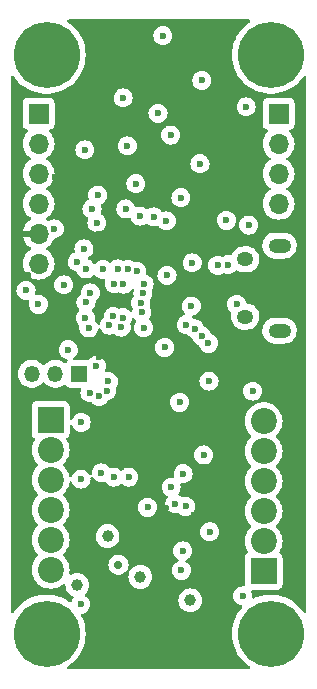
<source format=gbr>
%TF.GenerationSoftware,KiCad,Pcbnew,(7.0.0)*%
%TF.CreationDate,2023-12-17T22:30:30-08:00*%
%TF.ProjectId,Lyrav3,4c797261-7633-42e6-9b69-6361645f7063,rev?*%
%TF.SameCoordinates,Original*%
%TF.FileFunction,Copper,L3,Inr*%
%TF.FilePolarity,Positive*%
%FSLAX46Y46*%
G04 Gerber Fmt 4.6, Leading zero omitted, Abs format (unit mm)*
G04 Created by KiCad (PCBNEW (7.0.0)) date 2023-12-17 22:30:30*
%MOMM*%
%LPD*%
G01*
G04 APERTURE LIST*
%TA.AperFunction,ComponentPad*%
%ADD10C,5.600000*%
%TD*%
%TA.AperFunction,ComponentPad*%
%ADD11R,1.700000X1.700000*%
%TD*%
%TA.AperFunction,ComponentPad*%
%ADD12O,1.700000X1.700000*%
%TD*%
%TA.AperFunction,ComponentPad*%
%ADD13R,2.200000X2.200000*%
%TD*%
%TA.AperFunction,ComponentPad*%
%ADD14C,2.200000*%
%TD*%
%TA.AperFunction,ComponentPad*%
%ADD15R,1.350000X1.350000*%
%TD*%
%TA.AperFunction,ComponentPad*%
%ADD16O,1.350000X1.350000*%
%TD*%
%TA.AperFunction,ComponentPad*%
%ADD17O,1.400000X1.200000*%
%TD*%
%TA.AperFunction,ComponentPad*%
%ADD18O,1.900000X1.200000*%
%TD*%
%TA.AperFunction,ViaPad*%
%ADD19C,0.600000*%
%TD*%
%TA.AperFunction,ViaPad*%
%ADD20C,0.700000*%
%TD*%
%TA.AperFunction,ViaPad*%
%ADD21C,1.000000*%
%TD*%
G04 APERTURE END LIST*
D10*
%TO.N,GND*%
%TO.C,H3*%
X3000000Y3000000D03*
%TD*%
D11*
%TO.N,/BRKOUT1*%
%TO.C,J8*%
X22647999Y47015999D03*
D12*
%TO.N,/BRKOUT2*%
X22647999Y44475999D03*
%TO.N,/BRKOUT3*%
X22647999Y41935999D03*
%TO.N,/BRKOUT4*%
X22647999Y39395999D03*
%TD*%
D10*
%TO.N,GND*%
%TO.C,H1*%
X3000000Y52000000D03*
%TD*%
%TO.N,GND*%
%TO.C,H2*%
X22000000Y52000000D03*
%TD*%
%TO.N,GND*%
%TO.C,H4*%
X22000000Y3000000D03*
%TD*%
D13*
%TO.N,/P4-*%
%TO.C,J2*%
X3343999Y21107999D03*
D14*
%TO.N,+12P*%
X3344000Y18568000D03*
%TO.N,+12V*%
X3344000Y16028000D03*
%TO.N,+BATT*%
X3344000Y13488000D03*
%TO.N,GND*%
X3344000Y10948000D03*
%TO.N,+BATT*%
X3344000Y8408000D03*
%TD*%
D13*
%TO.N,+12P*%
%TO.C,J9*%
X21377999Y8280999D03*
D14*
%TO.N,/P1-*%
X21378000Y10821000D03*
%TO.N,+12P*%
X21378000Y13361000D03*
%TO.N,/P2-*%
X21378000Y15901000D03*
%TO.N,+12P*%
X21378000Y18441000D03*
%TO.N,/P3-*%
X21378000Y20981000D03*
%TD*%
D11*
%TO.N,/BRKOUT7*%
%TO.C,J6*%
X2327999Y47025999D03*
D12*
%TO.N,/BRKOUT6*%
X2327999Y44485999D03*
%TO.N,/BRKOUT5*%
X2327999Y41945999D03*
%TO.N,+12VA*%
X2327999Y39405999D03*
%TO.N,+3V3*%
X2327999Y36865999D03*
%TO.N,GND*%
X2327999Y34325999D03*
%TD*%
D15*
%TO.N,/SWCLK*%
%TO.C,J5*%
X5750399Y24994199D03*
D16*
%TO.N,GND*%
X3750399Y24994199D03*
%TO.N,/SWD*%
X1750399Y24994199D03*
%TD*%
D17*
%TO.N,unconnected-(J7-Shield-Pad6)*%
%TO.C,J7*%
X19826399Y29838599D03*
%TO.N,N/C*%
X19826399Y34678599D03*
D18*
X22726399Y35858599D03*
X22726399Y28658599D03*
%TD*%
D19*
%TO.N,/BATT SENSE *%
X6849200Y38964200D03*
X10913200Y38354600D03*
%TO.N,/SWD*%
X6718098Y31852200D03*
%TO.N,/SWCLK*%
X6341200Y31039400D03*
%TO.N,+1V1*%
X4451610Y32524436D03*
X13199200Y33325400D03*
X11156011Y31797270D03*
%TO.N,/QSPI_SS*%
X20108000Y37592600D03*
%TO.N,/I2C1 SDA*%
X13148400Y37948200D03*
X17493683Y34181260D03*
%TO.N,/I2C1 SCL*%
X18380800Y34239800D03*
%TO.N,/P1 EN *%
X5934800Y20879400D03*
X7222569Y25683528D03*
X8328977Y29122807D03*
%TO.N,/P2 EN *%
X9338400Y28956600D03*
X13554800Y15393000D03*
%TO.N,/QSPI_SS*%
X9948000Y16256600D03*
X16145600Y28194600D03*
%TO.N,/QSPI_SD1*%
X8678000Y16256600D03*
X15553968Y28796481D03*
%TO.N,/QSPI_SD2*%
X7649483Y16615120D03*
X14839587Y29155457D03*
%TO.N,/QSPI_SDO*%
X11218000Y28905800D03*
X6664728Y23385899D03*
%TO.N,/QSPI_SCLK*%
X11063903Y30195362D03*
X7457081Y23087491D03*
%TO.N,/QSPI_SD3*%
X8101908Y23560146D03*
X10964000Y30988598D03*
D20*
%TO.N,+12VA*%
X9084400Y8839800D03*
D19*
%TO.N,/P1 EN *%
X14418400Y8358200D03*
%TO.N,/I2C1 SCL*%
X14774000Y13767400D03*
%TO.N,/I2C1 SDA*%
X13859600Y13985500D03*
%TO.N,+3V3*%
X13130386Y13657702D03*
%TO.N,GND*%
X16806000Y11620800D03*
X14520000Y10008200D03*
%TO.N,+12V*%
X5884000Y5487000D03*
X19600000Y6198200D03*
D21*
%TO.N,+12P*%
X5599666Y7114130D03*
D19*
%TO.N,/BRKOUT5*%
X6341200Y33874100D03*
%TO.N,/BRKOUT6*%
X5596358Y34473600D03*
%TO.N,/BRKOUT7*%
X6166231Y35578405D03*
%TO.N,/BUZZER*%
X7763600Y33833400D03*
%TO.N,/BRKOUT1*%
X9032807Y33878600D03*
%TO.N,/BRKOUT2*%
X9862179Y33844330D03*
%TO.N,+3V3*%
X13148400Y31726899D03*
%TO.N,/BRKOUT3*%
X10643786Y33676116D03*
%TO.N,/BRKOUT4*%
X11268828Y32588772D03*
%TO.N,GND*%
X9846400Y44298200D03*
X9490800Y48355800D03*
%TO.N,/I2C1 SDA*%
X14373632Y39919655D03*
%TO.N,+3V3*%
X12386400Y42938800D03*
%TO.N,/I2C1 SDA*%
X9714200Y38954100D03*
X10557600Y41097800D03*
X13504000Y45212600D03*
%TO.N,GND*%
X9436414Y29750072D03*
X8663771Y29848836D03*
X9511379Y32594079D03*
X8740913Y32624300D03*
%TO.N,/LEDRED*%
X4836301Y27043568D03*
%TO.N,/LEDGREEN*%
X6578402Y28877600D03*
%TO.N,/LEDBLUE*%
X6281812Y29734355D03*
%TO.N,GND*%
X16298000Y18124000D03*
X14570800Y16535000D03*
%TO.N,+3V3*%
X15485200Y13083000D03*
X3366100Y31547400D03*
X2988400Y27540700D03*
%TO.N,GND*%
X2315500Y30887000D03*
%TO.N,Net-(D4-A)*%
X1261200Y32055400D03*
%TO.N,+3V3*%
X1420143Y33327525D03*
D21*
X15332800Y3582000D03*
D19*
%TO.N,GND*%
X11550500Y13689447D03*
X20452942Y23531658D03*
X5919094Y16084884D03*
D21*
X15172019Y5814975D03*
X10926555Y7804100D03*
X8170000Y11255100D03*
D19*
X8227176Y24349774D03*
%TO.N,+3V3*%
X11282911Y22026889D03*
%TO.N,GND*%
X14263520Y22586324D03*
%TO.N,Net-(D2-A)*%
X16709007Y27583325D03*
%TO.N,GND*%
X16755200Y24384600D03*
%TO.N,+3V3*%
X15981445Y25934000D03*
%TO.N,GND*%
X12996000Y27229400D03*
X19092000Y30887000D03*
X15257200Y30734600D03*
X15345800Y34392200D03*
X12065530Y38284848D03*
X7262885Y37788015D03*
X3659400Y37272287D03*
X7328500Y40132600D03*
%TO.N,+3V3*%
X8271600Y44025498D03*
X3684022Y41637156D03*
%TO.N,GND*%
X6241425Y43955746D03*
%TO.N,+3V3*%
X19740520Y46240480D03*
%TO.N,GND*%
X19904800Y47600200D03*
%TO.N,+3V3*%
X17771200Y49784600D03*
%TO.N,GND*%
X16145600Y49835400D03*
X12843600Y53620000D03*
%TO.N,+3V3*%
X6188800Y54204200D03*
X8830400Y49705100D03*
X7966800Y46685800D03*
%TO.N,GND*%
X12437200Y47041400D03*
%TO.N,+3V3*%
X17302789Y42848812D03*
%TO.N,GND*%
X15993200Y42786801D03*
%TO.N,+3V3*%
X16631500Y37948200D03*
%TO.N,GND*%
X18228400Y37999000D03*
%TO.N,+3V3*%
X7482866Y36847306D03*
X14396300Y35154200D03*
X11910157Y36744980D03*
X7452788Y26449168D03*
X12059500Y26518200D03*
%TD*%
%TA.AperFunction,Conductor*%
%TO.N,+3V3*%
G36*
X20198358Y54983110D02*
G01*
X20243683Y54938274D01*
X20260739Y54876843D01*
X20245018Y54815058D01*
X20200675Y54769250D01*
X20147958Y54737532D01*
X20147945Y54737524D01*
X20145081Y54735800D01*
X20142423Y54733780D01*
X20142412Y54733772D01*
X19862822Y54521233D01*
X19862814Y54521227D01*
X19860163Y54519211D01*
X19857739Y54516916D01*
X19857732Y54516909D01*
X19602769Y54275396D01*
X19602754Y54275381D01*
X19600332Y54273086D01*
X19598169Y54270541D01*
X19598158Y54270528D01*
X19370808Y54002870D01*
X19370802Y54002863D01*
X19368635Y54000311D01*
X19366755Y53997539D01*
X19366748Y53997529D01*
X19169679Y53706874D01*
X19169671Y53706862D01*
X19167789Y53704085D01*
X19166214Y53701115D01*
X19166212Y53701111D01*
X19001722Y53390852D01*
X19001717Y53390843D01*
X19000147Y53387880D01*
X18998906Y53384768D01*
X18998902Y53384757D01*
X18890549Y53112810D01*
X18867676Y53055403D01*
X18866775Y53052159D01*
X18866773Y53052152D01*
X18806379Y52834632D01*
X18771929Y52710552D01*
X18771388Y52707253D01*
X18771384Y52707234D01*
X18714573Y52360698D01*
X18714028Y52357371D01*
X18713846Y52354021D01*
X18713845Y52354008D01*
X18694834Y52003357D01*
X18694652Y52000000D01*
X18694834Y51996643D01*
X18713845Y51645993D01*
X18713846Y51645982D01*
X18714028Y51642629D01*
X18714572Y51639308D01*
X18714573Y51639303D01*
X18771384Y51292767D01*
X18771387Y51292752D01*
X18771929Y51289448D01*
X18867676Y50944597D01*
X18868924Y50941465D01*
X18996390Y50621548D01*
X19000147Y50612120D01*
X19167789Y50295915D01*
X19368635Y49999689D01*
X19600332Y49726914D01*
X19602763Y49724611D01*
X19602769Y49724605D01*
X19781622Y49555187D01*
X19860163Y49480789D01*
X20145081Y49264200D01*
X20451747Y49079685D01*
X20776565Y48929409D01*
X21115726Y48815132D01*
X21465254Y48738195D01*
X21821052Y48699500D01*
X22175590Y48699500D01*
X22178948Y48699500D01*
X22534746Y48738195D01*
X22884274Y48815132D01*
X23223435Y48929409D01*
X23548253Y49079685D01*
X23854919Y49264200D01*
X24139837Y49480789D01*
X24399668Y49726914D01*
X24631365Y49999689D01*
X24772866Y50208389D01*
X24819804Y50249590D01*
X24880871Y50262686D01*
X24940576Y50244354D01*
X24983771Y50199244D01*
X24999500Y50138802D01*
X24999500Y4861198D01*
X24983771Y4800756D01*
X24940576Y4755646D01*
X24880871Y4737314D01*
X24819804Y4750410D01*
X24772867Y4791611D01*
X24709959Y4884394D01*
X24631365Y5000311D01*
X24399668Y5273086D01*
X24397235Y5275391D01*
X24397230Y5275396D01*
X24142267Y5516909D01*
X24139837Y5519211D01*
X24000795Y5624908D01*
X23857587Y5733772D01*
X23857585Y5733774D01*
X23854919Y5735800D01*
X23852045Y5737529D01*
X23852041Y5737532D01*
X23551135Y5918581D01*
X23551134Y5918582D01*
X23548253Y5920315D01*
X23430055Y5974999D01*
X23226490Y6069178D01*
X23226483Y6069181D01*
X23223435Y6070591D01*
X23075234Y6120526D01*
X22887457Y6183796D01*
X22887448Y6183799D01*
X22884274Y6184868D01*
X22881006Y6185588D01*
X22880993Y6185591D01*
X22538033Y6261082D01*
X22538023Y6261084D01*
X22534746Y6261805D01*
X22178948Y6300500D01*
X21821052Y6300500D01*
X21817715Y6300138D01*
X21817713Y6300137D01*
X21468600Y6262169D01*
X21468598Y6262169D01*
X21465254Y6261805D01*
X21461979Y6261085D01*
X21461966Y6261082D01*
X21119006Y6185591D01*
X21118988Y6185587D01*
X21115726Y6184868D01*
X21112555Y6183800D01*
X21112542Y6183796D01*
X20779752Y6071665D01*
X20779749Y6071664D01*
X20776565Y6070591D01*
X20569944Y5974999D01*
X20506024Y5964107D01*
X20445344Y5986968D01*
X20404499Y6037331D01*
X20394660Y6101420D01*
X20405565Y6198200D01*
X20385368Y6377455D01*
X20337048Y6515546D01*
X20331308Y6573835D01*
X20352960Y6628256D01*
X20397176Y6666668D01*
X20454090Y6680501D01*
X22522561Y6680501D01*
X22525872Y6680501D01*
X22585483Y6686909D01*
X22720331Y6737204D01*
X22835546Y6823454D01*
X22921796Y6938669D01*
X22972091Y7073517D01*
X22978500Y7133127D01*
X22978499Y9428872D01*
X22972091Y9488483D01*
X22921796Y9623331D01*
X22835546Y9738546D01*
X22828447Y9743860D01*
X22758895Y9795927D01*
X22720782Y9842879D01*
X22709408Y9902274D01*
X22727478Y9959982D01*
X22808466Y10092141D01*
X22904873Y10324889D01*
X22963683Y10569852D01*
X22983449Y10821000D01*
X22963683Y11072148D01*
X22904873Y11317111D01*
X22808466Y11549859D01*
X22730640Y11676859D01*
X22679382Y11760505D01*
X22679379Y11760509D01*
X22676836Y11764659D01*
X22652515Y11793135D01*
X22516386Y11952522D01*
X22516384Y11952524D01*
X22513224Y11956224D01*
X22465816Y11996714D01*
X22433742Y12039086D01*
X22422351Y12091000D01*
X22433742Y12142914D01*
X22465816Y12185287D01*
X22513224Y12225776D01*
X22676836Y12417341D01*
X22808466Y12632141D01*
X22904873Y12864889D01*
X22963683Y13109852D01*
X22983449Y13361000D01*
X22963683Y13612148D01*
X22904873Y13857111D01*
X22808466Y14089859D01*
X22730640Y14216859D01*
X22679382Y14300505D01*
X22679379Y14300509D01*
X22676836Y14304659D01*
X22585555Y14411535D01*
X22516386Y14492522D01*
X22516384Y14492524D01*
X22513224Y14496224D01*
X22465816Y14536714D01*
X22433742Y14579086D01*
X22422351Y14631000D01*
X22433742Y14682914D01*
X22465816Y14725287D01*
X22513224Y14765776D01*
X22676836Y14957341D01*
X22808466Y15172141D01*
X22904873Y15404889D01*
X22963683Y15649852D01*
X22983449Y15901000D01*
X22963683Y16152148D01*
X22904873Y16397111D01*
X22808466Y16629859D01*
X22729413Y16758862D01*
X22679382Y16840505D01*
X22679379Y16840509D01*
X22676836Y16844659D01*
X22656940Y16867954D01*
X22516386Y17032522D01*
X22516384Y17032524D01*
X22513224Y17036224D01*
X22465816Y17076714D01*
X22433742Y17119086D01*
X22422351Y17171000D01*
X22433742Y17222914D01*
X22465816Y17265287D01*
X22513224Y17305776D01*
X22676836Y17497341D01*
X22808466Y17712141D01*
X22904873Y17944889D01*
X22963683Y18189852D01*
X22983449Y18441000D01*
X22963683Y18692148D01*
X22904873Y18937111D01*
X22808466Y19169859D01*
X22728097Y19301009D01*
X22679382Y19380505D01*
X22679379Y19380509D01*
X22676836Y19384659D01*
X22513224Y19576224D01*
X22465820Y19616711D01*
X22433742Y19659088D01*
X22422352Y19711003D01*
X22433743Y19762917D01*
X22465821Y19805291D01*
X22513224Y19845776D01*
X22676836Y20037341D01*
X22808466Y20252141D01*
X22904873Y20484889D01*
X22963683Y20729852D01*
X22983449Y20981000D01*
X22963683Y21232148D01*
X22904873Y21477111D01*
X22808466Y21709859D01*
X22717539Y21858238D01*
X22679382Y21920505D01*
X22679379Y21920509D01*
X22676836Y21924659D01*
X22652800Y21952801D01*
X22516384Y22112524D01*
X22513224Y22116224D01*
X22378942Y22230912D01*
X22325363Y22276673D01*
X22325358Y22276676D01*
X22321659Y22279836D01*
X22317511Y22282378D01*
X22317504Y22282383D01*
X22111017Y22408918D01*
X22111016Y22408919D01*
X22106859Y22411466D01*
X21874111Y22507873D01*
X21869382Y22509009D01*
X21869374Y22509011D01*
X21633881Y22565547D01*
X21633877Y22565548D01*
X21629148Y22566683D01*
X21624295Y22567065D01*
X21382854Y22586067D01*
X21378000Y22586449D01*
X21373146Y22586067D01*
X21131704Y22567065D01*
X21131702Y22567065D01*
X21126852Y22566683D01*
X21122124Y22565549D01*
X21122118Y22565547D01*
X20886625Y22509011D01*
X20886613Y22509008D01*
X20881889Y22507873D01*
X20877392Y22506011D01*
X20877388Y22506009D01*
X20653645Y22413332D01*
X20653640Y22413330D01*
X20649141Y22411466D01*
X20644988Y22408922D01*
X20644982Y22408918D01*
X20438495Y22282383D01*
X20438482Y22282374D01*
X20434341Y22279836D01*
X20430646Y22276681D01*
X20430636Y22276673D01*
X20246476Y22119385D01*
X20246469Y22119379D01*
X20242776Y22116224D01*
X20239621Y22112531D01*
X20239615Y22112524D01*
X20082327Y21928364D01*
X20082319Y21928354D01*
X20079164Y21924659D01*
X20076626Y21920518D01*
X20076617Y21920505D01*
X19950082Y21714018D01*
X19950078Y21714012D01*
X19947534Y21709859D01*
X19945670Y21705360D01*
X19945668Y21705355D01*
X19927905Y21662470D01*
X19851127Y21477111D01*
X19849992Y21472387D01*
X19849989Y21472375D01*
X19793453Y21236882D01*
X19793451Y21236876D01*
X19792317Y21232148D01*
X19791935Y21227298D01*
X19791935Y21227296D01*
X19781215Y21091085D01*
X19772551Y20981000D01*
X19792317Y20729852D01*
X19793452Y20725123D01*
X19793453Y20725119D01*
X19849989Y20489626D01*
X19849991Y20489618D01*
X19851127Y20484889D01*
X19947534Y20252141D01*
X19950081Y20247984D01*
X19950082Y20247983D01*
X20076617Y20041496D01*
X20076622Y20041489D01*
X20079164Y20037341D01*
X20082324Y20033642D01*
X20082327Y20033637D01*
X20196023Y19900517D01*
X20242776Y19845776D01*
X20246476Y19842616D01*
X20246478Y19842614D01*
X20290179Y19805289D01*
X20322256Y19762913D01*
X20333646Y19711000D01*
X20322256Y19659087D01*
X20290179Y19616711D01*
X20246478Y19579387D01*
X20246469Y19579379D01*
X20242776Y19576224D01*
X20239621Y19572531D01*
X20239615Y19572524D01*
X20082327Y19388364D01*
X20082319Y19388354D01*
X20079164Y19384659D01*
X20076626Y19380518D01*
X20076617Y19380505D01*
X19950082Y19174018D01*
X19950078Y19174012D01*
X19947534Y19169859D01*
X19851127Y18937111D01*
X19849992Y18932387D01*
X19849989Y18932375D01*
X19793453Y18696882D01*
X19793451Y18696876D01*
X19792317Y18692148D01*
X19791935Y18687298D01*
X19791935Y18687296D01*
X19786667Y18620362D01*
X19772551Y18441000D01*
X19772933Y18436146D01*
X19783936Y18296335D01*
X19792317Y18189852D01*
X19793452Y18185123D01*
X19793453Y18185119D01*
X19849989Y17949626D01*
X19849991Y17949618D01*
X19851127Y17944889D01*
X19947534Y17712141D01*
X19950081Y17707984D01*
X19950082Y17707983D01*
X20076617Y17501496D01*
X20076622Y17501489D01*
X20079164Y17497341D01*
X20082324Y17493642D01*
X20082327Y17493637D01*
X20229647Y17321148D01*
X20242776Y17305776D01*
X20246476Y17302616D01*
X20246478Y17302614D01*
X20290179Y17265289D01*
X20322256Y17222913D01*
X20333646Y17171000D01*
X20322256Y17119087D01*
X20290179Y17076711D01*
X20246478Y17039387D01*
X20246469Y17039379D01*
X20242776Y17036224D01*
X20239621Y17032531D01*
X20239615Y17032524D01*
X20082327Y16848364D01*
X20082319Y16848354D01*
X20079164Y16844659D01*
X20076626Y16840518D01*
X20076617Y16840505D01*
X19950082Y16634018D01*
X19950078Y16634012D01*
X19947534Y16629859D01*
X19945670Y16625360D01*
X19945668Y16625355D01*
X19852991Y16401612D01*
X19851127Y16397111D01*
X19849992Y16392387D01*
X19849989Y16392375D01*
X19793453Y16156882D01*
X19793451Y16156876D01*
X19792317Y16152148D01*
X19791935Y16147298D01*
X19791935Y16147296D01*
X19782928Y16032854D01*
X19772551Y15901000D01*
X19772933Y15896146D01*
X19788060Y15703935D01*
X19792317Y15649852D01*
X19793452Y15645123D01*
X19793453Y15645119D01*
X19849989Y15409626D01*
X19849991Y15409618D01*
X19851127Y15404889D01*
X19947534Y15172141D01*
X19950081Y15167984D01*
X19950082Y15167983D01*
X20076617Y14961496D01*
X20076622Y14961489D01*
X20079164Y14957341D01*
X20082324Y14953642D01*
X20082327Y14953637D01*
X20205079Y14809913D01*
X20242776Y14765776D01*
X20246476Y14762616D01*
X20246478Y14762614D01*
X20290179Y14725289D01*
X20322256Y14682913D01*
X20333646Y14631000D01*
X20322256Y14579087D01*
X20290179Y14536711D01*
X20246478Y14499387D01*
X20246469Y14499379D01*
X20242776Y14496224D01*
X20239621Y14492531D01*
X20239615Y14492524D01*
X20082327Y14308364D01*
X20082319Y14308354D01*
X20079164Y14304659D01*
X20076626Y14300518D01*
X20076617Y14300505D01*
X19950082Y14094018D01*
X19950078Y14094012D01*
X19947534Y14089859D01*
X19945670Y14085360D01*
X19945668Y14085355D01*
X19852991Y13861612D01*
X19851127Y13857111D01*
X19849992Y13852387D01*
X19849989Y13852375D01*
X19793453Y13616882D01*
X19793451Y13616876D01*
X19792317Y13612148D01*
X19791935Y13607298D01*
X19791935Y13607296D01*
X19790428Y13588145D01*
X19772551Y13361000D01*
X19772933Y13356146D01*
X19786618Y13182257D01*
X19792317Y13109852D01*
X19793452Y13105123D01*
X19793453Y13105119D01*
X19849989Y12869626D01*
X19849991Y12869618D01*
X19851127Y12864889D01*
X19947534Y12632141D01*
X19950081Y12627984D01*
X19950082Y12627983D01*
X20076617Y12421496D01*
X20076622Y12421489D01*
X20079164Y12417341D01*
X20082324Y12413642D01*
X20082327Y12413637D01*
X20231178Y12239356D01*
X20242776Y12225776D01*
X20246476Y12222616D01*
X20246478Y12222614D01*
X20290179Y12185289D01*
X20322256Y12142913D01*
X20333646Y12091000D01*
X20322256Y12039087D01*
X20290179Y11996711D01*
X20246478Y11959387D01*
X20246469Y11959379D01*
X20242776Y11956224D01*
X20239621Y11952531D01*
X20239615Y11952524D01*
X20082327Y11768364D01*
X20082319Y11768354D01*
X20079164Y11764659D01*
X20076626Y11760518D01*
X20076617Y11760505D01*
X19950082Y11554018D01*
X19950078Y11554012D01*
X19947534Y11549859D01*
X19945670Y11545360D01*
X19945668Y11545355D01*
X19903732Y11444111D01*
X19851127Y11317111D01*
X19849992Y11312387D01*
X19849989Y11312375D01*
X19793453Y11076882D01*
X19793451Y11076876D01*
X19792317Y11072148D01*
X19772551Y10821000D01*
X19792317Y10569852D01*
X19793452Y10565123D01*
X19793453Y10565119D01*
X19849989Y10329626D01*
X19849991Y10329618D01*
X19851127Y10324889D01*
X19947534Y10092141D01*
X19950081Y10087984D01*
X19950082Y10087983D01*
X20028520Y9959984D01*
X20046591Y9902274D01*
X20035217Y9842879D01*
X19997105Y9795928D01*
X19927551Y9743860D01*
X19927546Y9743856D01*
X19920454Y9738546D01*
X19915144Y9731454D01*
X19915141Y9731450D01*
X19839519Y9630432D01*
X19839516Y9630428D01*
X19834204Y9623331D01*
X19831104Y9615022D01*
X19831104Y9615020D01*
X19786620Y9495753D01*
X19786619Y9495750D01*
X19783909Y9488483D01*
X19783079Y9480773D01*
X19783079Y9480768D01*
X19777855Y9432181D01*
X19777854Y9432169D01*
X19777500Y9428873D01*
X19777500Y9425552D01*
X19777500Y9425551D01*
X19777500Y7136447D01*
X19777500Y7136429D01*
X19777501Y7133128D01*
X19777854Y7129842D01*
X19777895Y7129083D01*
X19769196Y7076388D01*
X19739141Y7032239D01*
X19693304Y7004827D01*
X19640189Y6999237D01*
X19606923Y7002985D01*
X19600000Y7003765D01*
X19593077Y7002985D01*
X19427665Y6984348D01*
X19427662Y6984348D01*
X19420745Y6983568D01*
X19414182Y6981272D01*
X19414175Y6981270D01*
X19257043Y6926287D01*
X19257036Y6926285D01*
X19250478Y6923989D01*
X19244590Y6920290D01*
X19244587Y6920288D01*
X19103638Y6831724D01*
X19103633Y6831721D01*
X19097738Y6828016D01*
X19092813Y6823092D01*
X19092809Y6823088D01*
X18975112Y6705391D01*
X18975108Y6705387D01*
X18970184Y6700462D01*
X18966479Y6694567D01*
X18966476Y6694562D01*
X18877912Y6553613D01*
X18877910Y6553610D01*
X18874211Y6547722D01*
X18871915Y6541164D01*
X18871913Y6541157D01*
X18816930Y6384025D01*
X18816928Y6384018D01*
X18814632Y6377455D01*
X18813852Y6370538D01*
X18813852Y6370535D01*
X18801601Y6261805D01*
X18794435Y6198200D01*
X18795215Y6191280D01*
X18795215Y6191277D01*
X18811449Y6047190D01*
X18814632Y6018945D01*
X18816928Y6012381D01*
X18816930Y6012376D01*
X18871913Y5855244D01*
X18874211Y5848678D01*
X18970184Y5695938D01*
X19097738Y5568384D01*
X19250478Y5472411D01*
X19420745Y5412832D01*
X19461643Y5408224D01*
X19523088Y5383502D01*
X19563042Y5330678D01*
X19570107Y5264825D01*
X19542268Y5204728D01*
X19370808Y5002870D01*
X19370802Y5002863D01*
X19368635Y5000311D01*
X19366755Y4997539D01*
X19366748Y4997529D01*
X19169679Y4706874D01*
X19169671Y4706862D01*
X19167789Y4704085D01*
X19166214Y4701115D01*
X19166212Y4701111D01*
X19001722Y4390852D01*
X19001717Y4390843D01*
X19000147Y4387880D01*
X18998906Y4384768D01*
X18998902Y4384757D01*
X18868924Y4058536D01*
X18867676Y4055403D01*
X18771929Y3710552D01*
X18771388Y3707253D01*
X18771384Y3707234D01*
X18714573Y3360698D01*
X18714028Y3357371D01*
X18713846Y3354021D01*
X18713845Y3354008D01*
X18694834Y3003357D01*
X18694652Y3000000D01*
X18694834Y2996643D01*
X18713845Y2645993D01*
X18713846Y2645982D01*
X18714028Y2642629D01*
X18714572Y2639308D01*
X18714573Y2639303D01*
X18771384Y2292767D01*
X18771387Y2292752D01*
X18771929Y2289448D01*
X18867676Y1944597D01*
X19000147Y1612120D01*
X19167789Y1295915D01*
X19368635Y999689D01*
X19600332Y726914D01*
X19602763Y724611D01*
X19602769Y724605D01*
X19781622Y555187D01*
X19860163Y480789D01*
X20145081Y264200D01*
X20147958Y262469D01*
X20200675Y230750D01*
X20245018Y184942D01*
X20260739Y123157D01*
X20243683Y61726D01*
X20198358Y16890D01*
X20136746Y500D01*
X4863254Y500D01*
X4801642Y16890D01*
X4756317Y61726D01*
X4739261Y123157D01*
X4754982Y184942D01*
X4799325Y230750D01*
X4810203Y237296D01*
X4854919Y264200D01*
X5139837Y480789D01*
X5399668Y726914D01*
X5631365Y999689D01*
X5832211Y1295915D01*
X5999853Y1612120D01*
X6132324Y1944597D01*
X6228071Y2289448D01*
X6285972Y2642629D01*
X6305348Y3000000D01*
X6285972Y3357371D01*
X6228071Y3710552D01*
X6132324Y4055403D01*
X5999853Y4387880D01*
X5931770Y4516297D01*
X5917326Y4574259D01*
X5931659Y4632250D01*
X5971443Y4676811D01*
X6027439Y4697597D01*
X6063255Y4701632D01*
X6233522Y4761211D01*
X6386262Y4857184D01*
X6513816Y4984738D01*
X6609789Y5137478D01*
X6669368Y5307745D01*
X6689565Y5487000D01*
X6669368Y5666255D01*
X6617329Y5814975D01*
X14166678Y5814975D01*
X14167275Y5808913D01*
X14185397Y5624908D01*
X14185398Y5624902D01*
X14185995Y5618843D01*
X14187762Y5613018D01*
X14187763Y5613013D01*
X14223889Y5493923D01*
X14243205Y5430248D01*
X14246074Y5424880D01*
X14246076Y5424876D01*
X14333234Y5261814D01*
X14333238Y5261808D01*
X14336109Y5256437D01*
X14461136Y5104092D01*
X14613481Y4979065D01*
X14618853Y4976194D01*
X14618857Y4976191D01*
X14760858Y4900291D01*
X14787292Y4886161D01*
X14975887Y4828951D01*
X15172019Y4809634D01*
X15368151Y4828951D01*
X15556746Y4886161D01*
X15730557Y4979065D01*
X15882902Y5104092D01*
X16007929Y5256437D01*
X16100833Y5430248D01*
X16158043Y5618843D01*
X16177360Y5814975D01*
X16158043Y6011107D01*
X16100833Y6199702D01*
X16061371Y6273531D01*
X16010803Y6368137D01*
X16010800Y6368141D01*
X16007929Y6373513D01*
X15882902Y6525858D01*
X15730557Y6650885D01*
X15725186Y6653756D01*
X15725180Y6653760D01*
X15562118Y6740918D01*
X15562114Y6740920D01*
X15556746Y6743789D01*
X15550918Y6745557D01*
X15373981Y6799231D01*
X15373976Y6799232D01*
X15368151Y6800999D01*
X15362092Y6801596D01*
X15362086Y6801597D01*
X15178081Y6819719D01*
X15172019Y6820316D01*
X15165957Y6819719D01*
X14981951Y6801597D01*
X14981943Y6801596D01*
X14975887Y6800999D01*
X14970063Y6799233D01*
X14970056Y6799231D01*
X14793119Y6745557D01*
X14793115Y6745556D01*
X14787292Y6743789D01*
X14781926Y6740922D01*
X14781919Y6740918D01*
X14618857Y6653760D01*
X14618846Y6653753D01*
X14613481Y6650885D01*
X14608773Y6647022D01*
X14608768Y6647018D01*
X14465842Y6529721D01*
X14465837Y6529717D01*
X14461136Y6525858D01*
X14457277Y6521157D01*
X14457273Y6521152D01*
X14339976Y6378226D01*
X14339972Y6378221D01*
X14336109Y6373513D01*
X14333241Y6368148D01*
X14333234Y6368137D01*
X14246076Y6205075D01*
X14246072Y6205068D01*
X14243205Y6199702D01*
X14241438Y6193879D01*
X14241437Y6193875D01*
X14187763Y6016938D01*
X14187761Y6016931D01*
X14185995Y6011107D01*
X14185398Y6005051D01*
X14185397Y6005043D01*
X14168153Y5829952D01*
X14166678Y5814975D01*
X6617329Y5814975D01*
X6609789Y5836522D01*
X6513816Y5989262D01*
X6386262Y6116816D01*
X6380364Y6120522D01*
X6380359Y6120526D01*
X6291505Y6176357D01*
X6250896Y6217976D01*
X6233725Y6273531D01*
X6243767Y6330806D01*
X6278811Y6377201D01*
X6310549Y6403247D01*
X6435576Y6555592D01*
X6528480Y6729403D01*
X6585690Y6917998D01*
X6605007Y7114130D01*
X6585690Y7310262D01*
X6528480Y7498857D01*
X6435576Y7672668D01*
X6327712Y7804100D01*
X9921214Y7804100D01*
X9921811Y7798038D01*
X9939933Y7614033D01*
X9939934Y7614027D01*
X9940531Y7607968D01*
X9942298Y7602143D01*
X9942299Y7602138D01*
X9995973Y7425201D01*
X9997741Y7419373D01*
X10000610Y7414005D01*
X10000612Y7414001D01*
X10087770Y7250939D01*
X10087774Y7250933D01*
X10090645Y7245562D01*
X10094511Y7240851D01*
X10094512Y7240850D01*
X10199988Y7112328D01*
X10215672Y7093217D01*
X10368017Y6968190D01*
X10373389Y6965319D01*
X10373393Y6965316D01*
X10515394Y6889416D01*
X10541828Y6875286D01*
X10730423Y6818076D01*
X10884175Y6802933D01*
X10903811Y6800999D01*
X10926555Y6798759D01*
X10949299Y6800999D01*
X10968935Y6802933D01*
X11122687Y6818076D01*
X11311282Y6875286D01*
X11485093Y6968190D01*
X11637438Y7093217D01*
X11762465Y7245562D01*
X11855369Y7419373D01*
X11912579Y7607968D01*
X11931896Y7804100D01*
X11912579Y8000232D01*
X11855369Y8188827D01*
X11764837Y8358200D01*
X13612835Y8358200D01*
X13613615Y8351277D01*
X13631918Y8188827D01*
X13633032Y8178945D01*
X13635328Y8172381D01*
X13635330Y8172376D01*
X13686858Y8025119D01*
X13692611Y8008678D01*
X13788584Y7855938D01*
X13916138Y7728384D01*
X14068878Y7632411D01*
X14239145Y7572832D01*
X14418400Y7552635D01*
X14597655Y7572832D01*
X14767922Y7632411D01*
X14920662Y7728384D01*
X15048216Y7855938D01*
X15144189Y8008678D01*
X15203768Y8178945D01*
X15223965Y8358200D01*
X15203768Y8537455D01*
X15144189Y8707722D01*
X15048216Y8860462D01*
X14920662Y8988016D01*
X14819453Y9051610D01*
X14773704Y9102804D01*
X14762205Y9170490D01*
X14788480Y9233920D01*
X14844474Y9273647D01*
X14852664Y9276513D01*
X14862953Y9280112D01*
X14862956Y9280114D01*
X14869522Y9282411D01*
X15022262Y9378384D01*
X15149816Y9505938D01*
X15245789Y9658678D01*
X15305368Y9828945D01*
X15325565Y10008200D01*
X15305368Y10187455D01*
X15245789Y10357722D01*
X15149816Y10510462D01*
X15022262Y10638016D01*
X14869522Y10733989D01*
X14862959Y10736286D01*
X14862956Y10736287D01*
X14705824Y10791270D01*
X14705819Y10791272D01*
X14699255Y10793568D01*
X14692335Y10794348D01*
X14692334Y10794348D01*
X14526923Y10812985D01*
X14520000Y10813765D01*
X14513077Y10812985D01*
X14347665Y10794348D01*
X14347662Y10794348D01*
X14340745Y10793568D01*
X14334182Y10791272D01*
X14334175Y10791270D01*
X14177043Y10736287D01*
X14177036Y10736285D01*
X14170478Y10733989D01*
X14164590Y10730290D01*
X14164587Y10730288D01*
X14023638Y10641724D01*
X14023633Y10641721D01*
X14017738Y10638016D01*
X14012813Y10633092D01*
X14012809Y10633088D01*
X13895112Y10515391D01*
X13895108Y10515387D01*
X13890184Y10510462D01*
X13886479Y10504567D01*
X13886476Y10504562D01*
X13797912Y10363613D01*
X13797910Y10363610D01*
X13794211Y10357722D01*
X13791915Y10351164D01*
X13791913Y10351157D01*
X13736930Y10194025D01*
X13736928Y10194018D01*
X13734632Y10187455D01*
X13714435Y10008200D01*
X13734632Y9828945D01*
X13736928Y9822381D01*
X13736930Y9822376D01*
X13791913Y9665244D01*
X13794211Y9658678D01*
X13890184Y9505938D01*
X14017738Y9378384D01*
X14083856Y9336839D01*
X14118946Y9314791D01*
X14164694Y9263599D01*
X14176194Y9195914D01*
X14149922Y9132485D01*
X14093930Y9092756D01*
X14075448Y9086289D01*
X14075439Y9086286D01*
X14068878Y9083989D01*
X14062990Y9080290D01*
X14062987Y9080288D01*
X13922038Y8991724D01*
X13922033Y8991721D01*
X13916138Y8988016D01*
X13911213Y8983092D01*
X13911209Y8983088D01*
X13793512Y8865391D01*
X13793508Y8865387D01*
X13788584Y8860462D01*
X13784879Y8854567D01*
X13784876Y8854562D01*
X13696312Y8713613D01*
X13696310Y8713610D01*
X13692611Y8707722D01*
X13690315Y8701164D01*
X13690313Y8701157D01*
X13635330Y8544025D01*
X13635328Y8544018D01*
X13633032Y8537455D01*
X13632252Y8530538D01*
X13632252Y8530535D01*
X13618993Y8412854D01*
X13612835Y8358200D01*
X11764837Y8358200D01*
X11762465Y8362638D01*
X11637438Y8514983D01*
X11485093Y8640010D01*
X11479722Y8642881D01*
X11479716Y8642885D01*
X11316654Y8730043D01*
X11316650Y8730045D01*
X11311282Y8732914D01*
X11305454Y8734682D01*
X11128517Y8788356D01*
X11128512Y8788357D01*
X11122687Y8790124D01*
X11116628Y8790721D01*
X11116622Y8790722D01*
X10932617Y8808844D01*
X10926555Y8809441D01*
X10920493Y8808844D01*
X10736487Y8790722D01*
X10736479Y8790721D01*
X10730423Y8790124D01*
X10724599Y8788358D01*
X10724592Y8788356D01*
X10547655Y8734682D01*
X10547651Y8734681D01*
X10541828Y8732914D01*
X10536462Y8730047D01*
X10536455Y8730043D01*
X10373393Y8642885D01*
X10373382Y8642878D01*
X10368017Y8640010D01*
X10363309Y8636147D01*
X10363304Y8636143D01*
X10220378Y8518846D01*
X10220373Y8518842D01*
X10215672Y8514983D01*
X10211813Y8510282D01*
X10211809Y8510277D01*
X10094512Y8367351D01*
X10094508Y8367346D01*
X10090645Y8362638D01*
X10087777Y8357273D01*
X10087770Y8357262D01*
X10000612Y8194200D01*
X10000608Y8194193D01*
X9997741Y8188827D01*
X9995974Y8183004D01*
X9995973Y8183000D01*
X9942299Y8006063D01*
X9942297Y8006056D01*
X9940531Y8000232D01*
X9939934Y7994176D01*
X9939933Y7994168D01*
X9925834Y7851010D01*
X9921214Y7804100D01*
X6327712Y7804100D01*
X6310549Y7825013D01*
X6158204Y7950040D01*
X6152833Y7952911D01*
X6152827Y7952915D01*
X5989765Y8040073D01*
X5989761Y8040075D01*
X5984393Y8042944D01*
X5917510Y8063233D01*
X5801628Y8098386D01*
X5801623Y8098387D01*
X5795798Y8100154D01*
X5789739Y8100751D01*
X5789733Y8100752D01*
X5605728Y8118874D01*
X5599666Y8119471D01*
X5593604Y8118874D01*
X5409598Y8100752D01*
X5409590Y8100751D01*
X5403534Y8100154D01*
X5397710Y8098388D01*
X5397703Y8098386D01*
X5220766Y8044712D01*
X5220762Y8044711D01*
X5214939Y8042944D01*
X5209571Y8040076D01*
X5209569Y8040074D01*
X5099789Y7981396D01*
X5045230Y7966816D01*
X4989864Y7977943D01*
X4945174Y8012469D01*
X4920430Y8063233D01*
X4920763Y8119702D01*
X4929683Y8156852D01*
X4949449Y8408000D01*
X4929683Y8659148D01*
X4886313Y8839800D01*
X8229215Y8839800D01*
X8229894Y8833340D01*
X8247223Y8668459D01*
X8247224Y8668452D01*
X8247903Y8661997D01*
X8249910Y8655818D01*
X8249911Y8655817D01*
X8286234Y8544025D01*
X8303150Y8491965D01*
X8306397Y8486341D01*
X8306398Y8486339D01*
X8380920Y8357262D01*
X8392541Y8337135D01*
X8512170Y8204274D01*
X8656807Y8099188D01*
X8820133Y8026471D01*
X8826491Y8025120D01*
X8826493Y8025119D01*
X8862085Y8017554D01*
X8995009Y7989300D01*
X9167288Y7989300D01*
X9173791Y7989300D01*
X9348667Y8026471D01*
X9511993Y8099188D01*
X9656630Y8204274D01*
X9776259Y8337135D01*
X9865650Y8491965D01*
X9920897Y8661997D01*
X9939585Y8839800D01*
X9920897Y9017603D01*
X9865650Y9187635D01*
X9776259Y9342465D01*
X9656630Y9475326D01*
X9568270Y9539524D01*
X9517247Y9576595D01*
X9517245Y9576597D01*
X9511993Y9580412D01*
X9415595Y9623331D01*
X9354605Y9650486D01*
X9354598Y9650489D01*
X9348667Y9653129D01*
X9342314Y9654480D01*
X9342306Y9654482D01*
X9180153Y9688948D01*
X9180150Y9688949D01*
X9173791Y9690300D01*
X8995009Y9690300D01*
X8988650Y9688949D01*
X8988646Y9688948D01*
X8826493Y9654482D01*
X8826482Y9654479D01*
X8820133Y9653129D01*
X8814204Y9650490D01*
X8814194Y9650486D01*
X8662742Y9583055D01*
X8662734Y9583051D01*
X8656808Y9580412D01*
X8651559Y9576599D01*
X8651553Y9576595D01*
X8517423Y9479144D01*
X8517414Y9479137D01*
X8512170Y9475326D01*
X8507826Y9470503D01*
X8507823Y9470499D01*
X8396887Y9347293D01*
X8396882Y9347287D01*
X8392541Y9342465D01*
X8389296Y9336845D01*
X8389292Y9336839D01*
X8306398Y9193262D01*
X8306395Y9193257D01*
X8303150Y9187635D01*
X8301144Y9181463D01*
X8301142Y9181457D01*
X8249911Y9023784D01*
X8247903Y9017603D01*
X8247224Y9011151D01*
X8247223Y9011142D01*
X8231905Y8865391D01*
X8229215Y8839800D01*
X4886313Y8839800D01*
X4870873Y8904111D01*
X4774466Y9136859D01*
X4713896Y9235700D01*
X4645382Y9347505D01*
X4645379Y9347509D01*
X4642836Y9351659D01*
X4579726Y9425551D01*
X4482386Y9539522D01*
X4482384Y9539524D01*
X4479224Y9543224D01*
X4431816Y9583714D01*
X4399742Y9626086D01*
X4388351Y9678000D01*
X4399742Y9729914D01*
X4431816Y9772287D01*
X4479224Y9812776D01*
X4642836Y10004341D01*
X4774466Y10219141D01*
X4870873Y10451889D01*
X4929683Y10696852D01*
X4949449Y10948000D01*
X4929683Y11199148D01*
X4916250Y11255100D01*
X7164659Y11255100D01*
X7165256Y11249038D01*
X7183378Y11065033D01*
X7183379Y11065027D01*
X7183976Y11058968D01*
X7185743Y11053143D01*
X7185744Y11053138D01*
X7217638Y10948000D01*
X7241186Y10870373D01*
X7244055Y10865005D01*
X7244057Y10865001D01*
X7331215Y10701939D01*
X7331219Y10701933D01*
X7334090Y10696562D01*
X7459117Y10544217D01*
X7611462Y10419190D01*
X7616834Y10416319D01*
X7616838Y10416316D01*
X7715439Y10363613D01*
X7785273Y10326286D01*
X7973868Y10269076D01*
X8170000Y10249759D01*
X8366132Y10269076D01*
X8554727Y10326286D01*
X8728538Y10419190D01*
X8880883Y10544217D01*
X9005910Y10696562D01*
X9098814Y10870373D01*
X9156024Y11058968D01*
X9175341Y11255100D01*
X9156024Y11451232D01*
X9104586Y11620800D01*
X16000435Y11620800D01*
X16001215Y11613877D01*
X16019540Y11451232D01*
X16020632Y11441545D01*
X16022928Y11434981D01*
X16022930Y11434976D01*
X16077913Y11277844D01*
X16080211Y11271278D01*
X16176184Y11118538D01*
X16303738Y10990984D01*
X16456478Y10895011D01*
X16626745Y10835432D01*
X16792730Y10816731D01*
X16797914Y10816146D01*
X16806000Y10815235D01*
X16814086Y10816146D01*
X16818407Y10816633D01*
X16985255Y10835432D01*
X17155522Y10895011D01*
X17308262Y10990984D01*
X17435816Y11118538D01*
X17531789Y11271278D01*
X17591368Y11441545D01*
X17611565Y11620800D01*
X17591368Y11800055D01*
X17531789Y11970322D01*
X17435816Y12123062D01*
X17308262Y12250616D01*
X17155522Y12346589D01*
X17148959Y12348886D01*
X17148956Y12348887D01*
X16991824Y12403870D01*
X16991819Y12403872D01*
X16985255Y12406168D01*
X16978335Y12406948D01*
X16978334Y12406948D01*
X16812923Y12425585D01*
X16806000Y12426365D01*
X16799077Y12425585D01*
X16633665Y12406948D01*
X16633662Y12406948D01*
X16626745Y12406168D01*
X16620182Y12403872D01*
X16620175Y12403870D01*
X16463043Y12348887D01*
X16463036Y12348885D01*
X16456478Y12346589D01*
X16450590Y12342890D01*
X16450587Y12342888D01*
X16309638Y12254324D01*
X16309633Y12254321D01*
X16303738Y12250616D01*
X16298813Y12245692D01*
X16298809Y12245688D01*
X16181112Y12127991D01*
X16181108Y12127987D01*
X16176184Y12123062D01*
X16172479Y12117167D01*
X16172476Y12117162D01*
X16083912Y11976213D01*
X16083910Y11976210D01*
X16080211Y11970322D01*
X16077915Y11963764D01*
X16077913Y11963757D01*
X16022930Y11806625D01*
X16022928Y11806618D01*
X16020632Y11800055D01*
X16000435Y11620800D01*
X9104586Y11620800D01*
X9098814Y11639827D01*
X9076797Y11681018D01*
X9008784Y11808262D01*
X9008781Y11808266D01*
X9005910Y11813638D01*
X8880883Y11965983D01*
X8868418Y11976213D01*
X8733250Y12087143D01*
X8733249Y12087144D01*
X8728538Y12091010D01*
X8723167Y12093881D01*
X8723161Y12093885D01*
X8560099Y12181043D01*
X8560095Y12181045D01*
X8554727Y12183914D01*
X8548899Y12185682D01*
X8371962Y12239356D01*
X8371957Y12239357D01*
X8366132Y12241124D01*
X8360073Y12241721D01*
X8360067Y12241722D01*
X8176062Y12259844D01*
X8170000Y12260441D01*
X8163938Y12259844D01*
X7979932Y12241722D01*
X7979924Y12241721D01*
X7973868Y12241124D01*
X7968044Y12239358D01*
X7968037Y12239356D01*
X7791100Y12185682D01*
X7791096Y12185681D01*
X7785273Y12183914D01*
X7779907Y12181047D01*
X7779900Y12181043D01*
X7616838Y12093885D01*
X7616827Y12093878D01*
X7611462Y12091010D01*
X7606754Y12087147D01*
X7606749Y12087143D01*
X7463823Y11969846D01*
X7463818Y11969842D01*
X7459117Y11965983D01*
X7455258Y11961282D01*
X7455254Y11961277D01*
X7337957Y11818351D01*
X7337953Y11818346D01*
X7334090Y11813638D01*
X7331222Y11808273D01*
X7331215Y11808262D01*
X7244057Y11645200D01*
X7244053Y11645193D01*
X7241186Y11639827D01*
X7239419Y11634004D01*
X7239418Y11634000D01*
X7185744Y11457063D01*
X7185742Y11457056D01*
X7183976Y11451232D01*
X7183379Y11445176D01*
X7183378Y11445168D01*
X7170766Y11317111D01*
X7164659Y11255100D01*
X4916250Y11255100D01*
X4870873Y11444111D01*
X4774466Y11676859D01*
X4693942Y11808262D01*
X4645382Y11887505D01*
X4645379Y11887509D01*
X4642836Y11891659D01*
X4590852Y11952524D01*
X4482384Y12079524D01*
X4479224Y12083224D01*
X4431820Y12123711D01*
X4399742Y12166088D01*
X4388352Y12218003D01*
X4399743Y12269917D01*
X4431821Y12312291D01*
X4479224Y12352776D01*
X4642836Y12544341D01*
X4774466Y12759141D01*
X4870873Y12991889D01*
X4929683Y13236852D01*
X4949449Y13488000D01*
X4933595Y13689447D01*
X10744935Y13689447D01*
X10765132Y13510192D01*
X10767428Y13503628D01*
X10767430Y13503623D01*
X10822413Y13346491D01*
X10824711Y13339925D01*
X10920684Y13187185D01*
X11048238Y13059631D01*
X11200978Y12963658D01*
X11371245Y12904079D01*
X11550500Y12883882D01*
X11729755Y12904079D01*
X11900022Y12963658D01*
X12052762Y13059631D01*
X12180316Y13187185D01*
X12276289Y13339925D01*
X12335868Y13510192D01*
X12356065Y13689447D01*
X12335868Y13868702D01*
X12276289Y14038969D01*
X12180316Y14191709D01*
X12052762Y14319263D01*
X11900022Y14415236D01*
X11893459Y14417533D01*
X11893456Y14417534D01*
X11736324Y14472517D01*
X11736319Y14472519D01*
X11729755Y14474815D01*
X11722835Y14475595D01*
X11722834Y14475595D01*
X11557423Y14494232D01*
X11550500Y14495012D01*
X11543577Y14494232D01*
X11378165Y14475595D01*
X11378162Y14475595D01*
X11371245Y14474815D01*
X11364682Y14472519D01*
X11364675Y14472517D01*
X11207543Y14417534D01*
X11207536Y14417532D01*
X11200978Y14415236D01*
X11195090Y14411537D01*
X11195087Y14411535D01*
X11054138Y14322971D01*
X11054133Y14322968D01*
X11048238Y14319263D01*
X11043313Y14314339D01*
X11043309Y14314335D01*
X10925612Y14196638D01*
X10925608Y14196634D01*
X10920684Y14191709D01*
X10916979Y14185814D01*
X10916976Y14185809D01*
X10828412Y14044860D01*
X10828410Y14044857D01*
X10824711Y14038969D01*
X10822415Y14032411D01*
X10822413Y14032404D01*
X10767430Y13875272D01*
X10767428Y13875265D01*
X10765132Y13868702D01*
X10764352Y13861785D01*
X10764352Y13861782D01*
X10758095Y13806245D01*
X10744935Y13689447D01*
X4933595Y13689447D01*
X4929683Y13739148D01*
X4870873Y13984111D01*
X4774466Y14216859D01*
X4709440Y14322971D01*
X4645382Y14427505D01*
X4645379Y14427509D01*
X4642836Y14431659D01*
X4605977Y14474815D01*
X4482386Y14619522D01*
X4482384Y14619524D01*
X4479224Y14623224D01*
X4431816Y14663714D01*
X4399742Y14706086D01*
X4388351Y14758000D01*
X4399742Y14809914D01*
X4431816Y14852287D01*
X4479224Y14892776D01*
X4642836Y15084341D01*
X4774466Y15299141D01*
X4870873Y15531889D01*
X4929683Y15776852D01*
X4930060Y15781652D01*
X4956628Y15840849D01*
X5009476Y15878527D01*
X5074119Y15884346D01*
X5132846Y15856711D01*
X5169568Y15803195D01*
X5191003Y15741936D01*
X5191007Y15741928D01*
X5193305Y15735362D01*
X5197006Y15729472D01*
X5247034Y15649852D01*
X5289278Y15582622D01*
X5416832Y15455068D01*
X5569572Y15359095D01*
X5739839Y15299516D01*
X5919094Y15279319D01*
X6098349Y15299516D01*
X6268616Y15359095D01*
X6322575Y15393000D01*
X12749235Y15393000D01*
X12769432Y15213745D01*
X12771728Y15207181D01*
X12771730Y15207176D01*
X12826713Y15050044D01*
X12829011Y15043478D01*
X12832712Y15037588D01*
X12883134Y14957341D01*
X12924984Y14890738D01*
X13052538Y14763184D01*
X13180288Y14682913D01*
X13200114Y14670456D01*
X13245861Y14619265D01*
X13257363Y14551582D01*
X13231740Y14489719D01*
X13229784Y14487762D01*
X13226084Y14481875D01*
X13226081Y14481870D01*
X13137512Y14340913D01*
X13137510Y14340910D01*
X13133811Y14335022D01*
X13131515Y14328464D01*
X13131513Y14328457D01*
X13076530Y14171325D01*
X13076528Y14171318D01*
X13074232Y14164755D01*
X13073452Y14157838D01*
X13073452Y14157835D01*
X13068103Y14110357D01*
X13054035Y13985500D01*
X13054815Y13978577D01*
X13067974Y13861782D01*
X13074232Y13806245D01*
X13076528Y13799681D01*
X13076530Y13799676D01*
X13131513Y13642544D01*
X13133811Y13635978D01*
X13229784Y13483238D01*
X13357338Y13355684D01*
X13510078Y13259711D01*
X13680345Y13200132D01*
X13859600Y13179935D01*
X14038855Y13200132D01*
X14045426Y13202432D01*
X14045429Y13202432D01*
X14091494Y13218551D01*
X14160042Y13222401D01*
X14220131Y13189191D01*
X14271738Y13137584D01*
X14424478Y13041611D01*
X14594745Y12982032D01*
X14774000Y12961835D01*
X14953255Y12982032D01*
X15123522Y13041611D01*
X15276262Y13137584D01*
X15403816Y13265138D01*
X15499789Y13417878D01*
X15559368Y13588145D01*
X15579565Y13767400D01*
X15559368Y13946655D01*
X15499789Y14116922D01*
X15403816Y14269662D01*
X15276262Y14397216D01*
X15253473Y14411535D01*
X15129412Y14489488D01*
X15123522Y14493189D01*
X15116959Y14495486D01*
X15116956Y14495487D01*
X14959824Y14550470D01*
X14959819Y14550472D01*
X14953255Y14552768D01*
X14946335Y14553548D01*
X14946334Y14553548D01*
X14780923Y14572185D01*
X14774000Y14572965D01*
X14767077Y14572185D01*
X14601670Y14553549D01*
X14601663Y14553548D01*
X14594745Y14552768D01*
X14588176Y14550470D01*
X14588169Y14550468D01*
X14542100Y14534348D01*
X14473555Y14530500D01*
X14413468Y14563710D01*
X14366790Y14610388D01*
X14361862Y14615316D01*
X14274107Y14670456D01*
X14214285Y14708045D01*
X14168536Y14759239D01*
X14157037Y14826927D01*
X14182662Y14888785D01*
X14184616Y14890738D01*
X14280589Y15043478D01*
X14340168Y15213745D01*
X14360365Y15393000D01*
X14340168Y15572255D01*
X14337868Y15578827D01*
X14336318Y15585622D01*
X14337840Y15585970D01*
X14333416Y15638386D01*
X14358714Y15694932D01*
X14408210Y15732184D01*
X14469545Y15740844D01*
X14570800Y15729435D01*
X14750055Y15749632D01*
X14920322Y15809211D01*
X15073062Y15905184D01*
X15200616Y16032738D01*
X15296589Y16185478D01*
X15356168Y16355745D01*
X15376365Y16535000D01*
X15356168Y16714255D01*
X15296589Y16884522D01*
X15200616Y17037262D01*
X15073062Y17164816D01*
X15011159Y17203712D01*
X14926212Y17257088D01*
X14920322Y17260789D01*
X14913759Y17263086D01*
X14913756Y17263087D01*
X14756624Y17318070D01*
X14756619Y17318072D01*
X14750055Y17320368D01*
X14743135Y17321148D01*
X14743134Y17321148D01*
X14577723Y17339785D01*
X14570800Y17340565D01*
X14563877Y17339785D01*
X14398465Y17321148D01*
X14398462Y17321148D01*
X14391545Y17320368D01*
X14384982Y17318072D01*
X14384975Y17318070D01*
X14227843Y17263087D01*
X14227836Y17263085D01*
X14221278Y17260789D01*
X14215390Y17257090D01*
X14215387Y17257088D01*
X14074438Y17168524D01*
X14074433Y17168521D01*
X14068538Y17164816D01*
X14063613Y17159892D01*
X14063609Y17159888D01*
X13945912Y17042191D01*
X13945908Y17042187D01*
X13940984Y17037262D01*
X13937279Y17031367D01*
X13937276Y17031362D01*
X13848712Y16890413D01*
X13848710Y16890410D01*
X13845011Y16884522D01*
X13842715Y16877964D01*
X13842713Y16877957D01*
X13787730Y16720825D01*
X13787728Y16720818D01*
X13785432Y16714255D01*
X13784652Y16707338D01*
X13784652Y16707335D01*
X13775923Y16629859D01*
X13765235Y16535000D01*
X13766015Y16528077D01*
X13777185Y16428935D01*
X13785432Y16355745D01*
X13787730Y16349176D01*
X13789282Y16342378D01*
X13787760Y16342031D01*
X13792181Y16289603D01*
X13766880Y16233063D01*
X13717386Y16195816D01*
X13656051Y16187157D01*
X13561723Y16197785D01*
X13554800Y16198565D01*
X13547877Y16197785D01*
X13382465Y16179148D01*
X13382462Y16179148D01*
X13375545Y16178368D01*
X13368982Y16176072D01*
X13368975Y16176070D01*
X13211843Y16121087D01*
X13211836Y16121085D01*
X13205278Y16118789D01*
X13199390Y16115090D01*
X13199387Y16115088D01*
X13058438Y16026524D01*
X13058433Y16026521D01*
X13052538Y16022816D01*
X13047613Y16017892D01*
X13047609Y16017888D01*
X12929912Y15900191D01*
X12929908Y15900187D01*
X12924984Y15895262D01*
X12921279Y15889367D01*
X12921276Y15889362D01*
X12832712Y15748413D01*
X12832710Y15748410D01*
X12829011Y15742522D01*
X12826715Y15735964D01*
X12826713Y15735957D01*
X12771730Y15578825D01*
X12771728Y15578818D01*
X12769432Y15572255D01*
X12768652Y15565338D01*
X12768652Y15565335D01*
X12757962Y15470453D01*
X12749235Y15393000D01*
X6322575Y15393000D01*
X6421356Y15455068D01*
X6548910Y15582622D01*
X6644883Y15735362D01*
X6704462Y15905629D01*
X6724659Y16084884D01*
X6717187Y16151198D01*
X6727507Y16216360D01*
X6769790Y16267007D01*
X6832065Y16288798D01*
X6896701Y16275564D01*
X6945401Y16231051D01*
X6978014Y16179148D01*
X7019667Y16112858D01*
X7147221Y15985304D01*
X7299961Y15889331D01*
X7470228Y15829752D01*
X7649483Y15809555D01*
X7828738Y15829752D01*
X7876450Y15846448D01*
X7931286Y15852626D01*
X7983375Y15834400D01*
X8022396Y15795379D01*
X8037011Y15772119D01*
X8042999Y15762589D01*
X8048184Y15754338D01*
X8175738Y15626784D01*
X8328478Y15530811D01*
X8498745Y15471232D01*
X8678000Y15451035D01*
X8857255Y15471232D01*
X9027522Y15530811D01*
X9180262Y15626784D01*
X9225319Y15671841D01*
X9280906Y15703935D01*
X9345094Y15703935D01*
X9400681Y15671841D01*
X9445738Y15626784D01*
X9598478Y15530811D01*
X9768745Y15471232D01*
X9948000Y15451035D01*
X10127255Y15471232D01*
X10297522Y15530811D01*
X10450262Y15626784D01*
X10577816Y15754338D01*
X10673789Y15907078D01*
X10733368Y16077345D01*
X10753565Y16256600D01*
X10733368Y16435855D01*
X10673789Y16606122D01*
X10577816Y16758862D01*
X10450262Y16886416D01*
X10297522Y16982389D01*
X10290959Y16984686D01*
X10290956Y16984687D01*
X10133824Y17039670D01*
X10133819Y17039672D01*
X10127255Y17041968D01*
X10120335Y17042748D01*
X10120334Y17042748D01*
X9954923Y17061385D01*
X9948000Y17062165D01*
X9941077Y17061385D01*
X9775665Y17042748D01*
X9775662Y17042748D01*
X9768745Y17041968D01*
X9762182Y17039672D01*
X9762175Y17039670D01*
X9605043Y16984687D01*
X9605036Y16984685D01*
X9598478Y16982389D01*
X9592590Y16978690D01*
X9592587Y16978688D01*
X9451638Y16890124D01*
X9451633Y16890121D01*
X9445738Y16886416D01*
X9440813Y16881492D01*
X9440809Y16881488D01*
X9400681Y16841359D01*
X9345094Y16809265D01*
X9280906Y16809265D01*
X9225319Y16841359D01*
X9185190Y16881488D01*
X9180262Y16886416D01*
X9027522Y16982389D01*
X9020959Y16984686D01*
X9020956Y16984687D01*
X8863824Y17039670D01*
X8863819Y17039672D01*
X8857255Y17041968D01*
X8850335Y17042748D01*
X8850334Y17042748D01*
X8684923Y17061385D01*
X8678000Y17062165D01*
X8671077Y17061385D01*
X8505668Y17042749D01*
X8505659Y17042748D01*
X8498745Y17041968D01*
X8492176Y17039670D01*
X8492165Y17039667D01*
X8451031Y17025274D01*
X8396194Y17019096D01*
X8344106Y17037323D01*
X8305085Y17076344D01*
X8283006Y17111482D01*
X8279299Y17117382D01*
X8151745Y17244936D01*
X8119353Y17265289D01*
X8004895Y17337208D01*
X7999005Y17340909D01*
X7992442Y17343206D01*
X7992439Y17343207D01*
X7835307Y17398190D01*
X7835302Y17398192D01*
X7828738Y17400488D01*
X7821818Y17401268D01*
X7821817Y17401268D01*
X7656406Y17419905D01*
X7649483Y17420685D01*
X7642560Y17419905D01*
X7477148Y17401268D01*
X7477145Y17401268D01*
X7470228Y17400488D01*
X7463665Y17398192D01*
X7463658Y17398190D01*
X7306526Y17343207D01*
X7306519Y17343205D01*
X7299961Y17340909D01*
X7294073Y17337210D01*
X7294070Y17337208D01*
X7153121Y17248644D01*
X7153116Y17248641D01*
X7147221Y17244936D01*
X7142296Y17240012D01*
X7142292Y17240008D01*
X7024595Y17122311D01*
X7024591Y17122307D01*
X7019667Y17117382D01*
X7015962Y17111487D01*
X7015959Y17111482D01*
X6927395Y16970533D01*
X6927393Y16970530D01*
X6923694Y16964642D01*
X6921398Y16958084D01*
X6921396Y16958077D01*
X6866413Y16800945D01*
X6866411Y16800938D01*
X6864115Y16794375D01*
X6863335Y16787458D01*
X6863335Y16787455D01*
X6854308Y16707335D01*
X6843918Y16615120D01*
X6844698Y16608197D01*
X6851389Y16548809D01*
X6841068Y16483644D01*
X6798785Y16432997D01*
X6736510Y16411207D01*
X6671874Y16424441D01*
X6623175Y16468954D01*
X6591493Y16519376D01*
X6548910Y16587146D01*
X6421356Y16714700D01*
X6364202Y16750612D01*
X6274506Y16806972D01*
X6268616Y16810673D01*
X6262053Y16812970D01*
X6262050Y16812971D01*
X6104918Y16867954D01*
X6104913Y16867956D01*
X6098349Y16870252D01*
X6091429Y16871032D01*
X6091428Y16871032D01*
X5926017Y16889669D01*
X5919094Y16890449D01*
X5912171Y16889669D01*
X5746759Y16871032D01*
X5746756Y16871032D01*
X5739839Y16870252D01*
X5733276Y16867956D01*
X5733269Y16867954D01*
X5576137Y16812971D01*
X5576130Y16812969D01*
X5569572Y16810673D01*
X5563684Y16806974D01*
X5563681Y16806972D01*
X5422732Y16718408D01*
X5422727Y16718405D01*
X5416832Y16714700D01*
X5411907Y16709776D01*
X5411903Y16709772D01*
X5294206Y16592075D01*
X5294202Y16592071D01*
X5289278Y16587146D01*
X5285573Y16581251D01*
X5285570Y16581246D01*
X5197006Y16440297D01*
X5197004Y16440294D01*
X5193305Y16434406D01*
X5191008Y16427845D01*
X5191005Y16427836D01*
X5154063Y16322264D01*
X5118815Y16270022D01*
X5062439Y16241853D01*
X4999498Y16245034D01*
X4946249Y16278743D01*
X4916449Y16334271D01*
X4870873Y16524111D01*
X4774466Y16756859D01*
X4706387Y16867954D01*
X4645382Y16967505D01*
X4645379Y16967509D01*
X4642836Y16971659D01*
X4597044Y17025274D01*
X4482386Y17159522D01*
X4482384Y17159524D01*
X4479224Y17163224D01*
X4431817Y17203713D01*
X4399741Y17246088D01*
X4388351Y17298003D01*
X4399742Y17349917D01*
X4431817Y17392288D01*
X4479224Y17432776D01*
X4642836Y17624341D01*
X4774466Y17839141D01*
X4870873Y18071889D01*
X4883384Y18124000D01*
X15492435Y18124000D01*
X15512632Y17944745D01*
X15514928Y17938181D01*
X15514930Y17938176D01*
X15548008Y17843646D01*
X15572211Y17774478D01*
X15668184Y17621738D01*
X15795738Y17494184D01*
X15948478Y17398211D01*
X16118745Y17338632D01*
X16298000Y17318435D01*
X16477255Y17338632D01*
X16647522Y17398211D01*
X16800262Y17494184D01*
X16927816Y17621738D01*
X17023789Y17774478D01*
X17083368Y17944745D01*
X17103565Y18124000D01*
X17083368Y18303255D01*
X17023789Y18473522D01*
X16927816Y18626262D01*
X16800262Y18753816D01*
X16647522Y18849789D01*
X16640959Y18852086D01*
X16640956Y18852087D01*
X16483824Y18907070D01*
X16483819Y18907072D01*
X16477255Y18909368D01*
X16470335Y18910148D01*
X16470334Y18910148D01*
X16304923Y18928785D01*
X16298000Y18929565D01*
X16291077Y18928785D01*
X16125665Y18910148D01*
X16125662Y18910148D01*
X16118745Y18909368D01*
X16112182Y18907072D01*
X16112175Y18907070D01*
X15955043Y18852087D01*
X15955036Y18852085D01*
X15948478Y18849789D01*
X15942590Y18846090D01*
X15942587Y18846088D01*
X15801638Y18757524D01*
X15801633Y18757521D01*
X15795738Y18753816D01*
X15790813Y18748892D01*
X15790809Y18748888D01*
X15673112Y18631191D01*
X15673108Y18631187D01*
X15668184Y18626262D01*
X15664479Y18620367D01*
X15664476Y18620362D01*
X15575912Y18479413D01*
X15575910Y18479410D01*
X15572211Y18473522D01*
X15569915Y18466964D01*
X15569913Y18466957D01*
X15514930Y18309825D01*
X15514928Y18309818D01*
X15512632Y18303255D01*
X15492435Y18124000D01*
X4883384Y18124000D01*
X4929683Y18316852D01*
X4949449Y18568000D01*
X4929683Y18819148D01*
X4870873Y19064111D01*
X4774466Y19296859D01*
X4693478Y19429018D01*
X4675408Y19486728D01*
X4686782Y19546123D01*
X4724896Y19593074D01*
X4794447Y19645140D01*
X4801546Y19650454D01*
X4887796Y19765669D01*
X4938091Y19900517D01*
X4944500Y19960127D01*
X4944499Y20555998D01*
X4963505Y20621967D01*
X5014697Y20667715D01*
X5082382Y20679215D01*
X5145811Y20652943D01*
X5185540Y20596950D01*
X5206709Y20536452D01*
X5206713Y20536444D01*
X5209011Y20529878D01*
X5304984Y20377138D01*
X5432538Y20249584D01*
X5585278Y20153611D01*
X5755545Y20094032D01*
X5934800Y20073835D01*
X6114055Y20094032D01*
X6284322Y20153611D01*
X6437062Y20249584D01*
X6564616Y20377138D01*
X6660589Y20529878D01*
X6720168Y20700145D01*
X6740365Y20879400D01*
X6720168Y21058655D01*
X6660589Y21228922D01*
X6564616Y21381662D01*
X6437062Y21509216D01*
X6284322Y21605189D01*
X6277759Y21607486D01*
X6277756Y21607487D01*
X6120624Y21662470D01*
X6120619Y21662472D01*
X6114055Y21664768D01*
X6107135Y21665548D01*
X6107134Y21665548D01*
X5941723Y21684185D01*
X5934800Y21684965D01*
X5927877Y21684185D01*
X5762465Y21665548D01*
X5762462Y21665548D01*
X5755545Y21664768D01*
X5748982Y21662472D01*
X5748975Y21662470D01*
X5591843Y21607487D01*
X5591836Y21607485D01*
X5585278Y21605189D01*
X5579390Y21601490D01*
X5579387Y21601488D01*
X5438438Y21512924D01*
X5438433Y21512921D01*
X5432538Y21509216D01*
X5427613Y21504292D01*
X5427609Y21504288D01*
X5309912Y21386591D01*
X5309908Y21386587D01*
X5304984Y21381662D01*
X5301279Y21375767D01*
X5301276Y21375762D01*
X5212712Y21234813D01*
X5212710Y21234810D01*
X5209011Y21228922D01*
X5206716Y21222365D01*
X5206709Y21222349D01*
X5185540Y21161850D01*
X5145811Y21105857D01*
X5082382Y21079585D01*
X5014697Y21091085D01*
X4963505Y21136833D01*
X4944499Y21202805D01*
X4944499Y22252561D01*
X4944499Y22255872D01*
X4938091Y22315483D01*
X4887796Y22450331D01*
X4801546Y22565546D01*
X4758512Y22597761D01*
X4693431Y22646481D01*
X4693430Y22646482D01*
X4686331Y22651796D01*
X4551483Y22702091D01*
X4543770Y22702921D01*
X4543767Y22702921D01*
X4495180Y22708145D01*
X4495169Y22708146D01*
X4491873Y22708500D01*
X4488550Y22708500D01*
X2199439Y22708500D01*
X2199420Y22708500D01*
X2196128Y22708499D01*
X2192850Y22708147D01*
X2192838Y22708146D01*
X2144231Y22702921D01*
X2144225Y22702920D01*
X2136517Y22702091D01*
X2129252Y22699382D01*
X2129246Y22699380D01*
X2009980Y22654896D01*
X2009978Y22654896D01*
X2001669Y22651796D01*
X1994572Y22646484D01*
X1994568Y22646481D01*
X1893550Y22570859D01*
X1893546Y22570856D01*
X1886454Y22565546D01*
X1881144Y22558454D01*
X1881141Y22558450D01*
X1805519Y22457432D01*
X1805516Y22457428D01*
X1800204Y22450331D01*
X1797104Y22442022D01*
X1797104Y22442020D01*
X1752620Y22322753D01*
X1752619Y22322750D01*
X1749909Y22315483D01*
X1749079Y22307773D01*
X1749079Y22307768D01*
X1743855Y22259181D01*
X1743854Y22259169D01*
X1743500Y22255873D01*
X1743500Y22252552D01*
X1743500Y22252551D01*
X1743500Y19963440D01*
X1743500Y19963422D01*
X1743501Y19960128D01*
X1743853Y19956850D01*
X1743854Y19956839D01*
X1749079Y19908232D01*
X1749080Y19908227D01*
X1749909Y19900517D01*
X1752619Y19893251D01*
X1752620Y19893247D01*
X1770326Y19845776D01*
X1800204Y19765669D01*
X1805518Y19758570D01*
X1805519Y19758569D01*
X1879990Y19659088D01*
X1886454Y19650454D01*
X1893550Y19645142D01*
X1963104Y19593074D01*
X2001217Y19546122D01*
X2012591Y19486728D01*
X1994521Y19429018D01*
X1913534Y19296859D01*
X1911670Y19292360D01*
X1911668Y19292355D01*
X1860929Y19169859D01*
X1817127Y19064111D01*
X1815992Y19059387D01*
X1815989Y19059375D01*
X1759453Y18823882D01*
X1759451Y18823876D01*
X1758317Y18819148D01*
X1738551Y18568000D01*
X1758317Y18316852D01*
X1759452Y18312123D01*
X1759453Y18312119D01*
X1815989Y18076626D01*
X1815991Y18076618D01*
X1817127Y18071889D01*
X1913534Y17839141D01*
X1916081Y17834984D01*
X1916082Y17834983D01*
X2042617Y17628496D01*
X2042622Y17628489D01*
X2045164Y17624341D01*
X2048324Y17620642D01*
X2048327Y17620637D01*
X2205613Y17436479D01*
X2208776Y17432776D01*
X2212476Y17429616D01*
X2212482Y17429610D01*
X2256177Y17392291D01*
X2288255Y17349916D01*
X2299646Y17298003D01*
X2288257Y17246089D01*
X2256180Y17203712D01*
X2214981Y17168524D01*
X2208776Y17163224D01*
X2205621Y17159531D01*
X2205615Y17159524D01*
X2048327Y16975364D01*
X2048319Y16975354D01*
X2045164Y16971659D01*
X2042626Y16967518D01*
X2042617Y16967505D01*
X1916082Y16761018D01*
X1916078Y16761012D01*
X1913534Y16756859D01*
X1911670Y16752360D01*
X1911668Y16752355D01*
X1840793Y16581246D01*
X1817127Y16524111D01*
X1815992Y16519387D01*
X1815989Y16519375D01*
X1759453Y16283882D01*
X1759451Y16283876D01*
X1758317Y16279148D01*
X1757935Y16274298D01*
X1757935Y16274296D01*
X1744842Y16107930D01*
X1738551Y16028000D01*
X1738933Y16023146D01*
X1753972Y15832053D01*
X1758317Y15776852D01*
X1759452Y15772123D01*
X1759453Y15772119D01*
X1815989Y15536626D01*
X1815991Y15536618D01*
X1817127Y15531889D01*
X1913534Y15299141D01*
X1916081Y15294984D01*
X1916082Y15294983D01*
X2042617Y15088496D01*
X2042622Y15088489D01*
X2045164Y15084341D01*
X2048324Y15080642D01*
X2048327Y15080637D01*
X2153632Y14957341D01*
X2208776Y14892776D01*
X2212476Y14889616D01*
X2212478Y14889614D01*
X2256179Y14852289D01*
X2288256Y14809913D01*
X2299646Y14758000D01*
X2288256Y14706087D01*
X2256179Y14663711D01*
X2212478Y14626387D01*
X2212469Y14626379D01*
X2208776Y14623224D01*
X2205621Y14619531D01*
X2205615Y14619524D01*
X2048327Y14435364D01*
X2048319Y14435354D01*
X2045164Y14431659D01*
X2042626Y14427518D01*
X2042617Y14427505D01*
X1916082Y14221018D01*
X1916078Y14221012D01*
X1913534Y14216859D01*
X1911670Y14212360D01*
X1911668Y14212355D01*
X1820570Y13992423D01*
X1817127Y13984111D01*
X1815992Y13979387D01*
X1815989Y13979375D01*
X1759453Y13743882D01*
X1759451Y13743876D01*
X1758317Y13739148D01*
X1757935Y13734298D01*
X1757935Y13734296D01*
X1750714Y13642544D01*
X1738551Y13488000D01*
X1758317Y13236852D01*
X1759452Y13232123D01*
X1759453Y13232119D01*
X1815989Y12996626D01*
X1815991Y12996618D01*
X1817127Y12991889D01*
X1913534Y12759141D01*
X1916081Y12754984D01*
X1916082Y12754983D01*
X2042617Y12548496D01*
X2042622Y12548489D01*
X2045164Y12544341D01*
X2048324Y12540642D01*
X2048327Y12540637D01*
X2205615Y12356477D01*
X2208776Y12352776D01*
X2212476Y12349616D01*
X2212478Y12349614D01*
X2256179Y12312289D01*
X2288256Y12269913D01*
X2299646Y12218000D01*
X2288256Y12166087D01*
X2256179Y12123711D01*
X2212478Y12086387D01*
X2212469Y12086379D01*
X2208776Y12083224D01*
X2205621Y12079531D01*
X2205615Y12079524D01*
X2048327Y11895364D01*
X2048319Y11895354D01*
X2045164Y11891659D01*
X2042626Y11887518D01*
X2042617Y11887505D01*
X1916082Y11681018D01*
X1916078Y11681012D01*
X1913534Y11676859D01*
X1911670Y11672360D01*
X1911668Y11672355D01*
X1818991Y11448612D01*
X1817127Y11444111D01*
X1815992Y11439387D01*
X1815989Y11439375D01*
X1759453Y11203882D01*
X1759451Y11203876D01*
X1758317Y11199148D01*
X1738551Y10948000D01*
X1758317Y10696852D01*
X1759452Y10692123D01*
X1759453Y10692119D01*
X1815989Y10456626D01*
X1815991Y10456618D01*
X1817127Y10451889D01*
X1913534Y10219141D01*
X1916081Y10214984D01*
X1916082Y10214983D01*
X2042617Y10008496D01*
X2042622Y10008489D01*
X2045164Y10004341D01*
X2048324Y10000642D01*
X2048327Y10000637D01*
X2189055Y9835866D01*
X2208776Y9812776D01*
X2212476Y9809616D01*
X2212478Y9809614D01*
X2256179Y9772289D01*
X2288256Y9729913D01*
X2299646Y9678000D01*
X2288256Y9626087D01*
X2256179Y9583711D01*
X2212478Y9546387D01*
X2212469Y9546379D01*
X2208776Y9543224D01*
X2205621Y9539531D01*
X2205615Y9539524D01*
X2048327Y9355364D01*
X2048319Y9355354D01*
X2045164Y9351659D01*
X2042626Y9347518D01*
X2042617Y9347505D01*
X1916082Y9141018D01*
X1916078Y9141012D01*
X1913534Y9136859D01*
X1911670Y9132360D01*
X1911668Y9132355D01*
X1853417Y8991724D01*
X1817127Y8904111D01*
X1815992Y8899387D01*
X1815989Y8899375D01*
X1759453Y8663882D01*
X1759451Y8663876D01*
X1758317Y8659148D01*
X1757935Y8654298D01*
X1757935Y8654296D01*
X1748739Y8537455D01*
X1738551Y8408000D01*
X1738933Y8403146D01*
X1756033Y8185866D01*
X1758317Y8156852D01*
X1759452Y8152123D01*
X1759453Y8152119D01*
X1815989Y7916626D01*
X1815991Y7916618D01*
X1817127Y7911889D01*
X1913534Y7679141D01*
X1916081Y7674984D01*
X1916082Y7674983D01*
X2042617Y7468496D01*
X2042622Y7468489D01*
X2045164Y7464341D01*
X2048324Y7460642D01*
X2048327Y7460637D01*
X2083570Y7419373D01*
X2208776Y7272776D01*
X2246157Y7240850D01*
X2394836Y7113865D01*
X2400341Y7109164D01*
X2404491Y7106621D01*
X2404495Y7106618D01*
X2426364Y7093217D01*
X2615141Y6977534D01*
X2847889Y6881127D01*
X3092852Y6822317D01*
X3344000Y6802551D01*
X3595148Y6822317D01*
X3840111Y6881127D01*
X4072859Y6977534D01*
X4287659Y7109164D01*
X4390391Y7196906D01*
X4453932Y7225446D01*
X4522836Y7215225D01*
X4575357Y7169468D01*
X4591629Y7113865D01*
X4594325Y7114130D01*
X4613044Y6924063D01*
X4613045Y6924057D01*
X4613642Y6917998D01*
X4615409Y6912173D01*
X4615410Y6912168D01*
X4669084Y6735231D01*
X4670852Y6729403D01*
X4673721Y6724035D01*
X4673723Y6724031D01*
X4760881Y6560969D01*
X4760885Y6560963D01*
X4763756Y6555592D01*
X4888783Y6403247D01*
X5041128Y6278220D01*
X5046500Y6275349D01*
X5046504Y6275346D01*
X5188025Y6199702D01*
X5211725Y6187034D01*
X5214939Y6185316D01*
X5214708Y6184886D01*
X5257033Y6154408D01*
X5283494Y6104058D01*
X5284691Y6047190D01*
X5260372Y5995771D01*
X5259107Y5994186D01*
X5254184Y5989262D01*
X5250483Y5983373D01*
X5250479Y5983367D01*
X5161912Y5842413D01*
X5161910Y5842410D01*
X5158211Y5836522D01*
X5155914Y5829961D01*
X5155911Y5829952D01*
X5122969Y5735811D01*
X5091636Y5687156D01*
X5041636Y5658019D01*
X4983857Y5654747D01*
X4930886Y5678052D01*
X4857599Y5733764D01*
X4857583Y5733775D01*
X4854919Y5735800D01*
X4852045Y5737529D01*
X4852041Y5737532D01*
X4551135Y5918581D01*
X4551134Y5918582D01*
X4548253Y5920315D01*
X4430055Y5974999D01*
X4226490Y6069178D01*
X4226483Y6069181D01*
X4223435Y6070591D01*
X4075234Y6120526D01*
X3887457Y6183796D01*
X3887448Y6183799D01*
X3884274Y6184868D01*
X3881006Y6185588D01*
X3880993Y6185591D01*
X3538033Y6261082D01*
X3538023Y6261084D01*
X3534746Y6261805D01*
X3178948Y6300500D01*
X2821052Y6300500D01*
X2817715Y6300138D01*
X2817713Y6300137D01*
X2468600Y6262169D01*
X2468598Y6262169D01*
X2465254Y6261805D01*
X2461979Y6261085D01*
X2461966Y6261082D01*
X2119006Y6185591D01*
X2118988Y6185587D01*
X2115726Y6184868D01*
X2112555Y6183800D01*
X2112542Y6183796D01*
X1779752Y6071665D01*
X1779749Y6071664D01*
X1776565Y6070591D01*
X1773522Y6069184D01*
X1773509Y6069178D01*
X1454802Y5921729D01*
X1454792Y5921725D01*
X1451747Y5920315D01*
X1448873Y5918586D01*
X1448864Y5918581D01*
X1147958Y5737532D01*
X1147945Y5737524D01*
X1145081Y5735800D01*
X1142423Y5733780D01*
X1142412Y5733772D01*
X862822Y5521233D01*
X862814Y5521227D01*
X860163Y5519211D01*
X857739Y5516916D01*
X857732Y5516909D01*
X602769Y5275396D01*
X602754Y5275381D01*
X600332Y5273086D01*
X598169Y5270541D01*
X598158Y5270528D01*
X370808Y5002870D01*
X370802Y5002863D01*
X368635Y5000311D01*
X366755Y4997539D01*
X366748Y4997529D01*
X227133Y4791611D01*
X180196Y4750410D01*
X119129Y4737314D01*
X59424Y4755646D01*
X16229Y4800756D01*
X500Y4861198D01*
X500Y24994200D01*
X569864Y24994200D01*
X570393Y24988491D01*
X583037Y24852036D01*
X589965Y24777277D01*
X649583Y24567741D01*
X652135Y24562615D01*
X652137Y24562611D01*
X744133Y24377858D01*
X744135Y24377854D01*
X746688Y24372728D01*
X877973Y24198878D01*
X1038968Y24052112D01*
X1224190Y23937428D01*
X1427331Y23858730D01*
X1641474Y23818700D01*
X1853597Y23818700D01*
X1859326Y23818700D01*
X2073469Y23858730D01*
X2276610Y23937428D01*
X2461832Y24052112D01*
X2622827Y24198878D01*
X2651446Y24236777D01*
X2695128Y24273050D01*
X2750400Y24286050D01*
X2805672Y24273050D01*
X2849353Y24236777D01*
X2877973Y24198878D01*
X2882207Y24195018D01*
X2882210Y24195015D01*
X2916287Y24163950D01*
X3038968Y24052112D01*
X3224190Y23937428D01*
X3427331Y23858730D01*
X3641474Y23818700D01*
X3853597Y23818700D01*
X3859326Y23818700D01*
X4073469Y23858730D01*
X4276610Y23937428D01*
X4461832Y24052112D01*
X4472808Y24062119D01*
X4533729Y24092403D01*
X4601463Y24085986D01*
X4655614Y24044796D01*
X4717854Y23961654D01*
X4833069Y23875404D01*
X4967917Y23825109D01*
X5027527Y23818700D01*
X5793317Y23818701D01*
X5850230Y23804868D01*
X5894446Y23766457D01*
X5916099Y23712036D01*
X5910359Y23653747D01*
X5881659Y23571727D01*
X5881657Y23571719D01*
X5879360Y23565154D01*
X5878580Y23558237D01*
X5878580Y23558234D01*
X5876366Y23538581D01*
X5859163Y23385899D01*
X5879360Y23206644D01*
X5881656Y23200080D01*
X5881658Y23200075D01*
X5936641Y23042943D01*
X5938939Y23036377D01*
X6034912Y22883637D01*
X6162466Y22756083D01*
X6315206Y22660110D01*
X6485473Y22600531D01*
X6664728Y22580334D01*
X6755867Y22590604D01*
X6810702Y22584426D01*
X6857429Y22555065D01*
X6954819Y22457675D01*
X7107559Y22361702D01*
X7277826Y22302123D01*
X7457081Y22281926D01*
X7636336Y22302123D01*
X7806603Y22361702D01*
X7959343Y22457675D01*
X8086897Y22585229D01*
X8087585Y22586324D01*
X13457955Y22586324D01*
X13458735Y22579401D01*
X13473277Y22450331D01*
X13478152Y22407069D01*
X13480448Y22400505D01*
X13480450Y22400500D01*
X13532220Y22252551D01*
X13537731Y22236802D01*
X13633704Y22084062D01*
X13761258Y21956508D01*
X13913998Y21860535D01*
X14084265Y21800956D01*
X14263520Y21780759D01*
X14442775Y21800956D01*
X14613042Y21860535D01*
X14765782Y21956508D01*
X14893336Y22084062D01*
X14989309Y22236802D01*
X15048888Y22407069D01*
X15069085Y22586324D01*
X15048888Y22765579D01*
X14989309Y22935846D01*
X14893336Y23088586D01*
X14765782Y23216140D01*
X14613042Y23312113D01*
X14606479Y23314410D01*
X14606476Y23314411D01*
X14449344Y23369394D01*
X14449339Y23369396D01*
X14442775Y23371692D01*
X14435855Y23372472D01*
X14435854Y23372472D01*
X14270443Y23391109D01*
X14263520Y23391889D01*
X14256597Y23391109D01*
X14091185Y23372472D01*
X14091182Y23372472D01*
X14084265Y23371692D01*
X14077702Y23369396D01*
X14077695Y23369394D01*
X13920563Y23314411D01*
X13920556Y23314409D01*
X13913998Y23312113D01*
X13908110Y23308414D01*
X13908107Y23308412D01*
X13767158Y23219848D01*
X13767153Y23219845D01*
X13761258Y23216140D01*
X13756333Y23211216D01*
X13756329Y23211212D01*
X13638632Y23093515D01*
X13638628Y23093511D01*
X13633704Y23088586D01*
X13629999Y23082691D01*
X13629996Y23082686D01*
X13541432Y22941737D01*
X13541430Y22941734D01*
X13537731Y22935846D01*
X13535435Y22929288D01*
X13535433Y22929281D01*
X13480450Y22772149D01*
X13480448Y22772142D01*
X13478152Y22765579D01*
X13477372Y22758662D01*
X13477372Y22758659D01*
X13466010Y22657813D01*
X13457955Y22586324D01*
X8087585Y22586324D01*
X8094772Y22597761D01*
X8128724Y22651796D01*
X8168502Y22715104D01*
X8207526Y22754126D01*
X8259612Y22772351D01*
X8281163Y22774778D01*
X8451430Y22834357D01*
X8604170Y22930330D01*
X8731724Y23057884D01*
X8827697Y23210624D01*
X8887276Y23380891D01*
X8904263Y23531658D01*
X19647377Y23531658D01*
X19648157Y23524735D01*
X19665659Y23369394D01*
X19667574Y23352403D01*
X19669870Y23345839D01*
X19669872Y23345834D01*
X19724855Y23188702D01*
X19727153Y23182136D01*
X19730854Y23176246D01*
X19818739Y23036377D01*
X19823126Y23029396D01*
X19950680Y22901842D01*
X20103420Y22805869D01*
X20273687Y22746290D01*
X20452942Y22726093D01*
X20632197Y22746290D01*
X20802464Y22805869D01*
X20955204Y22901842D01*
X21082758Y23029396D01*
X21178731Y23182136D01*
X21238310Y23352403D01*
X21258507Y23531658D01*
X21238310Y23710913D01*
X21178731Y23881180D01*
X21082758Y24033920D01*
X20955204Y24161474D01*
X20935442Y24173891D01*
X20808354Y24253746D01*
X20802464Y24257447D01*
X20795901Y24259744D01*
X20795898Y24259745D01*
X20638766Y24314728D01*
X20638761Y24314730D01*
X20632197Y24317026D01*
X20625277Y24317806D01*
X20625276Y24317806D01*
X20459865Y24336443D01*
X20452942Y24337223D01*
X20446019Y24336443D01*
X20280607Y24317806D01*
X20280604Y24317806D01*
X20273687Y24317026D01*
X20267124Y24314730D01*
X20267117Y24314728D01*
X20109985Y24259745D01*
X20109978Y24259743D01*
X20103420Y24257447D01*
X20097532Y24253748D01*
X20097529Y24253746D01*
X19956580Y24165182D01*
X19956575Y24165179D01*
X19950680Y24161474D01*
X19945755Y24156550D01*
X19945751Y24156546D01*
X19828054Y24038849D01*
X19828050Y24038845D01*
X19823126Y24033920D01*
X19819421Y24028025D01*
X19819418Y24028020D01*
X19730854Y23887071D01*
X19730852Y23887068D01*
X19727153Y23881180D01*
X19724857Y23874622D01*
X19724855Y23874615D01*
X19669872Y23717483D01*
X19669870Y23717476D01*
X19667574Y23710913D01*
X19666794Y23703996D01*
X19666794Y23703993D01*
X19661445Y23656514D01*
X19647377Y23531658D01*
X8904263Y23531658D01*
X8907473Y23560146D01*
X8887276Y23739401D01*
X8877809Y23766457D01*
X8871868Y23783436D01*
X8865690Y23838274D01*
X8883916Y23890362D01*
X8896047Y23909668D01*
X8952965Y24000252D01*
X9012544Y24170519D01*
X9032741Y24349774D01*
X9028817Y24384600D01*
X15949635Y24384600D01*
X15950415Y24377677D01*
X15966290Y24236776D01*
X15969832Y24205345D01*
X15972128Y24198781D01*
X15972130Y24198776D01*
X16027113Y24041644D01*
X16029411Y24035078D01*
X16033112Y24029188D01*
X16092070Y23935356D01*
X16125384Y23882338D01*
X16252938Y23754784D01*
X16405678Y23658811D01*
X16575945Y23599232D01*
X16755200Y23579035D01*
X16934455Y23599232D01*
X17104722Y23658811D01*
X17257462Y23754784D01*
X17385016Y23882338D01*
X17480989Y24035078D01*
X17540568Y24205345D01*
X17560765Y24384600D01*
X17540568Y24563855D01*
X17480989Y24734122D01*
X17385016Y24886862D01*
X17257462Y25014416D01*
X17104722Y25110389D01*
X17098159Y25112686D01*
X17098156Y25112687D01*
X16941024Y25167670D01*
X16941019Y25167672D01*
X16934455Y25169968D01*
X16927535Y25170748D01*
X16927534Y25170748D01*
X16762123Y25189385D01*
X16755200Y25190165D01*
X16748277Y25189385D01*
X16582865Y25170748D01*
X16582862Y25170748D01*
X16575945Y25169968D01*
X16569382Y25167672D01*
X16569375Y25167670D01*
X16412243Y25112687D01*
X16412236Y25112685D01*
X16405678Y25110389D01*
X16399790Y25106690D01*
X16399787Y25106688D01*
X16258838Y25018124D01*
X16258833Y25018121D01*
X16252938Y25014416D01*
X16248013Y25009492D01*
X16248009Y25009488D01*
X16130312Y24891791D01*
X16130308Y24891787D01*
X16125384Y24886862D01*
X16121679Y24880967D01*
X16121676Y24880962D01*
X16033112Y24740013D01*
X16033110Y24740010D01*
X16029411Y24734122D01*
X16027115Y24727564D01*
X16027113Y24727557D01*
X15972130Y24570425D01*
X15972128Y24570418D01*
X15969832Y24563855D01*
X15949635Y24384600D01*
X9028817Y24384600D01*
X9012544Y24529029D01*
X8952965Y24699296D01*
X8856992Y24852036D01*
X8729438Y24979590D01*
X8706186Y24994200D01*
X8582588Y25071862D01*
X8576698Y25075563D01*
X8570135Y25077860D01*
X8570132Y25077861D01*
X8413000Y25132844D01*
X8412995Y25132846D01*
X8406431Y25135142D01*
X8399511Y25135922D01*
X8399510Y25135922D01*
X8234099Y25154559D01*
X8227176Y25155339D01*
X8220253Y25154559D01*
X8062166Y25136748D01*
X7994479Y25148249D01*
X7943287Y25194000D01*
X7924283Y25259975D01*
X7942051Y25321636D01*
X7941633Y25321837D01*
X7942819Y25324302D01*
X7943294Y25325947D01*
X7944656Y25328115D01*
X7948358Y25334006D01*
X8007937Y25504273D01*
X8028134Y25683528D01*
X8007937Y25862783D01*
X7948358Y26033050D01*
X7852385Y26185790D01*
X7724831Y26313344D01*
X7572091Y26409317D01*
X7565528Y26411614D01*
X7565525Y26411615D01*
X7408393Y26466598D01*
X7408388Y26466600D01*
X7401824Y26468896D01*
X7394904Y26469676D01*
X7394903Y26469676D01*
X7229492Y26488313D01*
X7222569Y26489093D01*
X7215646Y26488313D01*
X7050234Y26469676D01*
X7050231Y26469676D01*
X7043314Y26468896D01*
X7036751Y26466600D01*
X7036744Y26466598D01*
X6879612Y26411615D01*
X6879605Y26411613D01*
X6873047Y26409317D01*
X6867159Y26405618D01*
X6867156Y26405616D01*
X6726207Y26317052D01*
X6726202Y26317049D01*
X6720307Y26313344D01*
X6715381Y26308419D01*
X6715382Y26308419D01*
X6608576Y26201613D01*
X6562149Y26172359D01*
X6507643Y26166005D01*
X6494376Y26167432D01*
X6473273Y26169700D01*
X6469951Y26169700D01*
X5380569Y26169700D01*
X5319373Y26185852D01*
X5274121Y26230102D01*
X5256600Y26290920D01*
X5271376Y26352462D01*
X5314600Y26398695D01*
X5316150Y26399670D01*
X5338563Y26413752D01*
X5466117Y26541306D01*
X5562090Y26694046D01*
X5621669Y26864313D01*
X5641866Y27043568D01*
X5621669Y27222823D01*
X5619368Y27229400D01*
X12190435Y27229400D01*
X12191215Y27222477D01*
X12207703Y27076135D01*
X12210632Y27050145D01*
X12212928Y27043581D01*
X12212930Y27043576D01*
X12267913Y26886444D01*
X12270211Y26879878D01*
X12366184Y26727138D01*
X12493738Y26599584D01*
X12646478Y26503611D01*
X12816745Y26444032D01*
X12996000Y26423835D01*
X13175255Y26444032D01*
X13345522Y26503611D01*
X13498262Y26599584D01*
X13625816Y26727138D01*
X13721789Y26879878D01*
X13781368Y27050145D01*
X13801565Y27229400D01*
X13781368Y27408655D01*
X13721789Y27578922D01*
X13625816Y27731662D01*
X13498262Y27859216D01*
X13345522Y27955189D01*
X13338959Y27957486D01*
X13338956Y27957487D01*
X13181824Y28012470D01*
X13181819Y28012472D01*
X13175255Y28014768D01*
X13168335Y28015548D01*
X13168334Y28015548D01*
X13002923Y28034185D01*
X12996000Y28034965D01*
X12989077Y28034185D01*
X12823665Y28015548D01*
X12823662Y28015548D01*
X12816745Y28014768D01*
X12810182Y28012472D01*
X12810175Y28012470D01*
X12653043Y27957487D01*
X12653036Y27957485D01*
X12646478Y27955189D01*
X12640590Y27951490D01*
X12640587Y27951488D01*
X12499638Y27862924D01*
X12499633Y27862921D01*
X12493738Y27859216D01*
X12488813Y27854292D01*
X12488809Y27854288D01*
X12371112Y27736591D01*
X12371108Y27736587D01*
X12366184Y27731662D01*
X12362479Y27725767D01*
X12362476Y27725762D01*
X12273912Y27584813D01*
X12273910Y27584810D01*
X12270211Y27578922D01*
X12267915Y27572364D01*
X12267913Y27572357D01*
X12212930Y27415225D01*
X12212928Y27415218D01*
X12210632Y27408655D01*
X12209852Y27401738D01*
X12209852Y27401735D01*
X12206346Y27370617D01*
X12190435Y27229400D01*
X5619368Y27229400D01*
X5562090Y27393090D01*
X5466117Y27545830D01*
X5338563Y27673384D01*
X5185823Y27769357D01*
X5179260Y27771654D01*
X5179257Y27771655D01*
X5022125Y27826638D01*
X5022120Y27826640D01*
X5015556Y27828936D01*
X5008636Y27829716D01*
X5008635Y27829716D01*
X4843224Y27848353D01*
X4836301Y27849133D01*
X4829378Y27848353D01*
X4663966Y27829716D01*
X4663963Y27829716D01*
X4657046Y27828936D01*
X4650483Y27826640D01*
X4650476Y27826638D01*
X4493344Y27771655D01*
X4493337Y27771653D01*
X4486779Y27769357D01*
X4480891Y27765658D01*
X4480888Y27765656D01*
X4339939Y27677092D01*
X4339934Y27677089D01*
X4334039Y27673384D01*
X4329114Y27668460D01*
X4329110Y27668456D01*
X4211413Y27550759D01*
X4211409Y27550755D01*
X4206485Y27545830D01*
X4202780Y27539935D01*
X4202777Y27539930D01*
X4114213Y27398981D01*
X4114211Y27398978D01*
X4110512Y27393090D01*
X4108216Y27386532D01*
X4108214Y27386525D01*
X4053231Y27229393D01*
X4053229Y27229386D01*
X4050933Y27222823D01*
X4050153Y27215906D01*
X4050153Y27215903D01*
X4034961Y27081063D01*
X4030736Y27043568D01*
X4050933Y26864313D01*
X4053229Y26857749D01*
X4053231Y26857744D01*
X4100657Y26722210D01*
X4110512Y26694046D01*
X4206485Y26541306D01*
X4334039Y26413752D01*
X4486779Y26317779D01*
X4657046Y26258200D01*
X4667788Y26256990D01*
X4722845Y26236839D01*
X4762491Y26193644D01*
X4777860Y26137063D01*
X4765517Y26079746D01*
X4728220Y26034507D01*
X4724953Y26032062D01*
X4724946Y26032056D01*
X4717854Y26026746D01*
X4712544Y26019654D01*
X4712537Y26019646D01*
X4655614Y25943606D01*
X4601464Y25902416D01*
X4533732Y25895997D01*
X4472809Y25926281D01*
X4466066Y25932428D01*
X4461832Y25936288D01*
X4456962Y25939303D01*
X4456960Y25939305D01*
X4281486Y26047953D01*
X4281485Y26047954D01*
X4276610Y26050972D01*
X4271263Y26053044D01*
X4271260Y26053045D01*
X4078817Y26127598D01*
X4078818Y26127598D01*
X4073469Y26129670D01*
X4067843Y26130722D01*
X4067835Y26130724D01*
X3864955Y26168648D01*
X3864952Y26168649D01*
X3859326Y26169700D01*
X3641474Y26169700D01*
X3635848Y26168649D01*
X3635844Y26168648D01*
X3432964Y26130724D01*
X3432953Y26130722D01*
X3427331Y26129670D01*
X3421984Y26127599D01*
X3421982Y26127598D01*
X3229539Y26053045D01*
X3229532Y26053042D01*
X3224190Y26050972D01*
X3219318Y26047956D01*
X3219313Y26047953D01*
X3043839Y25939305D01*
X3043831Y25939300D01*
X3038968Y25936288D01*
X3034737Y25932432D01*
X3034733Y25932428D01*
X2882213Y25793388D01*
X2882209Y25793384D01*
X2877973Y25789522D01*
X2874520Y25784951D01*
X2874514Y25784943D01*
X2849353Y25751624D01*
X2805671Y25715352D01*
X2750400Y25702352D01*
X2695129Y25715352D01*
X2651447Y25751624D01*
X2626285Y25784943D01*
X2626283Y25784945D01*
X2622827Y25789522D01*
X2461832Y25936288D01*
X2456962Y25939303D01*
X2456960Y25939305D01*
X2281486Y26047953D01*
X2281485Y26047954D01*
X2276610Y26050972D01*
X2271263Y26053044D01*
X2271260Y26053045D01*
X2078817Y26127598D01*
X2078818Y26127598D01*
X2073469Y26129670D01*
X2067843Y26130722D01*
X2067835Y26130724D01*
X1864955Y26168648D01*
X1864952Y26168649D01*
X1859326Y26169700D01*
X1641474Y26169700D01*
X1635848Y26168649D01*
X1635844Y26168648D01*
X1432964Y26130724D01*
X1432953Y26130722D01*
X1427331Y26129670D01*
X1421984Y26127599D01*
X1421982Y26127598D01*
X1229539Y26053045D01*
X1229532Y26053042D01*
X1224190Y26050972D01*
X1219318Y26047956D01*
X1219313Y26047953D01*
X1043839Y25939305D01*
X1043831Y25939300D01*
X1038968Y25936288D01*
X1034737Y25932432D01*
X1034733Y25932428D01*
X882213Y25793388D01*
X882209Y25793384D01*
X877973Y25789522D01*
X874519Y25784949D01*
X874516Y25784945D01*
X812145Y25702352D01*
X746688Y25615672D01*
X744138Y25610552D01*
X744133Y25610543D01*
X652137Y25425790D01*
X652133Y25425782D01*
X649583Y25420659D01*
X648014Y25415147D01*
X648014Y25415145D01*
X603865Y25259975D01*
X589965Y25211123D01*
X589436Y25205418D01*
X589436Y25205416D01*
X580288Y25106688D01*
X569864Y24994200D01*
X500Y24994200D01*
X500Y32055400D01*
X455635Y32055400D01*
X456415Y32048477D01*
X474943Y31884030D01*
X475832Y31876145D01*
X478128Y31869581D01*
X478130Y31869576D01*
X533113Y31712444D01*
X535411Y31705878D01*
X631384Y31553138D01*
X758938Y31425584D01*
X911678Y31329611D01*
X1081945Y31270032D01*
X1261200Y31249835D01*
X1411942Y31266820D01*
X1473275Y31258161D01*
X1522770Y31220913D01*
X1548071Y31164372D01*
X1542865Y31102647D01*
X1532432Y31072831D01*
X1532431Y31072826D01*
X1530132Y31066255D01*
X1509935Y30887000D01*
X1530132Y30707745D01*
X1532428Y30701181D01*
X1532430Y30701176D01*
X1587413Y30544044D01*
X1589711Y30537478D01*
X1604231Y30514370D01*
X1681527Y30391353D01*
X1685684Y30384738D01*
X1813238Y30257184D01*
X1965978Y30161211D01*
X2136245Y30101632D01*
X2315500Y30081435D01*
X2494755Y30101632D01*
X2665022Y30161211D01*
X2817762Y30257184D01*
X2945316Y30384738D01*
X3041289Y30537478D01*
X3100868Y30707745D01*
X3121065Y30887000D01*
X3100868Y31066255D01*
X3041289Y31236522D01*
X2945316Y31389262D01*
X2817762Y31516816D01*
X2811504Y31520748D01*
X2670912Y31609088D01*
X2665022Y31612789D01*
X2658459Y31615086D01*
X2658456Y31615087D01*
X2501324Y31670070D01*
X2501319Y31670072D01*
X2494755Y31672368D01*
X2487835Y31673148D01*
X2487834Y31673148D01*
X2322423Y31691785D01*
X2315500Y31692565D01*
X2308577Y31691785D01*
X2164759Y31675581D01*
X2103422Y31684240D01*
X2053928Y31721490D01*
X2028628Y31778032D01*
X2033834Y31839756D01*
X2046568Y31876145D01*
X2066765Y32055400D01*
X2046568Y32234655D01*
X1986989Y32404922D01*
X1911893Y32524436D01*
X3646045Y32524436D01*
X3646825Y32517513D01*
X3660250Y32398357D01*
X3666242Y32345181D01*
X3668538Y32338617D01*
X3668540Y32338612D01*
X3723523Y32181480D01*
X3725821Y32174914D01*
X3729522Y32169024D01*
X3774326Y32097718D01*
X3821794Y32022174D01*
X3949348Y31894620D01*
X4102088Y31798647D01*
X4272355Y31739068D01*
X4451610Y31718871D01*
X4630865Y31739068D01*
X4801132Y31798647D01*
X4953872Y31894620D01*
X5081426Y32022174D01*
X5177399Y32174914D01*
X5236978Y32345181D01*
X5257175Y32524436D01*
X5236978Y32703691D01*
X5177399Y32873958D01*
X5081426Y33026698D01*
X4953872Y33154252D01*
X4801132Y33250225D01*
X4794569Y33252522D01*
X4794566Y33252523D01*
X4637434Y33307506D01*
X4637429Y33307508D01*
X4630865Y33309804D01*
X4623945Y33310584D01*
X4623944Y33310584D01*
X4458533Y33329221D01*
X4451610Y33330001D01*
X4444687Y33329221D01*
X4279275Y33310584D01*
X4279272Y33310584D01*
X4272355Y33309804D01*
X4265792Y33307508D01*
X4265785Y33307506D01*
X4108653Y33252523D01*
X4108646Y33252521D01*
X4102088Y33250225D01*
X4096200Y33246526D01*
X4096197Y33246524D01*
X3955248Y33157960D01*
X3955243Y33157957D01*
X3949348Y33154252D01*
X3944423Y33149328D01*
X3944419Y33149324D01*
X3826722Y33031627D01*
X3826718Y33031623D01*
X3821794Y33026698D01*
X3818089Y33020803D01*
X3818086Y33020798D01*
X3729522Y32879849D01*
X3729520Y32879846D01*
X3725821Y32873958D01*
X3723525Y32867400D01*
X3723523Y32867393D01*
X3668540Y32710261D01*
X3668538Y32710254D01*
X3666242Y32703691D01*
X3665462Y32696774D01*
X3665462Y32696771D01*
X3658792Y32637568D01*
X3646045Y32524436D01*
X1911893Y32524436D01*
X1891016Y32557662D01*
X1763462Y32685216D01*
X1746961Y32695584D01*
X1616612Y32777488D01*
X1610722Y32781189D01*
X1604159Y32783486D01*
X1604156Y32783487D01*
X1447024Y32838470D01*
X1447019Y32838472D01*
X1440455Y32840768D01*
X1433535Y32841548D01*
X1433534Y32841548D01*
X1268123Y32860185D01*
X1261200Y32860965D01*
X1254277Y32860185D01*
X1088865Y32841548D01*
X1088862Y32841548D01*
X1081945Y32840768D01*
X1075382Y32838472D01*
X1075375Y32838470D01*
X918243Y32783487D01*
X918236Y32783485D01*
X911678Y32781189D01*
X905790Y32777490D01*
X905787Y32777488D01*
X764838Y32688924D01*
X764833Y32688921D01*
X758938Y32685216D01*
X754013Y32680292D01*
X754009Y32680288D01*
X636312Y32562591D01*
X636308Y32562587D01*
X631384Y32557662D01*
X627679Y32551767D01*
X627676Y32551762D01*
X539112Y32410813D01*
X539110Y32410810D01*
X535411Y32404922D01*
X533115Y32398364D01*
X533113Y32398357D01*
X478130Y32241225D01*
X478128Y32241218D01*
X475832Y32234655D01*
X475052Y32227738D01*
X475052Y32227735D01*
X463922Y32128949D01*
X455635Y32055400D01*
X500Y32055400D01*
X500Y34326000D01*
X972341Y34326000D01*
X972813Y34320605D01*
X991171Y34110768D01*
X992937Y34090592D01*
X994336Y34085370D01*
X994337Y34085366D01*
X1052694Y33867570D01*
X1052697Y33867562D01*
X1054097Y33862337D01*
X1056385Y33857430D01*
X1056386Y33857428D01*
X1151678Y33653073D01*
X1151681Y33653067D01*
X1153965Y33648170D01*
X1157064Y33643743D01*
X1157066Y33643741D01*
X1286399Y33459034D01*
X1286402Y33459030D01*
X1289505Y33454599D01*
X1456599Y33287505D01*
X1461031Y33284402D01*
X1461033Y33284400D01*
X1562060Y33213660D01*
X1650170Y33151965D01*
X1655070Y33149680D01*
X1655072Y33149679D01*
X1658006Y33148311D01*
X1864337Y33052097D01*
X1869567Y33050696D01*
X1869569Y33050695D01*
X1879508Y33048032D01*
X2092592Y32990937D01*
X2328000Y32970341D01*
X2563408Y32990937D01*
X2791663Y33052097D01*
X3005830Y33151965D01*
X3199401Y33287505D01*
X3366495Y33454599D01*
X3502035Y33648170D01*
X3601903Y33862337D01*
X3663063Y34090592D01*
X3683659Y34326000D01*
X3670745Y34473600D01*
X4790793Y34473600D01*
X4791573Y34466677D01*
X4809266Y34309640D01*
X4810990Y34294345D01*
X4813286Y34287781D01*
X4813288Y34287776D01*
X4853633Y34172478D01*
X4870569Y34124078D01*
X4966542Y33971338D01*
X5094096Y33843784D01*
X5246836Y33747811D01*
X5417103Y33688232D01*
X5486513Y33680412D01*
X5549937Y33654141D01*
X5589667Y33598149D01*
X5615411Y33524578D01*
X5711384Y33371838D01*
X5838938Y33244284D01*
X5991678Y33148311D01*
X6161945Y33088732D01*
X6341200Y33068535D01*
X6520455Y33088732D01*
X6690722Y33148311D01*
X6843462Y33244284D01*
X6945955Y33346778D01*
X7006040Y33379985D01*
X7074588Y33376136D01*
X7130388Y33336542D01*
X7133784Y33331138D01*
X7261338Y33203584D01*
X7414078Y33107611D01*
X7584345Y33048032D01*
X7763600Y33027835D01*
X7849021Y33037460D01*
X7910354Y33028801D01*
X7959849Y32991553D01*
X7985150Y32935012D01*
X7979944Y32873286D01*
X7957844Y32810128D01*
X7957842Y32810120D01*
X7955545Y32803555D01*
X7954765Y32796638D01*
X7954765Y32796635D01*
X7939031Y32656985D01*
X7935348Y32624300D01*
X7936128Y32617377D01*
X7951934Y32477088D01*
X7955545Y32445045D01*
X7957841Y32438481D01*
X7957843Y32438476D01*
X8007982Y32295188D01*
X8015124Y32274778D01*
X8018825Y32268888D01*
X8106754Y32128949D01*
X8111097Y32122038D01*
X8238651Y31994484D01*
X8391391Y31898511D01*
X8561658Y31838932D01*
X8740913Y31818735D01*
X8920168Y31838932D01*
X8926741Y31841233D01*
X8926745Y31841233D01*
X9049052Y31884030D01*
X9103887Y31890210D01*
X9149346Y31874305D01*
X9149688Y31875015D01*
X9155965Y31871992D01*
X9161857Y31868290D01*
X9332124Y31808711D01*
X9511379Y31788514D01*
X9690634Y31808711D01*
X9860901Y31868290D01*
X10013641Y31964263D01*
X10141195Y32091817D01*
X10164527Y32128951D01*
X10207519Y32170365D01*
X10264883Y32186892D01*
X10323321Y32174700D01*
X10369290Y32136614D01*
X10392136Y32081462D01*
X10386563Y32022026D01*
X10372943Y31983102D01*
X10372940Y31983091D01*
X10370643Y31976525D01*
X10369863Y31969608D01*
X10369863Y31969605D01*
X10351994Y31811010D01*
X10350446Y31797270D01*
X10351226Y31790347D01*
X10360003Y31712444D01*
X10370643Y31618015D01*
X10372897Y31611573D01*
X10371162Y31549727D01*
X10342845Y31501711D01*
X10343450Y31501229D01*
X10340038Y31496952D01*
X10339703Y31496382D01*
X10339118Y31495797D01*
X10339106Y31495783D01*
X10334184Y31490860D01*
X10330480Y31484966D01*
X10330479Y31484964D01*
X10241912Y31344011D01*
X10241910Y31344008D01*
X10238211Y31338120D01*
X10235915Y31331562D01*
X10235913Y31331555D01*
X10180930Y31174423D01*
X10180928Y31174416D01*
X10178632Y31167853D01*
X10177852Y31160936D01*
X10177852Y31160933D01*
X10169198Y31084122D01*
X10158435Y30988598D01*
X10159215Y30981675D01*
X10177654Y30818018D01*
X10178632Y30809343D01*
X10180928Y30802779D01*
X10180930Y30802774D01*
X10233121Y30653621D01*
X10238211Y30639076D01*
X10241910Y30633189D01*
X10241912Y30633185D01*
X10291778Y30553824D01*
X10310004Y30501736D01*
X10303826Y30446899D01*
X10280835Y30381194D01*
X10280832Y30381183D01*
X10278535Y30374617D01*
X10277755Y30367697D01*
X10277755Y30367695D01*
X10273483Y30329779D01*
X10247210Y30266350D01*
X10191217Y30226621D01*
X10122670Y30222772D01*
X10062582Y30255982D01*
X9943604Y30374960D01*
X9938676Y30379888D01*
X9931369Y30384479D01*
X9791826Y30472160D01*
X9785936Y30475861D01*
X9779373Y30478158D01*
X9779370Y30478159D01*
X9622238Y30533142D01*
X9622233Y30533144D01*
X9615669Y30535440D01*
X9608749Y30536220D01*
X9608748Y30536220D01*
X9443337Y30554857D01*
X9436414Y30555637D01*
X9429491Y30554857D01*
X9264082Y30536221D01*
X9264073Y30536220D01*
X9257159Y30535440D01*
X9250593Y30533143D01*
X9250582Y30533140D01*
X9196940Y30514370D01*
X9142103Y30508192D01*
X9090016Y30526418D01*
X9019188Y30570922D01*
X9019180Y30570926D01*
X9013293Y30574625D01*
X9006730Y30576922D01*
X9006727Y30576923D01*
X8849595Y30631906D01*
X8849590Y30631908D01*
X8843026Y30634204D01*
X8836106Y30634984D01*
X8836105Y30634984D01*
X8670694Y30653621D01*
X8663771Y30654401D01*
X8656848Y30653621D01*
X8491436Y30634984D01*
X8491433Y30634984D01*
X8484516Y30634204D01*
X8477953Y30631908D01*
X8477946Y30631906D01*
X8320814Y30576923D01*
X8320807Y30576921D01*
X8314249Y30574625D01*
X8308361Y30570926D01*
X8308358Y30570924D01*
X8167409Y30482360D01*
X8167404Y30482357D01*
X8161509Y30478652D01*
X8156584Y30473728D01*
X8156580Y30473724D01*
X8038883Y30356027D01*
X8038879Y30356023D01*
X8033955Y30351098D01*
X8030250Y30345203D01*
X8030247Y30345198D01*
X7941683Y30204249D01*
X7941681Y30204246D01*
X7937982Y30198358D01*
X7935686Y30191800D01*
X7935684Y30191793D01*
X7880701Y30034661D01*
X7880699Y30034654D01*
X7878403Y30028091D01*
X7877623Y30021174D01*
X7877623Y30021171D01*
X7863637Y29897042D01*
X7858206Y29848836D01*
X7858986Y29841913D01*
X7858986Y29836256D01*
X7849547Y29788803D01*
X7822667Y29748575D01*
X7704089Y29629998D01*
X7704085Y29629994D01*
X7699161Y29625069D01*
X7695456Y29619174D01*
X7695453Y29619169D01*
X7606889Y29478220D01*
X7606887Y29478217D01*
X7603188Y29472329D01*
X7600892Y29465771D01*
X7600890Y29465764D01*
X7545907Y29308632D01*
X7545905Y29308625D01*
X7543609Y29302062D01*
X7542829Y29295147D01*
X7542829Y29295143D01*
X7539398Y29264689D01*
X7516496Y29205687D01*
X7467459Y29165674D01*
X7405063Y29155072D01*
X7345562Y29176645D01*
X7305399Y29223669D01*
X7304191Y29227122D01*
X7208218Y29379862D01*
X7105941Y29482139D01*
X7076580Y29528866D01*
X7070402Y29583701D01*
X7087377Y29734355D01*
X7067180Y29913610D01*
X7007601Y30083877D01*
X6911628Y30236617D01*
X6878742Y30269503D01*
X6846648Y30325091D01*
X6846648Y30389278D01*
X6878739Y30444862D01*
X6971016Y30537138D01*
X7066989Y30689878D01*
X7126568Y30860145D01*
X7146765Y31039400D01*
X7141100Y31089677D01*
X7152600Y31157362D01*
X7198346Y31208553D01*
X7220360Y31222384D01*
X7347914Y31349938D01*
X7443887Y31502678D01*
X7503466Y31672945D01*
X7523663Y31852200D01*
X7503466Y32031455D01*
X7443887Y32201722D01*
X7347914Y32354462D01*
X7220360Y32482016D01*
X7160171Y32519835D01*
X7073510Y32574288D01*
X7067620Y32577989D01*
X7061057Y32580286D01*
X7061054Y32580287D01*
X6903922Y32635270D01*
X6903917Y32635272D01*
X6897353Y32637568D01*
X6890433Y32638348D01*
X6890432Y32638348D01*
X6725021Y32656985D01*
X6718098Y32657765D01*
X6711175Y32656985D01*
X6545763Y32638348D01*
X6545760Y32638348D01*
X6538843Y32637568D01*
X6532280Y32635272D01*
X6532273Y32635270D01*
X6375141Y32580287D01*
X6375134Y32580285D01*
X6368576Y32577989D01*
X6362688Y32574290D01*
X6362685Y32574288D01*
X6221736Y32485724D01*
X6221731Y32485721D01*
X6215836Y32482016D01*
X6210911Y32477092D01*
X6210907Y32477088D01*
X6093210Y32359391D01*
X6093206Y32359387D01*
X6088282Y32354462D01*
X6084577Y32348567D01*
X6084574Y32348562D01*
X5996010Y32207613D01*
X5996008Y32207610D01*
X5992309Y32201722D01*
X5990013Y32195164D01*
X5990011Y32195157D01*
X5935028Y32038025D01*
X5935026Y32038018D01*
X5932730Y32031455D01*
X5931950Y32024538D01*
X5931950Y32024535D01*
X5916895Y31890913D01*
X5912533Y31852200D01*
X5914116Y31838153D01*
X5918198Y31801923D01*
X5906698Y31734240D01*
X5860952Y31683049D01*
X5844834Y31672921D01*
X5838938Y31669216D01*
X5834016Y31664295D01*
X5834012Y31664291D01*
X5716312Y31546591D01*
X5716308Y31546587D01*
X5711384Y31541662D01*
X5707679Y31535767D01*
X5707676Y31535762D01*
X5619112Y31394813D01*
X5619110Y31394810D01*
X5615411Y31388922D01*
X5613115Y31382364D01*
X5613113Y31382357D01*
X5558130Y31225225D01*
X5558128Y31225218D01*
X5555832Y31218655D01*
X5535635Y31039400D01*
X5536415Y31032477D01*
X5551417Y30899325D01*
X5555832Y30860145D01*
X5558128Y30853581D01*
X5558130Y30853576D01*
X5613113Y30696444D01*
X5615411Y30689878D01*
X5711384Y30537138D01*
X5716312Y30532210D01*
X5744269Y30504253D01*
X5776363Y30448666D01*
X5776363Y30384479D01*
X5744270Y30328891D01*
X5651996Y30236617D01*
X5648291Y30230722D01*
X5648288Y30230717D01*
X5559724Y30089768D01*
X5559722Y30089765D01*
X5556023Y30083877D01*
X5553727Y30077319D01*
X5553725Y30077312D01*
X5498742Y29920180D01*
X5498740Y29920173D01*
X5496444Y29913610D01*
X5495664Y29906693D01*
X5495664Y29906690D01*
X5478909Y29757983D01*
X5476247Y29734355D01*
X5477027Y29727434D01*
X5477027Y29727432D01*
X5494919Y29568630D01*
X5496444Y29555100D01*
X5498740Y29548536D01*
X5498742Y29548531D01*
X5548225Y29407117D01*
X5556023Y29384833D01*
X5559724Y29378943D01*
X5631514Y29264689D01*
X5651996Y29232093D01*
X5656924Y29227165D01*
X5754272Y29129817D01*
X5783632Y29083091D01*
X5789811Y29028253D01*
X5783204Y28969614D01*
X5772837Y28877600D01*
X5773617Y28870677D01*
X5789856Y28726545D01*
X5793034Y28698345D01*
X5795330Y28691781D01*
X5795332Y28691776D01*
X5850315Y28534644D01*
X5852613Y28528078D01*
X5856314Y28522188D01*
X5934963Y28397018D01*
X5948586Y28375338D01*
X6076140Y28247784D01*
X6228880Y28151811D01*
X6399147Y28092232D01*
X6578402Y28072035D01*
X6757657Y28092232D01*
X6927924Y28151811D01*
X7080664Y28247784D01*
X7208218Y28375338D01*
X7304191Y28528078D01*
X7363770Y28698345D01*
X7367981Y28735723D01*
X7390880Y28794718D01*
X7439916Y28834733D01*
X7502312Y28845336D01*
X7561813Y28823765D01*
X7601979Y28776739D01*
X7603188Y28773285D01*
X7606886Y28767399D01*
X7606888Y28767396D01*
X7681742Y28648267D01*
X7699161Y28620545D01*
X7826715Y28492991D01*
X7979455Y28397018D01*
X8149722Y28337439D01*
X8328977Y28317242D01*
X8508232Y28337439D01*
X8514805Y28339740D01*
X8514809Y28339740D01*
X8633405Y28381239D01*
X8669705Y28393942D01*
X8738252Y28397791D01*
X8798341Y28364581D01*
X8836138Y28326784D01*
X8988878Y28230811D01*
X9159145Y28171232D01*
X9338400Y28151035D01*
X9517655Y28171232D01*
X9687922Y28230811D01*
X9840662Y28326784D01*
X9968216Y28454338D01*
X10064189Y28607078D01*
X10123768Y28777345D01*
X10143965Y28956600D01*
X10136196Y29025548D01*
X10124548Y29128932D01*
X10123768Y29135855D01*
X10097746Y29210219D01*
X10091568Y29265056D01*
X10109795Y29317145D01*
X10116485Y29327792D01*
X10162203Y29400550D01*
X10221782Y29570817D01*
X10226834Y29615659D01*
X10253105Y29679083D01*
X10309097Y29718813D01*
X10377645Y29722663D01*
X10437734Y29689453D01*
X10560568Y29566620D01*
X10560568Y29566619D01*
X10561641Y29565546D01*
X10561499Y29565405D01*
X10595366Y29521270D01*
X10605365Y29462417D01*
X10586706Y29405711D01*
X10495912Y29261214D01*
X10495908Y29261206D01*
X10492211Y29255322D01*
X10489915Y29248764D01*
X10489913Y29248757D01*
X10434930Y29091625D01*
X10434928Y29091618D01*
X10432632Y29085055D01*
X10431852Y29078138D01*
X10431852Y29078135D01*
X10413662Y28916688D01*
X10412435Y28905800D01*
X10413215Y28898877D01*
X10431598Y28735716D01*
X10432632Y28726545D01*
X10434928Y28719981D01*
X10434930Y28719976D01*
X10474435Y28607078D01*
X10492211Y28556278D01*
X10588184Y28403538D01*
X10715738Y28275984D01*
X10868478Y28180011D01*
X11038745Y28120432D01*
X11218000Y28100235D01*
X11397255Y28120432D01*
X11567522Y28180011D01*
X11720262Y28275984D01*
X11847816Y28403538D01*
X11943789Y28556278D01*
X12003368Y28726545D01*
X12023565Y28905800D01*
X12003368Y29085055D01*
X11978733Y29155457D01*
X14034022Y29155457D01*
X14034802Y29148534D01*
X14049910Y29014440D01*
X14054219Y28976202D01*
X14056515Y28969638D01*
X14056517Y28969633D01*
X14110630Y28814988D01*
X14113798Y28805935D01*
X14209771Y28653195D01*
X14337325Y28525641D01*
X14490065Y28429668D01*
X14660332Y28370089D01*
X14833774Y28350547D01*
X14879870Y28335856D01*
X14916835Y28304644D01*
X14920448Y28300113D01*
X14924152Y28294219D01*
X15051706Y28166665D01*
X15204446Y28070692D01*
X15303535Y28036020D01*
X15350260Y28006661D01*
X15379620Y27959934D01*
X15417510Y27851651D01*
X15417513Y27851644D01*
X15419811Y27845078D01*
X15515784Y27692338D01*
X15643338Y27564784D01*
X15796078Y27468811D01*
X15802644Y27466514D01*
X15802645Y27466513D01*
X15859256Y27446704D01*
X15905983Y27417344D01*
X15935343Y27370617D01*
X15980916Y27240377D01*
X15980920Y27240369D01*
X15983218Y27233803D01*
X16079191Y27081063D01*
X16206745Y26953509D01*
X16359485Y26857536D01*
X16529752Y26797957D01*
X16709007Y26777760D01*
X16888262Y26797957D01*
X17058529Y26857536D01*
X17211269Y26953509D01*
X17338823Y27081063D01*
X17434796Y27233803D01*
X17494375Y27404070D01*
X17513417Y27573072D01*
X17513792Y27576402D01*
X17514572Y27583325D01*
X17494375Y27762580D01*
X17434796Y27932847D01*
X17338823Y28085587D01*
X17211269Y28213141D01*
X17183147Y28230811D01*
X17148291Y28252713D01*
X17058529Y28309114D01*
X16995349Y28331222D01*
X16948622Y28360582D01*
X16919262Y28407309D01*
X16873687Y28537555D01*
X16873686Y28537556D01*
X16871389Y28544122D01*
X16775416Y28696862D01*
X16761076Y28711202D01*
X21272146Y28711202D01*
X21272426Y28705318D01*
X21272426Y28705311D01*
X21281162Y28521934D01*
X21282146Y28501270D01*
X21283535Y28495542D01*
X21283537Y28495533D01*
X21326602Y28318022D01*
X21331696Y28297024D01*
X21334149Y28291653D01*
X21389143Y28171232D01*
X21419004Y28105847D01*
X21422431Y28101034D01*
X21422432Y28101033D01*
X21482830Y28016215D01*
X21540914Y27934648D01*
X21545191Y27930570D01*
X21625193Y27854288D01*
X21693022Y27789614D01*
X21869828Y27675987D01*
X21875311Y27673792D01*
X21875313Y27673791D01*
X22059460Y27600070D01*
X22064943Y27597875D01*
X22271315Y27558100D01*
X23125871Y27558100D01*
X23128825Y27558100D01*
X23285618Y27573072D01*
X23487275Y27632284D01*
X23674082Y27728589D01*
X23839286Y27858508D01*
X23976919Y28017344D01*
X24082004Y28199356D01*
X24150744Y28397967D01*
X24180654Y28605998D01*
X24170654Y28815930D01*
X24121104Y29020176D01*
X24033796Y29211353D01*
X23911886Y29382552D01*
X23866007Y29426297D01*
X23764051Y29523512D01*
X23764049Y29523514D01*
X23759778Y29527586D01*
X23660610Y29591318D01*
X23587944Y29638018D01*
X23587941Y29638020D01*
X23582972Y29641213D01*
X23577492Y29643407D01*
X23577486Y29643410D01*
X23393339Y29717131D01*
X23393332Y29717133D01*
X23387857Y29719325D01*
X23382062Y29720442D01*
X23382055Y29720444D01*
X23187282Y29757983D01*
X23187279Y29757984D01*
X23181485Y29759100D01*
X22323975Y29759100D01*
X22321046Y29758821D01*
X22321039Y29758820D01*
X22173062Y29744690D01*
X22173056Y29744689D01*
X22167182Y29744128D01*
X22161512Y29742464D01*
X22161511Y29742463D01*
X21971187Y29686579D01*
X21971182Y29686578D01*
X21965525Y29684916D01*
X21960284Y29682215D01*
X21960281Y29682213D01*
X21783968Y29591318D01*
X21783964Y29591316D01*
X21778718Y29588611D01*
X21774076Y29584962D01*
X21774072Y29584958D01*
X21618159Y29462346D01*
X21618152Y29462340D01*
X21613514Y29458692D01*
X21609650Y29454233D01*
X21609645Y29454228D01*
X21490862Y29317145D01*
X21475881Y29299856D01*
X21472930Y29294746D01*
X21472928Y29294742D01*
X21373752Y29122965D01*
X21373749Y29122960D01*
X21370796Y29117844D01*
X21368865Y29112265D01*
X21368861Y29112256D01*
X21303987Y28924815D01*
X21303984Y28924806D01*
X21302056Y28919233D01*
X21301216Y28913397D01*
X21301215Y28913389D01*
X21272985Y28717042D01*
X21272984Y28717036D01*
X21272146Y28711202D01*
X16761076Y28711202D01*
X16647862Y28824416D01*
X16495122Y28920389D01*
X16488560Y28922685D01*
X16488548Y28922691D01*
X16396033Y28955063D01*
X16349307Y28984423D01*
X16319946Y29031150D01*
X16282055Y29139436D01*
X16282054Y29139437D01*
X16279757Y29146003D01*
X16183784Y29298743D01*
X16056230Y29426297D01*
X15998858Y29462346D01*
X15909380Y29518569D01*
X15903490Y29522270D01*
X15896927Y29524567D01*
X15896924Y29524568D01*
X15739792Y29579551D01*
X15739787Y29579553D01*
X15733223Y29581849D01*
X15726305Y29582629D01*
X15726303Y29582629D01*
X15559778Y29601392D01*
X15513681Y29616084D01*
X15476715Y29647299D01*
X15473109Y29651821D01*
X15469403Y29657719D01*
X15383935Y29743187D01*
X15351546Y29799898D01*
X15352463Y29865200D01*
X15386433Y29920979D01*
X15436903Y29947952D01*
X15436455Y29949232D01*
X15470149Y29961022D01*
X15606722Y30008811D01*
X15759462Y30104784D01*
X15887016Y30232338D01*
X15982989Y30385078D01*
X16042568Y30555345D01*
X16062765Y30734600D01*
X16045594Y30887000D01*
X18286435Y30887000D01*
X18306632Y30707745D01*
X18308928Y30701181D01*
X18308930Y30701176D01*
X18363913Y30544044D01*
X18366211Y30537478D01*
X18380731Y30514370D01*
X18458027Y30391353D01*
X18462184Y30384738D01*
X18589738Y30257184D01*
X18595638Y30253477D01*
X18595641Y30253475D01*
X18602388Y30249235D01*
X18641335Y30210334D01*
X18659605Y30158407D01*
X18654378Y30110794D01*
X18655380Y30110551D01*
X18653988Y30104818D01*
X18652056Y30099233D01*
X18651215Y30093390D01*
X18651215Y30093386D01*
X18622985Y29897042D01*
X18622984Y29897036D01*
X18622146Y29891202D01*
X18622426Y29885318D01*
X18622426Y29885311D01*
X18629617Y29734355D01*
X18632146Y29681270D01*
X18633535Y29675542D01*
X18633537Y29675533D01*
X18670162Y29524568D01*
X18681696Y29477024D01*
X18684149Y29471653D01*
X18764941Y29294742D01*
X18769004Y29285847D01*
X18772431Y29281034D01*
X18772432Y29281033D01*
X18884991Y29122965D01*
X18890914Y29114648D01*
X18895191Y29110570D01*
X19036112Y28976202D01*
X19043022Y28969614D01*
X19219828Y28855987D01*
X19225311Y28853792D01*
X19225313Y28853791D01*
X19334616Y28810033D01*
X19414943Y28777875D01*
X19621315Y28738100D01*
X19975871Y28738100D01*
X19978825Y28738100D01*
X20135618Y28753072D01*
X20337275Y28812284D01*
X20524082Y28908589D01*
X20689286Y29038508D01*
X20826919Y29197344D01*
X20932004Y29379356D01*
X21000744Y29577967D01*
X21030654Y29785998D01*
X21020654Y29995930D01*
X20971104Y30200176D01*
X20883796Y30391353D01*
X20761886Y30562552D01*
X20665557Y30654401D01*
X20614051Y30703512D01*
X20614049Y30703514D01*
X20609778Y30707586D01*
X20461670Y30802770D01*
X20437944Y30818018D01*
X20437941Y30818020D01*
X20432972Y30821213D01*
X20427492Y30823407D01*
X20427486Y30823410D01*
X20243339Y30897131D01*
X20243332Y30897133D01*
X20237857Y30899325D01*
X20232062Y30900442D01*
X20232055Y30900444D01*
X20037282Y30937983D01*
X20037279Y30937984D01*
X20031485Y30939100D01*
X20025582Y30939100D01*
X20002508Y30939100D01*
X19944567Y30953470D01*
X19900055Y30993248D01*
X19879288Y31049215D01*
X19879221Y31049806D01*
X19877368Y31066255D01*
X19817789Y31236522D01*
X19721816Y31389262D01*
X19594262Y31516816D01*
X19588004Y31520748D01*
X19447412Y31609088D01*
X19441522Y31612789D01*
X19434959Y31615086D01*
X19434956Y31615087D01*
X19277824Y31670070D01*
X19277819Y31670072D01*
X19271255Y31672368D01*
X19264335Y31673148D01*
X19264334Y31673148D01*
X19098923Y31691785D01*
X19092000Y31692565D01*
X19085077Y31691785D01*
X18919665Y31673148D01*
X18919662Y31673148D01*
X18912745Y31672368D01*
X18906182Y31670072D01*
X18906175Y31670070D01*
X18749043Y31615087D01*
X18749036Y31615085D01*
X18742478Y31612789D01*
X18736590Y31609090D01*
X18736587Y31609088D01*
X18595638Y31520524D01*
X18595633Y31520521D01*
X18589738Y31516816D01*
X18584813Y31511892D01*
X18584809Y31511888D01*
X18467112Y31394191D01*
X18467108Y31394187D01*
X18462184Y31389262D01*
X18458479Y31383367D01*
X18458476Y31383362D01*
X18369912Y31242413D01*
X18369910Y31242410D01*
X18366211Y31236522D01*
X18363915Y31229964D01*
X18363913Y31229957D01*
X18308930Y31072825D01*
X18308928Y31072818D01*
X18306632Y31066255D01*
X18286435Y30887000D01*
X16045594Y30887000D01*
X16042568Y30913855D01*
X15982989Y31084122D01*
X15887016Y31236862D01*
X15759462Y31364416D01*
X15712075Y31394191D01*
X15612612Y31456688D01*
X15606722Y31460389D01*
X15600159Y31462686D01*
X15600156Y31462687D01*
X15443024Y31517670D01*
X15443019Y31517672D01*
X15436455Y31519968D01*
X15429535Y31520748D01*
X15429534Y31520748D01*
X15264123Y31539385D01*
X15257200Y31540165D01*
X15250277Y31539385D01*
X15084865Y31520748D01*
X15084862Y31520748D01*
X15077945Y31519968D01*
X15071382Y31517672D01*
X15071375Y31517670D01*
X14914243Y31462687D01*
X14914236Y31462685D01*
X14907678Y31460389D01*
X14901790Y31456690D01*
X14901787Y31456688D01*
X14760838Y31368124D01*
X14760833Y31368121D01*
X14754938Y31364416D01*
X14750013Y31359492D01*
X14750009Y31359488D01*
X14632312Y31241791D01*
X14632308Y31241787D01*
X14627384Y31236862D01*
X14623679Y31230967D01*
X14623676Y31230962D01*
X14535112Y31090013D01*
X14535110Y31090010D01*
X14531411Y31084122D01*
X14529115Y31077564D01*
X14529113Y31077557D01*
X14474130Y30920425D01*
X14474128Y30920418D01*
X14471832Y30913855D01*
X14471052Y30906938D01*
X14471052Y30906935D01*
X14460836Y30816264D01*
X14451635Y30734600D01*
X14452415Y30727677D01*
X14470076Y30570924D01*
X14471832Y30555345D01*
X14474128Y30548781D01*
X14474130Y30548776D01*
X14510490Y30444866D01*
X14531411Y30385078D01*
X14627384Y30232338D01*
X14632312Y30227410D01*
X14712851Y30146871D01*
X14745239Y30090166D01*
X14744326Y30024870D01*
X14710366Y29969092D01*
X14659885Y29942102D01*
X14660332Y29940825D01*
X14496630Y29883544D01*
X14496623Y29883542D01*
X14490065Y29881246D01*
X14484177Y29877547D01*
X14484174Y29877545D01*
X14343225Y29788981D01*
X14343220Y29788978D01*
X14337325Y29785273D01*
X14332400Y29780349D01*
X14332396Y29780345D01*
X14214699Y29662648D01*
X14214695Y29662644D01*
X14209771Y29657719D01*
X14206066Y29651824D01*
X14206063Y29651819D01*
X14117499Y29510870D01*
X14117497Y29510867D01*
X14113798Y29504979D01*
X14111502Y29498421D01*
X14111500Y29498414D01*
X14056517Y29341282D01*
X14056515Y29341275D01*
X14054219Y29334712D01*
X14053439Y29327795D01*
X14053439Y29327792D01*
X14039318Y29202459D01*
X14034022Y29155457D01*
X11978733Y29155457D01*
X11943789Y29255322D01*
X11847816Y29408062D01*
X11720262Y29535616D01*
X11720402Y29535757D01*
X11686536Y29579895D01*
X11676537Y29638748D01*
X11695197Y29695452D01*
X11785987Y29839943D01*
X11785988Y29839946D01*
X11789692Y29845840D01*
X11849271Y30016107D01*
X11869468Y30195362D01*
X11849271Y30374617D01*
X11789692Y30544884D01*
X11736122Y30630139D01*
X11717897Y30682227D01*
X11724075Y30737064D01*
X11749368Y30809343D01*
X11769565Y30988598D01*
X11749368Y31167853D01*
X11747114Y31174293D01*
X11748850Y31236154D01*
X11777168Y31284154D01*
X11776561Y31284638D01*
X11779997Y31288947D01*
X11780330Y31289511D01*
X11780382Y31289564D01*
X11785827Y31295008D01*
X11881800Y31447748D01*
X11941379Y31618015D01*
X11961576Y31797270D01*
X11959157Y31818735D01*
X11942159Y31969602D01*
X11941379Y31976525D01*
X11921095Y32034491D01*
X11914917Y32089329D01*
X11933144Y32141418D01*
X11958317Y32181480D01*
X11994617Y32239250D01*
X12054196Y32409517D01*
X12074393Y32588772D01*
X12054196Y32768027D01*
X11994617Y32938294D01*
X11898644Y33091034D01*
X11771090Y33218588D01*
X11618350Y33314561D01*
X11611788Y33316857D01*
X11611776Y33316863D01*
X11587379Y33325400D01*
X12393635Y33325400D01*
X12394415Y33318477D01*
X12412918Y33154252D01*
X12413832Y33146145D01*
X12416128Y33139581D01*
X12416130Y33139576D01*
X12468306Y32990466D01*
X12473411Y32975878D01*
X12569384Y32823138D01*
X12696938Y32695584D01*
X12849678Y32599611D01*
X13019945Y32540032D01*
X13199200Y32519835D01*
X13378455Y32540032D01*
X13548722Y32599611D01*
X13701462Y32695584D01*
X13829016Y32823138D01*
X13924989Y32975878D01*
X13984568Y33146145D01*
X14004765Y33325400D01*
X13984568Y33504655D01*
X13924989Y33674922D01*
X13829016Y33827662D01*
X13701462Y33955216D01*
X13548722Y34051189D01*
X13542159Y34053486D01*
X13542156Y34053487D01*
X13385024Y34108470D01*
X13385019Y34108472D01*
X13378455Y34110768D01*
X13371535Y34111548D01*
X13371534Y34111548D01*
X13206123Y34130185D01*
X13199200Y34130965D01*
X13192277Y34130185D01*
X13026865Y34111548D01*
X13026862Y34111548D01*
X13019945Y34110768D01*
X13013382Y34108472D01*
X13013375Y34108470D01*
X12856243Y34053487D01*
X12856236Y34053485D01*
X12849678Y34051189D01*
X12843790Y34047490D01*
X12843787Y34047488D01*
X12702838Y33958924D01*
X12702833Y33958921D01*
X12696938Y33955216D01*
X12692013Y33950292D01*
X12692009Y33950288D01*
X12574312Y33832591D01*
X12574308Y33832587D01*
X12569384Y33827662D01*
X12565679Y33821767D01*
X12565676Y33821762D01*
X12477112Y33680813D01*
X12477110Y33680810D01*
X12473411Y33674922D01*
X12471115Y33668364D01*
X12471113Y33668357D01*
X12416130Y33511225D01*
X12416128Y33511218D01*
X12413832Y33504655D01*
X12413052Y33497738D01*
X12413052Y33497735D01*
X12399302Y33375695D01*
X12393635Y33325400D01*
X11587379Y33325400D01*
X11508468Y33353012D01*
X11458522Y33385714D01*
X11429647Y33437965D01*
X11428579Y33495219D01*
X11429154Y33496861D01*
X11449351Y33676116D01*
X11429154Y33855371D01*
X11369575Y34025638D01*
X11273602Y34178378D01*
X11146048Y34305932D01*
X11008753Y34392200D01*
X14540235Y34392200D01*
X14541015Y34385277D01*
X14551260Y34294345D01*
X14560432Y34212945D01*
X14562728Y34206381D01*
X14562730Y34206376D01*
X14617713Y34049244D01*
X14620011Y34042678D01*
X14623712Y34036788D01*
X14678063Y33950288D01*
X14715984Y33889938D01*
X14843538Y33762384D01*
X14996278Y33666411D01*
X15166545Y33606832D01*
X15345800Y33586635D01*
X15525055Y33606832D01*
X15695322Y33666411D01*
X15848062Y33762384D01*
X15975616Y33889938D01*
X16071589Y34042678D01*
X16120081Y34181260D01*
X16688118Y34181260D01*
X16688898Y34174337D01*
X16698922Y34085366D01*
X16708315Y34002005D01*
X16710611Y33995441D01*
X16710613Y33995436D01*
X16764976Y33840077D01*
X16767894Y33831738D01*
X16863867Y33678998D01*
X16991421Y33551444D01*
X17144161Y33455471D01*
X17314428Y33395892D01*
X17493683Y33375695D01*
X17672938Y33395892D01*
X17843205Y33455471D01*
X17920300Y33503915D01*
X17979325Y33522726D01*
X18030746Y33512493D01*
X18031278Y33514011D01*
X18201545Y33454432D01*
X18380800Y33434235D01*
X18560055Y33454432D01*
X18730322Y33514011D01*
X18883062Y33609984D01*
X18996517Y33723440D01*
X19043637Y33752935D01*
X19098915Y33758878D01*
X19151233Y33740071D01*
X19219828Y33695987D01*
X19225311Y33693792D01*
X19225313Y33693791D01*
X19409460Y33620070D01*
X19414943Y33617875D01*
X19621315Y33578100D01*
X19975871Y33578100D01*
X19978825Y33578100D01*
X20135618Y33593072D01*
X20337275Y33652284D01*
X20524082Y33748589D01*
X20689286Y33878508D01*
X20826919Y34037344D01*
X20932004Y34219356D01*
X21000744Y34417967D01*
X21030654Y34625998D01*
X21020654Y34835930D01*
X20971104Y35040176D01*
X20883796Y35231353D01*
X20761886Y35402552D01*
X20659648Y35500035D01*
X20614051Y35543512D01*
X20614049Y35543514D01*
X20609778Y35547586D01*
X20510610Y35611318D01*
X20437944Y35658018D01*
X20437941Y35658020D01*
X20432972Y35661213D01*
X20427492Y35663407D01*
X20427486Y35663410D01*
X20243339Y35737131D01*
X20243332Y35737133D01*
X20237857Y35739325D01*
X20232062Y35740442D01*
X20232055Y35740444D01*
X20037282Y35777983D01*
X20037279Y35777984D01*
X20031485Y35779100D01*
X19673975Y35779100D01*
X19671046Y35778821D01*
X19671039Y35778820D01*
X19523062Y35764690D01*
X19523056Y35764689D01*
X19517182Y35764128D01*
X19511512Y35762464D01*
X19511511Y35762463D01*
X19321187Y35706579D01*
X19321182Y35706578D01*
X19315525Y35704916D01*
X19310284Y35702215D01*
X19310281Y35702213D01*
X19133968Y35611318D01*
X19133964Y35611316D01*
X19128718Y35608611D01*
X19124076Y35604962D01*
X19124072Y35604958D01*
X18968159Y35482346D01*
X18968152Y35482340D01*
X18963514Y35478692D01*
X18959650Y35474233D01*
X18959645Y35474228D01*
X18829747Y35324318D01*
X18825881Y35319856D01*
X18822930Y35314746D01*
X18822928Y35314742D01*
X18743731Y35177568D01*
X18720796Y35137844D01*
X18718863Y35132262D01*
X18718860Y35132253D01*
X18708995Y35103751D01*
X18676365Y35053603D01*
X18624051Y35024572D01*
X18565018Y35023432D01*
X18560055Y35025168D01*
X18553143Y35025947D01*
X18553138Y35025948D01*
X18387723Y35044585D01*
X18380800Y35045365D01*
X18373877Y35044585D01*
X18208465Y35025948D01*
X18208462Y35025948D01*
X18201545Y35025168D01*
X18194982Y35022872D01*
X18194975Y35022870D01*
X18037843Y34967887D01*
X18037836Y34967885D01*
X18031278Y34965589D01*
X18025394Y34961893D01*
X18025388Y34961889D01*
X17954180Y34917146D01*
X17895160Y34898336D01*
X17843735Y34908566D01*
X17843205Y34907049D01*
X17679507Y34964330D01*
X17679502Y34964332D01*
X17672938Y34966628D01*
X17666018Y34967408D01*
X17666017Y34967408D01*
X17500606Y34986045D01*
X17493683Y34986825D01*
X17486760Y34986045D01*
X17321348Y34967408D01*
X17321345Y34967408D01*
X17314428Y34966628D01*
X17307865Y34964332D01*
X17307858Y34964330D01*
X17150726Y34909347D01*
X17150719Y34909345D01*
X17144161Y34907049D01*
X17138273Y34903350D01*
X17138270Y34903348D01*
X16997321Y34814784D01*
X16997316Y34814781D01*
X16991421Y34811076D01*
X16986496Y34806152D01*
X16986492Y34806148D01*
X16868795Y34688451D01*
X16868791Y34688447D01*
X16863867Y34683522D01*
X16860162Y34677627D01*
X16860159Y34677622D01*
X16771595Y34536673D01*
X16771593Y34536670D01*
X16767894Y34530782D01*
X16765598Y34524224D01*
X16765596Y34524217D01*
X16710613Y34367085D01*
X16710611Y34367078D01*
X16708315Y34360515D01*
X16707535Y34353598D01*
X16707535Y34353595D01*
X16700119Y34287776D01*
X16688118Y34181260D01*
X16120081Y34181260D01*
X16131168Y34212945D01*
X16151365Y34392200D01*
X16131168Y34571455D01*
X16071589Y34741722D01*
X15975616Y34894462D01*
X15848062Y35022016D01*
X15841804Y35025948D01*
X15717982Y35103751D01*
X15695322Y35117989D01*
X15688759Y35120286D01*
X15688756Y35120287D01*
X15531624Y35175270D01*
X15531619Y35175272D01*
X15525055Y35177568D01*
X15518135Y35178348D01*
X15518134Y35178348D01*
X15352723Y35196985D01*
X15345800Y35197765D01*
X15338877Y35196985D01*
X15173465Y35178348D01*
X15173462Y35178348D01*
X15166545Y35177568D01*
X15159982Y35175272D01*
X15159975Y35175270D01*
X15002843Y35120287D01*
X15002836Y35120285D01*
X14996278Y35117989D01*
X14990390Y35114290D01*
X14990387Y35114288D01*
X14849438Y35025724D01*
X14849433Y35025721D01*
X14843538Y35022016D01*
X14838613Y35017092D01*
X14838609Y35017088D01*
X14720912Y34899391D01*
X14720908Y34899387D01*
X14715984Y34894462D01*
X14712279Y34888567D01*
X14712276Y34888562D01*
X14623712Y34747613D01*
X14623710Y34747610D01*
X14620011Y34741722D01*
X14617715Y34735164D01*
X14617713Y34735157D01*
X14562730Y34578025D01*
X14562728Y34578018D01*
X14560432Y34571455D01*
X14559652Y34564538D01*
X14559652Y34564535D01*
X14547681Y34458288D01*
X14540235Y34392200D01*
X11008753Y34392200D01*
X10993308Y34401905D01*
X10986745Y34404202D01*
X10986742Y34404203D01*
X10829610Y34459186D01*
X10829605Y34459188D01*
X10823041Y34461484D01*
X10816121Y34462264D01*
X10816120Y34462264D01*
X10650709Y34480901D01*
X10643786Y34481681D01*
X10636863Y34480901D01*
X10471447Y34462264D01*
X10471440Y34462263D01*
X10464531Y34461484D01*
X10457969Y34459189D01*
X10456891Y34458942D01*
X10408533Y34457588D01*
X10363336Y34474841D01*
X10217592Y34566418D01*
X10217588Y34566420D01*
X10211701Y34570119D01*
X10205138Y34572416D01*
X10205135Y34572417D01*
X10048003Y34627400D01*
X10047998Y34627402D01*
X10041434Y34629698D01*
X10034514Y34630478D01*
X10034513Y34630478D01*
X9869102Y34649115D01*
X9862179Y34649895D01*
X9855256Y34649115D01*
X9689844Y34630478D01*
X9689841Y34630478D01*
X9682924Y34629698D01*
X9676359Y34627401D01*
X9676351Y34627399D01*
X9520341Y34572809D01*
X9465504Y34566631D01*
X9413417Y34584856D01*
X9388222Y34600687D01*
X9388216Y34600690D01*
X9382329Y34604389D01*
X9375766Y34606686D01*
X9375763Y34606687D01*
X9218631Y34661670D01*
X9218626Y34661672D01*
X9212062Y34663968D01*
X9205142Y34664748D01*
X9205141Y34664748D01*
X9039730Y34683385D01*
X9032807Y34684165D01*
X9025884Y34683385D01*
X8860472Y34664748D01*
X8860469Y34664748D01*
X8853552Y34663968D01*
X8846989Y34661672D01*
X8846982Y34661670D01*
X8689850Y34606687D01*
X8689843Y34606685D01*
X8683285Y34604389D01*
X8677397Y34600690D01*
X8677394Y34600688D01*
X8536445Y34512124D01*
X8536440Y34512121D01*
X8530545Y34508416D01*
X8525619Y34503491D01*
X8525620Y34503491D01*
X8463284Y34441155D01*
X8407696Y34409062D01*
X8343509Y34409062D01*
X8287922Y34441156D01*
X8270790Y34458288D01*
X8265862Y34463216D01*
X8188025Y34512124D01*
X8119012Y34555488D01*
X8113122Y34559189D01*
X8106559Y34561486D01*
X8106556Y34561487D01*
X7949424Y34616470D01*
X7949419Y34616472D01*
X7942855Y34618768D01*
X7935935Y34619548D01*
X7935934Y34619548D01*
X7770523Y34638185D01*
X7763600Y34638965D01*
X7756677Y34638185D01*
X7591265Y34619548D01*
X7591262Y34619548D01*
X7584345Y34618768D01*
X7577782Y34616472D01*
X7577775Y34616470D01*
X7420643Y34561487D01*
X7420636Y34561485D01*
X7414078Y34559189D01*
X7408190Y34555490D01*
X7408187Y34555488D01*
X7267238Y34466924D01*
X7267233Y34466921D01*
X7261338Y34463216D01*
X7256413Y34458292D01*
X7256413Y34458291D01*
X7158847Y34360725D01*
X7098758Y34327516D01*
X7030210Y34331366D01*
X6974411Y34370958D01*
X6971016Y34376362D01*
X6843462Y34503916D01*
X6836300Y34508416D01*
X6696612Y34596188D01*
X6690722Y34599889D01*
X6684160Y34602185D01*
X6684148Y34602191D01*
X6563033Y34644571D01*
X6507040Y34684300D01*
X6480768Y34747729D01*
X6492268Y34815414D01*
X6538015Y34866605D01*
X6668493Y34948589D01*
X6796047Y35076143D01*
X6892020Y35228883D01*
X6951599Y35399150D01*
X6971796Y35578405D01*
X6951599Y35757660D01*
X6897872Y35911202D01*
X21272146Y35911202D01*
X21272426Y35905318D01*
X21272426Y35905311D01*
X21280280Y35740444D01*
X21282146Y35701270D01*
X21283535Y35695542D01*
X21283537Y35695533D01*
X21321501Y35539048D01*
X21331696Y35497024D01*
X21334149Y35491653D01*
X21414941Y35314742D01*
X21419004Y35305847D01*
X21422431Y35301034D01*
X21422432Y35301033D01*
X21493500Y35201231D01*
X21540914Y35134648D01*
X21573318Y35103751D01*
X21678113Y35003829D01*
X21693022Y34989614D01*
X21869828Y34875987D01*
X21875311Y34873792D01*
X21875313Y34873791D01*
X22022706Y34814784D01*
X22064943Y34797875D01*
X22271315Y34758100D01*
X23125871Y34758100D01*
X23128825Y34758100D01*
X23285618Y34773072D01*
X23487275Y34832284D01*
X23674082Y34928589D01*
X23839286Y35058508D01*
X23976919Y35217344D01*
X24082004Y35399356D01*
X24150744Y35597967D01*
X24180654Y35805998D01*
X24170654Y36015930D01*
X24121104Y36220176D01*
X24033796Y36411353D01*
X23911886Y36582552D01*
X23852932Y36638764D01*
X23764051Y36723512D01*
X23764049Y36723514D01*
X23759778Y36727586D01*
X23632270Y36809531D01*
X23587944Y36838018D01*
X23587941Y36838020D01*
X23582972Y36841213D01*
X23577492Y36843407D01*
X23577486Y36843410D01*
X23393339Y36917131D01*
X23393332Y36917133D01*
X23387857Y36919325D01*
X23382062Y36920442D01*
X23382055Y36920444D01*
X23187282Y36957983D01*
X23187279Y36957984D01*
X23181485Y36959100D01*
X22323975Y36959100D01*
X22321046Y36958821D01*
X22321039Y36958820D01*
X22173062Y36944690D01*
X22173056Y36944689D01*
X22167182Y36944128D01*
X22161512Y36942464D01*
X22161511Y36942463D01*
X21971187Y36886579D01*
X21971182Y36886578D01*
X21965525Y36884916D01*
X21960284Y36882215D01*
X21960281Y36882213D01*
X21783968Y36791318D01*
X21783964Y36791316D01*
X21778718Y36788611D01*
X21774076Y36784962D01*
X21774072Y36784958D01*
X21618159Y36662346D01*
X21618152Y36662340D01*
X21613514Y36658692D01*
X21609650Y36654233D01*
X21609645Y36654228D01*
X21514306Y36544201D01*
X21475881Y36499856D01*
X21472930Y36494746D01*
X21472928Y36494742D01*
X21373752Y36322965D01*
X21373749Y36322960D01*
X21370796Y36317844D01*
X21368865Y36312265D01*
X21368861Y36312256D01*
X21303987Y36124815D01*
X21303984Y36124806D01*
X21302056Y36119233D01*
X21301216Y36113397D01*
X21301215Y36113389D01*
X21272985Y35917042D01*
X21272984Y35917036D01*
X21272146Y35911202D01*
X6897872Y35911202D01*
X6892020Y35927927D01*
X6796047Y36080667D01*
X6668493Y36208221D01*
X6515753Y36304194D01*
X6509190Y36306491D01*
X6509187Y36306492D01*
X6352055Y36361475D01*
X6352050Y36361477D01*
X6345486Y36363773D01*
X6338566Y36364553D01*
X6338565Y36364553D01*
X6173154Y36383190D01*
X6166231Y36383970D01*
X6159308Y36383190D01*
X5993896Y36364553D01*
X5993893Y36364553D01*
X5986976Y36363773D01*
X5980413Y36361477D01*
X5980406Y36361475D01*
X5823274Y36306492D01*
X5823267Y36306490D01*
X5816709Y36304194D01*
X5810821Y36300495D01*
X5810818Y36300493D01*
X5669869Y36211929D01*
X5669864Y36211926D01*
X5663969Y36208221D01*
X5659044Y36203297D01*
X5659040Y36203293D01*
X5541343Y36085596D01*
X5541339Y36085592D01*
X5536415Y36080667D01*
X5532710Y36074772D01*
X5532707Y36074767D01*
X5444143Y35933818D01*
X5444141Y35933815D01*
X5440442Y35927927D01*
X5438146Y35921369D01*
X5438144Y35921362D01*
X5383161Y35764230D01*
X5383159Y35764223D01*
X5380863Y35757660D01*
X5380083Y35750743D01*
X5380083Y35750740D01*
X5374127Y35697880D01*
X5360666Y35578405D01*
X5361446Y35571482D01*
X5380082Y35406074D01*
X5380083Y35406071D01*
X5380863Y35399150D01*
X5383162Y35392581D01*
X5383164Y35392571D01*
X5387562Y35380002D01*
X5392358Y35315996D01*
X5364509Y35258166D01*
X5311476Y35222009D01*
X5253406Y35201689D01*
X5253397Y35201686D01*
X5246836Y35199389D01*
X5240948Y35195690D01*
X5240945Y35195688D01*
X5099996Y35107124D01*
X5099991Y35107121D01*
X5094096Y35103416D01*
X5089171Y35098492D01*
X5089167Y35098488D01*
X4971470Y34980791D01*
X4971466Y34980787D01*
X4966542Y34975862D01*
X4962837Y34969967D01*
X4962834Y34969962D01*
X4874270Y34829013D01*
X4874268Y34829010D01*
X4870569Y34823122D01*
X4868273Y34816564D01*
X4868271Y34816557D01*
X4813288Y34659425D01*
X4813286Y34659418D01*
X4810990Y34652855D01*
X4810210Y34645938D01*
X4810210Y34645935D01*
X4791616Y34480901D01*
X4790793Y34473600D01*
X3670745Y34473600D01*
X3663063Y34561408D01*
X3606499Y34772511D01*
X3603305Y34784431D01*
X3603304Y34784433D01*
X3601903Y34789663D01*
X3502035Y35003829D01*
X3366495Y35197401D01*
X3199401Y35364495D01*
X3194970Y35367598D01*
X3194966Y35367601D01*
X3013405Y35494731D01*
X2974540Y35539049D01*
X2960529Y35596306D01*
X2974540Y35653563D01*
X3013406Y35697881D01*
X3194638Y35824781D01*
X3202909Y35831722D01*
X3362278Y35991091D01*
X3369215Y35999357D01*
X3498498Y36183992D01*
X3503886Y36193324D01*
X3600429Y36400361D01*
X3640427Y36448636D01*
X3698926Y36471176D01*
X3838655Y36486919D01*
X4008922Y36546498D01*
X4161662Y36642471D01*
X4289216Y36770025D01*
X4385189Y36922765D01*
X4444768Y37093032D01*
X4464965Y37272287D01*
X4444768Y37451542D01*
X4385189Y37621809D01*
X4289216Y37774549D01*
X4161662Y37902103D01*
X4093845Y37944715D01*
X4014812Y37994375D01*
X4008922Y37998076D01*
X4002359Y38000373D01*
X4002356Y38000374D01*
X3845224Y38055357D01*
X3845219Y38055359D01*
X3838655Y38057655D01*
X3831735Y38058435D01*
X3831734Y38058435D01*
X3666323Y38077072D01*
X3659400Y38077852D01*
X3652477Y38077072D01*
X3487065Y38058435D01*
X3487062Y38058435D01*
X3480145Y38057655D01*
X3473582Y38055359D01*
X3473575Y38055357D01*
X3316443Y38000374D01*
X3316436Y38000372D01*
X3309878Y37998076D01*
X3303993Y37994379D01*
X3303982Y37994373D01*
X3250434Y37960726D01*
X3205487Y37943515D01*
X3157373Y37944715D01*
X3113339Y37964145D01*
X3013405Y38034120D01*
X2974539Y38078439D01*
X2960529Y38135695D01*
X2974540Y38192952D01*
X3013406Y38237270D01*
X3194961Y38364396D01*
X3194961Y38364397D01*
X3199401Y38367505D01*
X3366495Y38534599D01*
X3502035Y38728170D01*
X3601903Y38942337D01*
X3607761Y38964200D01*
X6043635Y38964200D01*
X6044415Y38957277D01*
X6053613Y38875637D01*
X6063832Y38784945D01*
X6066128Y38778381D01*
X6066130Y38778376D01*
X6120188Y38623888D01*
X6123411Y38614678D01*
X6127112Y38608788D01*
X6196317Y38498648D01*
X6219384Y38461938D01*
X6346938Y38334384D01*
X6417134Y38290277D01*
X6475556Y38253568D01*
X6514578Y38214546D01*
X6532804Y38162458D01*
X6526626Y38107620D01*
X6479816Y37973843D01*
X6479814Y37973835D01*
X6477517Y37967270D01*
X6476737Y37960353D01*
X6476737Y37960350D01*
X6469969Y37900281D01*
X6457320Y37788015D01*
X6458100Y37781092D01*
X6475516Y37626514D01*
X6477517Y37608760D01*
X6479813Y37602196D01*
X6479815Y37602191D01*
X6534798Y37445059D01*
X6537096Y37438493D01*
X6540797Y37432603D01*
X6612565Y37318384D01*
X6633069Y37285753D01*
X6760623Y37158199D01*
X6913363Y37062226D01*
X7083630Y37002647D01*
X7262885Y36982450D01*
X7442140Y37002647D01*
X7612407Y37062226D01*
X7765147Y37158199D01*
X7892701Y37285753D01*
X7988674Y37438493D01*
X8048253Y37608760D01*
X8068450Y37788015D01*
X8048253Y37967270D01*
X7988674Y38137537D01*
X7892701Y38290277D01*
X7765147Y38417831D01*
X7713215Y38450462D01*
X7636528Y38498648D01*
X7597506Y38537670D01*
X7579280Y38589759D01*
X7585458Y38644597D01*
X7608130Y38709390D01*
X7634568Y38784945D01*
X7653627Y38954100D01*
X8908635Y38954100D01*
X8909415Y38947177D01*
X8917475Y38875637D01*
X8928832Y38774845D01*
X8931128Y38768281D01*
X8931130Y38768276D01*
X8986113Y38611144D01*
X8988411Y38604578D01*
X9084384Y38451838D01*
X9211938Y38324284D01*
X9364678Y38228311D01*
X9534945Y38168732D01*
X9714200Y38148535D01*
X9893455Y38168732D01*
X9900026Y38171032D01*
X9900029Y38171032D01*
X9987283Y38201564D01*
X10051291Y38206361D01*
X10109122Y38178512D01*
X10145280Y38125478D01*
X10185110Y38011651D01*
X10185113Y38011644D01*
X10187411Y38005078D01*
X10191112Y37999188D01*
X10252114Y37902103D01*
X10283384Y37852338D01*
X10410938Y37724784D01*
X10563678Y37628811D01*
X10733945Y37569232D01*
X10913200Y37549035D01*
X11092455Y37569232D01*
X11262722Y37628811D01*
X11379668Y37702294D01*
X11431755Y37720519D01*
X11486593Y37714341D01*
X11533320Y37684980D01*
X11563268Y37655032D01*
X11716008Y37559059D01*
X11886275Y37499480D01*
X12065530Y37479283D01*
X12244785Y37499480D01*
X12251358Y37501781D01*
X12251362Y37501781D01*
X12348318Y37535707D01*
X12403156Y37541886D01*
X12455245Y37523660D01*
X12494267Y37484638D01*
X12514876Y37451839D01*
X12518584Y37445938D01*
X12646138Y37318384D01*
X12798878Y37222411D01*
X12969145Y37162832D01*
X13148400Y37142635D01*
X13327655Y37162832D01*
X13497922Y37222411D01*
X13650662Y37318384D01*
X13778216Y37445938D01*
X13874189Y37598678D01*
X13933768Y37768945D01*
X13953965Y37948200D01*
X13948241Y37999000D01*
X17422835Y37999000D01*
X17423615Y37992077D01*
X17433752Y37902103D01*
X17443032Y37819745D01*
X17445328Y37813181D01*
X17445330Y37813176D01*
X17500313Y37656044D01*
X17502611Y37649478D01*
X17598584Y37496738D01*
X17726138Y37369184D01*
X17878878Y37273211D01*
X18049145Y37213632D01*
X18228400Y37193435D01*
X18407655Y37213632D01*
X18577922Y37273211D01*
X18730662Y37369184D01*
X18858216Y37496738D01*
X18918450Y37592600D01*
X19302435Y37592600D01*
X19303215Y37585677D01*
X19319798Y37438493D01*
X19322632Y37413345D01*
X19324928Y37406781D01*
X19324930Y37406776D01*
X19379913Y37249644D01*
X19382211Y37243078D01*
X19478184Y37090338D01*
X19605738Y36962784D01*
X19758478Y36866811D01*
X19928745Y36807232D01*
X20108000Y36787035D01*
X20287255Y36807232D01*
X20457522Y36866811D01*
X20610262Y36962784D01*
X20737816Y37090338D01*
X20833789Y37243078D01*
X20893368Y37413345D01*
X20913565Y37592600D01*
X20893368Y37771855D01*
X20833789Y37942122D01*
X20737816Y38094862D01*
X20610262Y38222416D01*
X20594988Y38232013D01*
X20463412Y38314688D01*
X20457522Y38318389D01*
X20450959Y38320686D01*
X20450956Y38320687D01*
X20293824Y38375670D01*
X20293819Y38375672D01*
X20287255Y38377968D01*
X20280335Y38378748D01*
X20280334Y38378748D01*
X20114923Y38397385D01*
X20108000Y38398165D01*
X20101077Y38397385D01*
X19935665Y38378748D01*
X19935662Y38378748D01*
X19928745Y38377968D01*
X19922182Y38375672D01*
X19922175Y38375670D01*
X19765043Y38320687D01*
X19765036Y38320685D01*
X19758478Y38318389D01*
X19752590Y38314690D01*
X19752587Y38314688D01*
X19611638Y38226124D01*
X19611633Y38226121D01*
X19605738Y38222416D01*
X19600813Y38217492D01*
X19600809Y38217488D01*
X19483112Y38099791D01*
X19483108Y38099787D01*
X19478184Y38094862D01*
X19474479Y38088967D01*
X19474476Y38088962D01*
X19385912Y37948013D01*
X19385910Y37948010D01*
X19382211Y37942122D01*
X19379915Y37935564D01*
X19379913Y37935557D01*
X19324930Y37778425D01*
X19324928Y37778418D01*
X19322632Y37771855D01*
X19321852Y37764938D01*
X19321852Y37764935D01*
X19308180Y37643588D01*
X19302435Y37592600D01*
X18918450Y37592600D01*
X18954189Y37649478D01*
X19013768Y37819745D01*
X19033965Y37999000D01*
X19013768Y38178255D01*
X18954189Y38348522D01*
X18858216Y38501262D01*
X18730662Y38628816D01*
X18577922Y38724789D01*
X18571359Y38727086D01*
X18571356Y38727087D01*
X18414224Y38782070D01*
X18414219Y38782072D01*
X18407655Y38784368D01*
X18400735Y38785148D01*
X18400734Y38785148D01*
X18235323Y38803785D01*
X18228400Y38804565D01*
X18221477Y38803785D01*
X18056065Y38785148D01*
X18056062Y38785148D01*
X18049145Y38784368D01*
X18042582Y38782072D01*
X18042575Y38782070D01*
X17885443Y38727087D01*
X17885436Y38727085D01*
X17878878Y38724789D01*
X17872990Y38721090D01*
X17872987Y38721088D01*
X17732038Y38632524D01*
X17732033Y38632521D01*
X17726138Y38628816D01*
X17721213Y38623892D01*
X17721209Y38623888D01*
X17603512Y38506191D01*
X17603508Y38506187D01*
X17598584Y38501262D01*
X17594879Y38495367D01*
X17594876Y38495362D01*
X17506312Y38354413D01*
X17506310Y38354410D01*
X17502611Y38348522D01*
X17500315Y38341964D01*
X17500313Y38341957D01*
X17445330Y38184825D01*
X17445328Y38184818D01*
X17443032Y38178255D01*
X17442252Y38171338D01*
X17442252Y38171335D01*
X17429760Y38060466D01*
X17422835Y37999000D01*
X13948241Y37999000D01*
X13933768Y38127455D01*
X13874189Y38297722D01*
X13778216Y38450462D01*
X13650662Y38578016D01*
X13497922Y38673989D01*
X13491359Y38676286D01*
X13491356Y38676287D01*
X13334224Y38731270D01*
X13334219Y38731272D01*
X13327655Y38733568D01*
X13320735Y38734348D01*
X13320734Y38734348D01*
X13155323Y38752985D01*
X13148400Y38753765D01*
X13141477Y38752985D01*
X12976065Y38734348D01*
X12976062Y38734348D01*
X12969145Y38733568D01*
X12962577Y38731270D01*
X12962569Y38731268D01*
X12865609Y38697341D01*
X12810771Y38691163D01*
X12758683Y38709390D01*
X12719662Y38748411D01*
X12699053Y38781211D01*
X12699050Y38781214D01*
X12695346Y38787110D01*
X12567792Y38914664D01*
X12531563Y38937428D01*
X12420942Y39006936D01*
X12415052Y39010637D01*
X12408489Y39012934D01*
X12408486Y39012935D01*
X12251354Y39067918D01*
X12251349Y39067920D01*
X12244785Y39070216D01*
X12237865Y39070996D01*
X12237864Y39070996D01*
X12072453Y39089633D01*
X12065530Y39090413D01*
X12058607Y39089633D01*
X11893195Y39070996D01*
X11893192Y39070996D01*
X11886275Y39070216D01*
X11879712Y39067920D01*
X11879705Y39067918D01*
X11722573Y39012935D01*
X11722566Y39012933D01*
X11716008Y39010637D01*
X11710123Y39006940D01*
X11710112Y39006934D01*
X11599061Y38937156D01*
X11546973Y38918930D01*
X11492135Y38925109D01*
X11445409Y38954469D01*
X11420390Y38979488D01*
X11415462Y38984416D01*
X11262722Y39080389D01*
X11256159Y39082686D01*
X11256156Y39082687D01*
X11099024Y39137670D01*
X11099019Y39137672D01*
X11092455Y39139968D01*
X11085535Y39140748D01*
X11085534Y39140748D01*
X10920123Y39159385D01*
X10913200Y39160165D01*
X10906277Y39159385D01*
X10740865Y39140748D01*
X10740862Y39140748D01*
X10733945Y39139968D01*
X10727380Y39137671D01*
X10727372Y39137669D01*
X10640114Y39107136D01*
X10576106Y39102340D01*
X10518276Y39130190D01*
X10482118Y39183224D01*
X10442287Y39297055D01*
X10442286Y39297057D01*
X10439989Y39303622D01*
X10344016Y39456362D01*
X10216462Y39583916D01*
X10063722Y39679889D01*
X10057159Y39682186D01*
X10057156Y39682187D01*
X9900024Y39737170D01*
X9900019Y39737172D01*
X9893455Y39739468D01*
X9886535Y39740248D01*
X9886534Y39740248D01*
X9721123Y39758885D01*
X9714200Y39759665D01*
X9707277Y39758885D01*
X9541865Y39740248D01*
X9541862Y39740248D01*
X9534945Y39739468D01*
X9528382Y39737172D01*
X9528375Y39737170D01*
X9371243Y39682187D01*
X9371236Y39682185D01*
X9364678Y39679889D01*
X9358790Y39676190D01*
X9358787Y39676188D01*
X9217838Y39587624D01*
X9217833Y39587621D01*
X9211938Y39583916D01*
X9207013Y39578992D01*
X9207009Y39578988D01*
X9089312Y39461291D01*
X9089308Y39461287D01*
X9084384Y39456362D01*
X9080679Y39450467D01*
X9080676Y39450462D01*
X8992112Y39309513D01*
X8992110Y39309510D01*
X8988411Y39303622D01*
X8986115Y39297064D01*
X8986113Y39297057D01*
X8931130Y39139925D01*
X8931128Y39139918D01*
X8928832Y39133355D01*
X8928052Y39126438D01*
X8928052Y39126435D01*
X8910553Y38971123D01*
X8908635Y38954100D01*
X7653627Y38954100D01*
X7654765Y38964200D01*
X7634568Y39143455D01*
X7617732Y39191569D01*
X7598163Y39247496D01*
X7593368Y39311508D01*
X7621223Y39369342D01*
X7665968Y39399842D01*
X7665175Y39401489D01*
X7671452Y39404513D01*
X7678022Y39406811D01*
X7830762Y39502784D01*
X7958316Y39630338D01*
X8054289Y39783078D01*
X8102079Y39919655D01*
X13568067Y39919655D01*
X13568847Y39912732D01*
X13582715Y39789644D01*
X13588264Y39740400D01*
X13590560Y39733836D01*
X13590562Y39733831D01*
X13645545Y39576699D01*
X13647843Y39570133D01*
X13743816Y39417393D01*
X13871370Y39289839D01*
X14024110Y39193866D01*
X14194377Y39134287D01*
X14373632Y39114090D01*
X14552887Y39134287D01*
X14723154Y39193866D01*
X14875894Y39289839D01*
X14982055Y39396000D01*
X21292341Y39396000D01*
X21292813Y39390605D01*
X21305333Y39247496D01*
X21312937Y39160592D01*
X21314336Y39155370D01*
X21314337Y39155366D01*
X21372694Y38937570D01*
X21372697Y38937562D01*
X21374097Y38932337D01*
X21376385Y38927430D01*
X21376386Y38927428D01*
X21471678Y38723073D01*
X21471681Y38723067D01*
X21473965Y38718170D01*
X21477064Y38713743D01*
X21477066Y38713741D01*
X21606399Y38529034D01*
X21606402Y38529030D01*
X21609505Y38524599D01*
X21776599Y38357505D01*
X21781031Y38354402D01*
X21781033Y38354400D01*
X21912381Y38262429D01*
X21970170Y38221965D01*
X21975070Y38219680D01*
X21975072Y38219679D01*
X22003633Y38206361D01*
X22184337Y38122097D01*
X22189567Y38120696D01*
X22189569Y38120695D01*
X22231619Y38109428D01*
X22412592Y38060937D01*
X22648000Y38040341D01*
X22883408Y38060937D01*
X23111663Y38122097D01*
X23325830Y38221965D01*
X23519401Y38357505D01*
X23686495Y38524599D01*
X23822035Y38718170D01*
X23921903Y38932337D01*
X23983063Y39160592D01*
X24003659Y39396000D01*
X23983063Y39631408D01*
X23921903Y39859663D01*
X23822035Y40073829D01*
X23686495Y40267401D01*
X23519401Y40434495D01*
X23514968Y40437599D01*
X23514961Y40437605D01*
X23333842Y40564425D01*
X23294976Y40608743D01*
X23280965Y40666000D01*
X23294976Y40723257D01*
X23333842Y40767575D01*
X23514961Y40894396D01*
X23514961Y40894397D01*
X23519401Y40897505D01*
X23686495Y41064599D01*
X23822035Y41258170D01*
X23921903Y41472337D01*
X23983063Y41700592D01*
X24003659Y41936000D01*
X23983063Y42171408D01*
X23921903Y42399663D01*
X23822035Y42613829D01*
X23686495Y42807401D01*
X23519401Y42974495D01*
X23514968Y42977599D01*
X23514961Y42977605D01*
X23333842Y43104425D01*
X23294976Y43148743D01*
X23280965Y43206000D01*
X23294976Y43263257D01*
X23333842Y43307575D01*
X23514961Y43434396D01*
X23514961Y43434397D01*
X23519401Y43437505D01*
X23686495Y43604599D01*
X23822035Y43798170D01*
X23921903Y44012337D01*
X23983063Y44240592D01*
X24003659Y44476000D01*
X23983063Y44711408D01*
X23921903Y44939663D01*
X23822035Y45153829D01*
X23686495Y45347401D01*
X23564568Y45469328D01*
X23533273Y45522073D01*
X23531084Y45583366D01*
X23558537Y45638211D01*
X23608916Y45673190D01*
X23740331Y45722204D01*
X23855546Y45808454D01*
X23941796Y45923669D01*
X23992091Y46058517D01*
X23998500Y46118127D01*
X23998499Y47913872D01*
X23992091Y47973483D01*
X23941796Y48108331D01*
X23855546Y48223546D01*
X23835090Y48238859D01*
X23747431Y48304481D01*
X23747430Y48304482D01*
X23740331Y48309796D01*
X23669965Y48336041D01*
X23612752Y48357380D01*
X23612750Y48357381D01*
X23605483Y48360091D01*
X23597770Y48360921D01*
X23597767Y48360921D01*
X23549180Y48366145D01*
X23549169Y48366146D01*
X23545873Y48366500D01*
X23542550Y48366500D01*
X21753439Y48366500D01*
X21753420Y48366500D01*
X21750128Y48366499D01*
X21746850Y48366147D01*
X21746838Y48366146D01*
X21698231Y48360921D01*
X21698225Y48360920D01*
X21690517Y48360091D01*
X21683252Y48357382D01*
X21683246Y48357380D01*
X21563980Y48312896D01*
X21563978Y48312896D01*
X21555669Y48309796D01*
X21548572Y48304484D01*
X21548568Y48304481D01*
X21447550Y48228859D01*
X21447546Y48228856D01*
X21440454Y48223546D01*
X21435144Y48216454D01*
X21435141Y48216450D01*
X21359519Y48115432D01*
X21359516Y48115428D01*
X21354204Y48108331D01*
X21351104Y48100022D01*
X21351104Y48100020D01*
X21306620Y47980753D01*
X21306619Y47980750D01*
X21303909Y47973483D01*
X21303079Y47965773D01*
X21303079Y47965768D01*
X21297855Y47917181D01*
X21297854Y47917169D01*
X21297500Y47913873D01*
X21297500Y47910552D01*
X21297500Y47910551D01*
X21297500Y46121440D01*
X21297500Y46121422D01*
X21297501Y46118128D01*
X21297853Y46114850D01*
X21297854Y46114839D01*
X21303079Y46066232D01*
X21303080Y46066227D01*
X21303909Y46058517D01*
X21306619Y46051251D01*
X21306620Y46051247D01*
X21318959Y46018165D01*
X21354204Y45923669D01*
X21440454Y45808454D01*
X21555669Y45722204D01*
X21660271Y45683190D01*
X21687082Y45673190D01*
X21737462Y45638211D01*
X21764915Y45583367D01*
X21762726Y45522074D01*
X21731431Y45469327D01*
X21609505Y45347401D01*
X21606402Y45342971D01*
X21606399Y45342966D01*
X21477073Y45158269D01*
X21477068Y45158262D01*
X21473965Y45153829D01*
X21471677Y45148923D01*
X21471675Y45148919D01*
X21376386Y44944573D01*
X21376383Y44944568D01*
X21374097Y44939663D01*
X21372698Y44934443D01*
X21372694Y44934431D01*
X21314337Y44716635D01*
X21314335Y44716629D01*
X21312937Y44711408D01*
X21312465Y44706023D01*
X21312465Y44706018D01*
X21301495Y44580634D01*
X21292341Y44476000D01*
X21292813Y44470605D01*
X21308502Y44291277D01*
X21312937Y44240592D01*
X21314336Y44235370D01*
X21314337Y44235366D01*
X21372694Y44017570D01*
X21372697Y44017562D01*
X21374097Y44012337D01*
X21376385Y44007430D01*
X21376386Y44007428D01*
X21471678Y43803073D01*
X21471681Y43803067D01*
X21473965Y43798170D01*
X21477064Y43793743D01*
X21477066Y43793741D01*
X21606399Y43609034D01*
X21606402Y43609030D01*
X21609505Y43604599D01*
X21776599Y43437505D01*
X21781032Y43434401D01*
X21781038Y43434396D01*
X21962158Y43307575D01*
X22001024Y43263257D01*
X22015035Y43206000D01*
X22001024Y43148743D01*
X21962159Y43104425D01*
X21781041Y42977605D01*
X21776599Y42974495D01*
X21772775Y42970672D01*
X21772769Y42970666D01*
X21613334Y42811231D01*
X21613328Y42811225D01*
X21609505Y42807401D01*
X21606402Y42802971D01*
X21606399Y42802966D01*
X21477073Y42618269D01*
X21477068Y42618262D01*
X21473965Y42613829D01*
X21471677Y42608923D01*
X21471675Y42608919D01*
X21376386Y42404573D01*
X21376383Y42404568D01*
X21374097Y42399663D01*
X21372698Y42394443D01*
X21372694Y42394431D01*
X21314337Y42176635D01*
X21314335Y42176629D01*
X21312937Y42171408D01*
X21312465Y42166023D01*
X21312465Y42166018D01*
X21296367Y41982016D01*
X21292341Y41936000D01*
X21292813Y41930605D01*
X21311003Y41722688D01*
X21312937Y41700592D01*
X21314336Y41695370D01*
X21314337Y41695366D01*
X21372694Y41477570D01*
X21372697Y41477562D01*
X21374097Y41472337D01*
X21376385Y41467430D01*
X21376386Y41467428D01*
X21471678Y41263073D01*
X21471681Y41263067D01*
X21473965Y41258170D01*
X21477064Y41253743D01*
X21477066Y41253741D01*
X21606399Y41069034D01*
X21606402Y41069030D01*
X21609505Y41064599D01*
X21776599Y40897505D01*
X21781032Y40894401D01*
X21781038Y40894396D01*
X21962158Y40767575D01*
X22001024Y40723257D01*
X22015035Y40666000D01*
X22001024Y40608743D01*
X21962159Y40564425D01*
X21781041Y40437605D01*
X21776599Y40434495D01*
X21772775Y40430672D01*
X21772769Y40430666D01*
X21613334Y40271231D01*
X21613328Y40271225D01*
X21609505Y40267401D01*
X21606402Y40262971D01*
X21606399Y40262966D01*
X21477073Y40078269D01*
X21477068Y40078262D01*
X21473965Y40073829D01*
X21471677Y40068923D01*
X21471675Y40068919D01*
X21376386Y39864573D01*
X21376383Y39864568D01*
X21374097Y39859663D01*
X21372698Y39854443D01*
X21372694Y39854431D01*
X21314337Y39636635D01*
X21314335Y39636629D01*
X21312937Y39631408D01*
X21312465Y39626023D01*
X21312465Y39626018D01*
X21297622Y39456362D01*
X21292341Y39396000D01*
X14982055Y39396000D01*
X15003448Y39417393D01*
X15099421Y39570133D01*
X15159000Y39740400D01*
X15179197Y39919655D01*
X15159000Y40098910D01*
X15099421Y40269177D01*
X15003448Y40421917D01*
X14875894Y40549471D01*
X14793187Y40601439D01*
X14729044Y40641743D01*
X14723154Y40645444D01*
X14716591Y40647741D01*
X14716588Y40647742D01*
X14559456Y40702725D01*
X14559451Y40702727D01*
X14552887Y40705023D01*
X14545967Y40705803D01*
X14545966Y40705803D01*
X14380555Y40724440D01*
X14373632Y40725220D01*
X14366709Y40724440D01*
X14201297Y40705803D01*
X14201294Y40705803D01*
X14194377Y40705023D01*
X14187814Y40702727D01*
X14187807Y40702725D01*
X14030675Y40647742D01*
X14030668Y40647740D01*
X14024110Y40645444D01*
X14018222Y40641745D01*
X14018219Y40641743D01*
X13877270Y40553179D01*
X13877265Y40553176D01*
X13871370Y40549471D01*
X13866445Y40544547D01*
X13866441Y40544543D01*
X13748744Y40426846D01*
X13748740Y40426842D01*
X13743816Y40421917D01*
X13740111Y40416022D01*
X13740108Y40416017D01*
X13651544Y40275068D01*
X13651542Y40275065D01*
X13647843Y40269177D01*
X13645547Y40262619D01*
X13645545Y40262612D01*
X13590562Y40105480D01*
X13590560Y40105473D01*
X13588264Y40098910D01*
X13587484Y40091993D01*
X13587484Y40091990D01*
X13585938Y40078269D01*
X13568067Y39919655D01*
X8102079Y39919655D01*
X8113868Y39953345D01*
X8134065Y40132600D01*
X8113868Y40311855D01*
X8054289Y40482122D01*
X7958316Y40634862D01*
X7830762Y40762416D01*
X7678022Y40858389D01*
X7671459Y40860686D01*
X7671456Y40860687D01*
X7514324Y40915670D01*
X7514319Y40915672D01*
X7507755Y40917968D01*
X7500835Y40918748D01*
X7500834Y40918748D01*
X7335423Y40937385D01*
X7328500Y40938165D01*
X7321577Y40937385D01*
X7156165Y40918748D01*
X7156162Y40918748D01*
X7149245Y40917968D01*
X7142682Y40915672D01*
X7142675Y40915670D01*
X6985543Y40860687D01*
X6985536Y40860685D01*
X6978978Y40858389D01*
X6973090Y40854690D01*
X6973087Y40854688D01*
X6832138Y40766124D01*
X6832133Y40766121D01*
X6826238Y40762416D01*
X6821313Y40757492D01*
X6821309Y40757488D01*
X6703612Y40639791D01*
X6703608Y40639787D01*
X6698684Y40634862D01*
X6694979Y40628967D01*
X6694976Y40628962D01*
X6606412Y40488013D01*
X6606410Y40488010D01*
X6602711Y40482122D01*
X6600415Y40475564D01*
X6600413Y40475557D01*
X6545430Y40318425D01*
X6545428Y40318418D01*
X6543132Y40311855D01*
X6542352Y40304938D01*
X6542352Y40304935D01*
X6523715Y40139523D01*
X6522935Y40132600D01*
X6543132Y39953345D01*
X6545429Y39946779D01*
X6545431Y39946773D01*
X6579537Y39849304D01*
X6584333Y39785298D01*
X6556485Y39727468D01*
X6511730Y39696954D01*
X6512523Y39695309D01*
X6506252Y39692290D01*
X6499678Y39689989D01*
X6493783Y39686286D01*
X6493781Y39686284D01*
X6352838Y39597724D01*
X6352833Y39597721D01*
X6346938Y39594016D01*
X6342013Y39589092D01*
X6342009Y39589088D01*
X6224312Y39471391D01*
X6224308Y39471387D01*
X6219384Y39466462D01*
X6215679Y39460567D01*
X6215676Y39460562D01*
X6127112Y39319613D01*
X6127110Y39319610D01*
X6123411Y39313722D01*
X6121115Y39307164D01*
X6121113Y39307157D01*
X6066130Y39150025D01*
X6066128Y39150018D01*
X6063832Y39143455D01*
X6063052Y39136538D01*
X6063052Y39136535D01*
X6044415Y38971123D01*
X6043635Y38964200D01*
X3607761Y38964200D01*
X3663063Y39170592D01*
X3683659Y39406000D01*
X3663063Y39641408D01*
X3605984Y39854431D01*
X3603305Y39864431D01*
X3603304Y39864433D01*
X3601903Y39869663D01*
X3502035Y40083829D01*
X3366495Y40277401D01*
X3199401Y40444495D01*
X3194968Y40447599D01*
X3194961Y40447605D01*
X3013842Y40574425D01*
X2974976Y40618743D01*
X2960965Y40676000D01*
X2974976Y40733257D01*
X3013842Y40777575D01*
X3194961Y40904396D01*
X3194961Y40904397D01*
X3199401Y40907505D01*
X3366495Y41074599D01*
X3382741Y41097800D01*
X9752035Y41097800D01*
X9772232Y40918545D01*
X9774528Y40911981D01*
X9774530Y40911976D01*
X9828588Y40757488D01*
X9831811Y40748278D01*
X9927784Y40595538D01*
X10055338Y40467984D01*
X10208078Y40372011D01*
X10378345Y40312432D01*
X10557600Y40292235D01*
X10736855Y40312432D01*
X10907122Y40372011D01*
X11059862Y40467984D01*
X11187416Y40595538D01*
X11283389Y40748278D01*
X11342968Y40918545D01*
X11363165Y41097800D01*
X11342968Y41277055D01*
X11283389Y41447322D01*
X11187416Y41600062D01*
X11059862Y41727616D01*
X10907122Y41823589D01*
X10900559Y41825886D01*
X10900556Y41825887D01*
X10743424Y41880870D01*
X10743419Y41880872D01*
X10736855Y41883168D01*
X10729935Y41883948D01*
X10729934Y41883948D01*
X10564523Y41902585D01*
X10557600Y41903365D01*
X10550677Y41902585D01*
X10385265Y41883948D01*
X10385262Y41883948D01*
X10378345Y41883168D01*
X10371782Y41880872D01*
X10371775Y41880870D01*
X10214643Y41825887D01*
X10214636Y41825885D01*
X10208078Y41823589D01*
X10202190Y41819890D01*
X10202187Y41819888D01*
X10061238Y41731324D01*
X10061233Y41731321D01*
X10055338Y41727616D01*
X10050413Y41722692D01*
X10050409Y41722688D01*
X9932712Y41604991D01*
X9932708Y41604987D01*
X9927784Y41600062D01*
X9924079Y41594167D01*
X9924076Y41594162D01*
X9835512Y41453213D01*
X9835510Y41453210D01*
X9831811Y41447322D01*
X9829515Y41440764D01*
X9829513Y41440757D01*
X9774530Y41283625D01*
X9774528Y41283618D01*
X9772232Y41277055D01*
X9771452Y41270138D01*
X9771452Y41270135D01*
X9770104Y41258170D01*
X9752035Y41097800D01*
X3382741Y41097800D01*
X3502035Y41268170D01*
X3601903Y41482337D01*
X3663063Y41710592D01*
X3683659Y41946000D01*
X3663063Y42181408D01*
X3605984Y42394431D01*
X3603305Y42404431D01*
X3603304Y42404433D01*
X3601903Y42409663D01*
X3502035Y42623829D01*
X3387921Y42786801D01*
X15187635Y42786801D01*
X15188415Y42779878D01*
X15206550Y42618919D01*
X15207832Y42607546D01*
X15210128Y42600982D01*
X15210130Y42600977D01*
X15265113Y42443845D01*
X15267411Y42437279D01*
X15363384Y42284539D01*
X15490938Y42156985D01*
X15643678Y42061012D01*
X15813945Y42001433D01*
X15993200Y41981236D01*
X16172455Y42001433D01*
X16342722Y42061012D01*
X16495462Y42156985D01*
X16623016Y42284539D01*
X16718989Y42437279D01*
X16778568Y42607546D01*
X16798765Y42786801D01*
X16778568Y42966056D01*
X16718989Y43136323D01*
X16623016Y43289063D01*
X16495462Y43416617D01*
X16456120Y43441337D01*
X16348612Y43508889D01*
X16342722Y43512590D01*
X16336159Y43514887D01*
X16336156Y43514888D01*
X16179024Y43569871D01*
X16179019Y43569873D01*
X16172455Y43572169D01*
X16165535Y43572949D01*
X16165534Y43572949D01*
X16000123Y43591586D01*
X15993200Y43592366D01*
X15986277Y43591586D01*
X15820865Y43572949D01*
X15820862Y43572949D01*
X15813945Y43572169D01*
X15807382Y43569873D01*
X15807375Y43569871D01*
X15650243Y43514888D01*
X15650236Y43514886D01*
X15643678Y43512590D01*
X15637790Y43508891D01*
X15637787Y43508889D01*
X15496838Y43420325D01*
X15496833Y43420322D01*
X15490938Y43416617D01*
X15486013Y43411693D01*
X15486009Y43411689D01*
X15368312Y43293992D01*
X15368308Y43293988D01*
X15363384Y43289063D01*
X15359679Y43283168D01*
X15359676Y43283163D01*
X15271112Y43142214D01*
X15271110Y43142211D01*
X15267411Y43136323D01*
X15265115Y43129765D01*
X15265113Y43129758D01*
X15210130Y42972626D01*
X15210128Y42972619D01*
X15207832Y42966056D01*
X15187635Y42786801D01*
X3387921Y42786801D01*
X3366495Y42817401D01*
X3199401Y42984495D01*
X3194970Y42987598D01*
X3194966Y42987601D01*
X3013841Y43114426D01*
X2974976Y43158744D01*
X2960965Y43216001D01*
X2974976Y43273258D01*
X3013839Y43317574D01*
X3199401Y43447505D01*
X3366495Y43614599D01*
X3502035Y43808170D01*
X3570851Y43955746D01*
X5435860Y43955746D01*
X5436640Y43948823D01*
X5452487Y43808170D01*
X5456057Y43776491D01*
X5458353Y43769927D01*
X5458355Y43769922D01*
X5512705Y43614599D01*
X5515636Y43606224D01*
X5611609Y43453484D01*
X5739163Y43325930D01*
X5891903Y43229957D01*
X6062170Y43170378D01*
X6241425Y43150181D01*
X6420680Y43170378D01*
X6590947Y43229957D01*
X6743687Y43325930D01*
X6871241Y43453484D01*
X6967214Y43606224D01*
X7026793Y43776491D01*
X7046990Y43955746D01*
X7026793Y44135001D01*
X6969687Y44298200D01*
X9040835Y44298200D01*
X9041615Y44291277D01*
X9060002Y44128081D01*
X9061032Y44118945D01*
X9063328Y44112381D01*
X9063330Y44112376D01*
X9118313Y43955244D01*
X9120611Y43948678D01*
X9216584Y43795938D01*
X9344138Y43668384D01*
X9496878Y43572411D01*
X9667145Y43512832D01*
X9846400Y43492635D01*
X10025655Y43512832D01*
X10195922Y43572411D01*
X10348662Y43668384D01*
X10476216Y43795938D01*
X10572189Y43948678D01*
X10631768Y44118945D01*
X10651965Y44298200D01*
X10631768Y44477455D01*
X10572189Y44647722D01*
X10476216Y44800462D01*
X10348662Y44928016D01*
X10195922Y45023989D01*
X10189359Y45026286D01*
X10189356Y45026287D01*
X10032224Y45081270D01*
X10032219Y45081272D01*
X10025655Y45083568D01*
X10018735Y45084348D01*
X10018734Y45084348D01*
X9853323Y45102985D01*
X9846400Y45103765D01*
X9839477Y45102985D01*
X9674065Y45084348D01*
X9674062Y45084348D01*
X9667145Y45083568D01*
X9660582Y45081272D01*
X9660575Y45081270D01*
X9503443Y45026287D01*
X9503436Y45026285D01*
X9496878Y45023989D01*
X9490990Y45020290D01*
X9490987Y45020288D01*
X9350038Y44931724D01*
X9350033Y44931721D01*
X9344138Y44928016D01*
X9339213Y44923092D01*
X9339209Y44923088D01*
X9221512Y44805391D01*
X9221508Y44805387D01*
X9216584Y44800462D01*
X9212879Y44794567D01*
X9212876Y44794562D01*
X9124312Y44653613D01*
X9124310Y44653610D01*
X9120611Y44647722D01*
X9118315Y44641164D01*
X9118313Y44641157D01*
X9063330Y44484025D01*
X9063328Y44484018D01*
X9061032Y44477455D01*
X9060252Y44470538D01*
X9060252Y44470535D01*
X9042295Y44311159D01*
X9040835Y44298200D01*
X6969687Y44298200D01*
X6967214Y44305268D01*
X6871241Y44458008D01*
X6743687Y44585562D01*
X6590947Y44681535D01*
X6584384Y44683832D01*
X6584381Y44683833D01*
X6427249Y44738816D01*
X6427244Y44738818D01*
X6420680Y44741114D01*
X6413760Y44741894D01*
X6413759Y44741894D01*
X6248348Y44760531D01*
X6241425Y44761311D01*
X6234502Y44760531D01*
X6069090Y44741894D01*
X6069087Y44741894D01*
X6062170Y44741114D01*
X6055607Y44738818D01*
X6055600Y44738816D01*
X5898468Y44683833D01*
X5898461Y44683831D01*
X5891903Y44681535D01*
X5886015Y44677836D01*
X5886012Y44677834D01*
X5745063Y44589270D01*
X5745058Y44589267D01*
X5739163Y44585562D01*
X5734238Y44580638D01*
X5734234Y44580634D01*
X5616537Y44462937D01*
X5616533Y44462933D01*
X5611609Y44458008D01*
X5607904Y44452113D01*
X5607901Y44452108D01*
X5519337Y44311159D01*
X5519335Y44311156D01*
X5515636Y44305268D01*
X5513340Y44298710D01*
X5513338Y44298703D01*
X5458355Y44141571D01*
X5458353Y44141564D01*
X5456057Y44135001D01*
X5455277Y44128084D01*
X5455277Y44128081D01*
X5443363Y44022337D01*
X5435860Y43955746D01*
X3570851Y43955746D01*
X3601903Y44022337D01*
X3663063Y44250592D01*
X3683659Y44486000D01*
X3663063Y44721408D01*
X3605984Y44934431D01*
X3603305Y44944431D01*
X3603304Y44944433D01*
X3601903Y44949663D01*
X3502035Y45163829D01*
X3467885Y45212600D01*
X12698435Y45212600D01*
X12699215Y45205677D01*
X12710785Y45102985D01*
X12718632Y45033345D01*
X12720928Y45026781D01*
X12720930Y45026776D01*
X12775913Y44869644D01*
X12778211Y44863078D01*
X12781912Y44857188D01*
X12842155Y44761311D01*
X12874184Y44710338D01*
X13001738Y44582784D01*
X13154478Y44486811D01*
X13324745Y44427232D01*
X13504000Y44407035D01*
X13683255Y44427232D01*
X13853522Y44486811D01*
X14006262Y44582784D01*
X14133816Y44710338D01*
X14229789Y44863078D01*
X14289368Y45033345D01*
X14309565Y45212600D01*
X14289368Y45391855D01*
X14229789Y45562122D01*
X14133816Y45714862D01*
X14006262Y45842416D01*
X13853522Y45938389D01*
X13846959Y45940686D01*
X13846956Y45940687D01*
X13689824Y45995670D01*
X13689819Y45995672D01*
X13683255Y45997968D01*
X13676335Y45998748D01*
X13676334Y45998748D01*
X13510923Y46017385D01*
X13504000Y46018165D01*
X13497077Y46017385D01*
X13331665Y45998748D01*
X13331662Y45998748D01*
X13324745Y45997968D01*
X13318182Y45995672D01*
X13318175Y45995670D01*
X13161043Y45940687D01*
X13161036Y45940685D01*
X13154478Y45938389D01*
X13148590Y45934690D01*
X13148587Y45934688D01*
X13007638Y45846124D01*
X13007633Y45846121D01*
X13001738Y45842416D01*
X12996813Y45837492D01*
X12996809Y45837488D01*
X12879112Y45719791D01*
X12879108Y45719787D01*
X12874184Y45714862D01*
X12870479Y45708967D01*
X12870476Y45708962D01*
X12781912Y45568013D01*
X12781910Y45568010D01*
X12778211Y45562122D01*
X12775915Y45555564D01*
X12775913Y45555557D01*
X12720930Y45398425D01*
X12720928Y45398418D01*
X12718632Y45391855D01*
X12717852Y45384938D01*
X12717852Y45384935D01*
X12699215Y45219523D01*
X12698435Y45212600D01*
X3467885Y45212600D01*
X3366495Y45357401D01*
X3244569Y45479327D01*
X3213273Y45532073D01*
X3211084Y45593366D01*
X3238537Y45648211D01*
X3288916Y45683190D01*
X3420331Y45732204D01*
X3535546Y45818454D01*
X3621796Y45933669D01*
X3672091Y46068517D01*
X3678500Y46128127D01*
X3678499Y47041400D01*
X11631635Y47041400D01*
X11632415Y47034477D01*
X11639636Y46970384D01*
X11651832Y46862145D01*
X11654128Y46855581D01*
X11654130Y46855576D01*
X11709113Y46698444D01*
X11711411Y46691878D01*
X11807384Y46539138D01*
X11934938Y46411584D01*
X12087678Y46315611D01*
X12257945Y46256032D01*
X12437200Y46235835D01*
X12616455Y46256032D01*
X12786722Y46315611D01*
X12939462Y46411584D01*
X13067016Y46539138D01*
X13162989Y46691878D01*
X13222568Y46862145D01*
X13242765Y47041400D01*
X13222568Y47220655D01*
X13162989Y47390922D01*
X13067016Y47543662D01*
X13010478Y47600200D01*
X19099235Y47600200D01*
X19119432Y47420945D01*
X19121728Y47414381D01*
X19121730Y47414376D01*
X19176713Y47257244D01*
X19179011Y47250678D01*
X19274984Y47097938D01*
X19402538Y46970384D01*
X19555278Y46874411D01*
X19725545Y46814832D01*
X19904800Y46794635D01*
X20084055Y46814832D01*
X20254322Y46874411D01*
X20407062Y46970384D01*
X20534616Y47097938D01*
X20630589Y47250678D01*
X20690168Y47420945D01*
X20710365Y47600200D01*
X20690168Y47779455D01*
X20630589Y47949722D01*
X20534616Y48102462D01*
X20407062Y48230016D01*
X20392988Y48238859D01*
X20260212Y48322288D01*
X20254322Y48325989D01*
X20247759Y48328286D01*
X20247756Y48328287D01*
X20090624Y48383270D01*
X20090619Y48383272D01*
X20084055Y48385568D01*
X20077135Y48386348D01*
X20077134Y48386348D01*
X19911723Y48404985D01*
X19904800Y48405765D01*
X19897877Y48404985D01*
X19732465Y48386348D01*
X19732462Y48386348D01*
X19725545Y48385568D01*
X19718982Y48383272D01*
X19718975Y48383270D01*
X19561843Y48328287D01*
X19561836Y48328285D01*
X19555278Y48325989D01*
X19549390Y48322290D01*
X19549387Y48322288D01*
X19408438Y48233724D01*
X19408433Y48233721D01*
X19402538Y48230016D01*
X19397613Y48225092D01*
X19397609Y48225088D01*
X19279912Y48107391D01*
X19279908Y48107387D01*
X19274984Y48102462D01*
X19271279Y48096567D01*
X19271276Y48096562D01*
X19182712Y47955613D01*
X19182710Y47955610D01*
X19179011Y47949722D01*
X19176715Y47943164D01*
X19176713Y47943157D01*
X19121730Y47786025D01*
X19121728Y47786018D01*
X19119432Y47779455D01*
X19118652Y47772538D01*
X19118652Y47772535D01*
X19106681Y47666288D01*
X19099235Y47600200D01*
X13010478Y47600200D01*
X12939462Y47671216D01*
X12786722Y47767189D01*
X12780159Y47769486D01*
X12780156Y47769487D01*
X12623024Y47824470D01*
X12623019Y47824472D01*
X12616455Y47826768D01*
X12609535Y47827548D01*
X12609534Y47827548D01*
X12444123Y47846185D01*
X12437200Y47846965D01*
X12430277Y47846185D01*
X12264865Y47827548D01*
X12264862Y47827548D01*
X12257945Y47826768D01*
X12251382Y47824472D01*
X12251375Y47824470D01*
X12094243Y47769487D01*
X12094236Y47769485D01*
X12087678Y47767189D01*
X12081790Y47763490D01*
X12081787Y47763488D01*
X11940838Y47674924D01*
X11940833Y47674921D01*
X11934938Y47671216D01*
X11930013Y47666292D01*
X11930009Y47666288D01*
X11812312Y47548591D01*
X11812308Y47548587D01*
X11807384Y47543662D01*
X11803679Y47537767D01*
X11803676Y47537762D01*
X11715112Y47396813D01*
X11715110Y47396810D01*
X11711411Y47390922D01*
X11709115Y47384364D01*
X11709113Y47384357D01*
X11654130Y47227225D01*
X11654128Y47227218D01*
X11651832Y47220655D01*
X11631635Y47041400D01*
X3678499Y47041400D01*
X3678499Y47923872D01*
X3672091Y47983483D01*
X3621796Y48118331D01*
X3535546Y48233546D01*
X3420331Y48319796D01*
X3323799Y48355800D01*
X8685235Y48355800D01*
X8686015Y48348877D01*
X8699962Y48225088D01*
X8705432Y48176545D01*
X8707728Y48169981D01*
X8707730Y48169976D01*
X8732209Y48100020D01*
X8765011Y48006278D01*
X8790465Y47965769D01*
X8816789Y47923873D01*
X8860984Y47853538D01*
X8988538Y47725984D01*
X9141278Y47630011D01*
X9311545Y47570432D01*
X9490800Y47550235D01*
X9670055Y47570432D01*
X9840322Y47630011D01*
X9993062Y47725984D01*
X10120616Y47853538D01*
X10216589Y48006278D01*
X10276168Y48176545D01*
X10296365Y48355800D01*
X10276168Y48535055D01*
X10216589Y48705322D01*
X10120616Y48858062D01*
X9993062Y48985616D01*
X9840322Y49081589D01*
X9833759Y49083886D01*
X9833756Y49083887D01*
X9676624Y49138870D01*
X9676619Y49138872D01*
X9670055Y49141168D01*
X9663135Y49141948D01*
X9663134Y49141948D01*
X9497723Y49160585D01*
X9490800Y49161365D01*
X9483877Y49160585D01*
X9318465Y49141948D01*
X9318462Y49141948D01*
X9311545Y49141168D01*
X9304982Y49138872D01*
X9304975Y49138870D01*
X9147843Y49083887D01*
X9147836Y49083885D01*
X9141278Y49081589D01*
X9135390Y49077890D01*
X9135387Y49077888D01*
X8994438Y48989324D01*
X8994433Y48989321D01*
X8988538Y48985616D01*
X8983613Y48980692D01*
X8983609Y48980688D01*
X8865912Y48862991D01*
X8865908Y48862987D01*
X8860984Y48858062D01*
X8857279Y48852167D01*
X8857276Y48852162D01*
X8768712Y48711213D01*
X8768710Y48711210D01*
X8765011Y48705322D01*
X8762715Y48698764D01*
X8762713Y48698757D01*
X8707730Y48541625D01*
X8707728Y48541618D01*
X8705432Y48535055D01*
X8685235Y48355800D01*
X3323799Y48355800D01*
X3319563Y48357380D01*
X3292752Y48367380D01*
X3292750Y48367381D01*
X3285483Y48370091D01*
X3277770Y48370921D01*
X3277767Y48370921D01*
X3229180Y48376145D01*
X3229169Y48376146D01*
X3225873Y48376500D01*
X3222550Y48376500D01*
X1433439Y48376500D01*
X1433420Y48376500D01*
X1430128Y48376499D01*
X1426850Y48376147D01*
X1426838Y48376146D01*
X1378231Y48370921D01*
X1378225Y48370920D01*
X1370517Y48370091D01*
X1363252Y48367382D01*
X1363246Y48367380D01*
X1243980Y48322896D01*
X1243978Y48322896D01*
X1235669Y48319796D01*
X1228572Y48314484D01*
X1228568Y48314481D01*
X1127550Y48238859D01*
X1127546Y48238856D01*
X1120454Y48233546D01*
X1115144Y48226454D01*
X1115141Y48226450D01*
X1039519Y48125432D01*
X1039516Y48125428D01*
X1034204Y48118331D01*
X1031104Y48110022D01*
X1031104Y48110020D01*
X986620Y47990753D01*
X986619Y47990750D01*
X983909Y47983483D01*
X983079Y47975773D01*
X983079Y47975768D01*
X977855Y47927181D01*
X977854Y47927169D01*
X977500Y47923873D01*
X977500Y47920552D01*
X977500Y47920551D01*
X977500Y46131440D01*
X977500Y46131422D01*
X977501Y46128128D01*
X977853Y46124850D01*
X977854Y46124839D01*
X983079Y46076232D01*
X983080Y46076227D01*
X983909Y46068517D01*
X986619Y46061251D01*
X986620Y46061247D01*
X990350Y46051247D01*
X1034204Y45933669D01*
X1120454Y45818454D01*
X1235669Y45732204D01*
X1345405Y45691275D01*
X1367082Y45683190D01*
X1417462Y45648211D01*
X1444915Y45593367D01*
X1442726Y45532074D01*
X1411431Y45479327D01*
X1289505Y45357401D01*
X1286402Y45352971D01*
X1286399Y45352966D01*
X1157073Y45168269D01*
X1157068Y45168262D01*
X1153965Y45163829D01*
X1151677Y45158923D01*
X1151675Y45158919D01*
X1056386Y44954573D01*
X1056383Y44954568D01*
X1054097Y44949663D01*
X1052698Y44944443D01*
X1052694Y44944431D01*
X994337Y44726635D01*
X994335Y44726629D01*
X992937Y44721408D01*
X992465Y44716023D01*
X992465Y44716018D01*
X980484Y44579077D01*
X972341Y44486000D01*
X972813Y44480605D01*
X988771Y44298200D01*
X992937Y44250592D01*
X994336Y44245370D01*
X994337Y44245366D01*
X1052694Y44027570D01*
X1052697Y44027562D01*
X1054097Y44022337D01*
X1056385Y44017430D01*
X1056386Y44017428D01*
X1151678Y43813073D01*
X1151681Y43813067D01*
X1153965Y43808170D01*
X1157064Y43803743D01*
X1157066Y43803741D01*
X1286399Y43619034D01*
X1286402Y43619030D01*
X1289505Y43614599D01*
X1456599Y43447505D01*
X1461032Y43444401D01*
X1461038Y43444396D01*
X1642158Y43317575D01*
X1681024Y43273257D01*
X1695035Y43216000D01*
X1681024Y43158743D01*
X1642159Y43114425D01*
X1627878Y43104425D01*
X1456599Y42984495D01*
X1452775Y42980672D01*
X1452769Y42980666D01*
X1293334Y42821231D01*
X1293328Y42821225D01*
X1289505Y42817401D01*
X1286402Y42812971D01*
X1286399Y42812966D01*
X1157073Y42628269D01*
X1157068Y42628262D01*
X1153965Y42623829D01*
X1151677Y42618923D01*
X1151675Y42618919D01*
X1056386Y42414573D01*
X1056383Y42414568D01*
X1054097Y42409663D01*
X1052698Y42404443D01*
X1052694Y42404431D01*
X994337Y42186635D01*
X994335Y42186629D01*
X992937Y42181408D01*
X992465Y42176023D01*
X992465Y42176018D01*
X977392Y42003732D01*
X972341Y41946000D01*
X972813Y41940605D01*
X991878Y41722688D01*
X992937Y41710592D01*
X994336Y41705370D01*
X994337Y41705366D01*
X1052694Y41487570D01*
X1052697Y41487562D01*
X1054097Y41482337D01*
X1056385Y41477430D01*
X1056386Y41477428D01*
X1151678Y41273073D01*
X1151681Y41273067D01*
X1153965Y41268170D01*
X1157064Y41263743D01*
X1157066Y41263741D01*
X1286399Y41079034D01*
X1286402Y41079030D01*
X1289505Y41074599D01*
X1456599Y40907505D01*
X1461032Y40904401D01*
X1461038Y40904396D01*
X1642158Y40777575D01*
X1681024Y40733257D01*
X1695035Y40676000D01*
X1681024Y40618743D01*
X1642159Y40574425D01*
X1461041Y40447605D01*
X1456599Y40444495D01*
X1452775Y40440672D01*
X1452769Y40440666D01*
X1293334Y40281231D01*
X1293328Y40281225D01*
X1289505Y40277401D01*
X1286402Y40272971D01*
X1286399Y40272966D01*
X1157073Y40088269D01*
X1157068Y40088262D01*
X1153965Y40083829D01*
X1151677Y40078923D01*
X1151675Y40078919D01*
X1056386Y39874573D01*
X1056383Y39874568D01*
X1054097Y39869663D01*
X1052698Y39864443D01*
X1052694Y39864431D01*
X994337Y39646635D01*
X994335Y39646629D01*
X992937Y39641408D01*
X992465Y39636023D01*
X992465Y39636018D01*
X981240Y39507713D01*
X972341Y39406000D01*
X972813Y39400605D01*
X991831Y39183224D01*
X992937Y39170592D01*
X994336Y39165370D01*
X994337Y39165366D01*
X1052694Y38947570D01*
X1052697Y38947562D01*
X1054097Y38942337D01*
X1056385Y38937430D01*
X1056386Y38937428D01*
X1151678Y38733073D01*
X1151681Y38733067D01*
X1153965Y38728170D01*
X1157064Y38723743D01*
X1157066Y38723741D01*
X1286399Y38539034D01*
X1286402Y38539030D01*
X1289505Y38534599D01*
X1456599Y38367505D01*
X1461031Y38364402D01*
X1461033Y38364400D01*
X1642595Y38237269D01*
X1681460Y38192951D01*
X1695471Y38135694D01*
X1681460Y38078437D01*
X1642595Y38034119D01*
X1461352Y37907212D01*
X1453092Y37900281D01*
X1293719Y37740908D01*
X1286784Y37732643D01*
X1157508Y37548018D01*
X1152110Y37538668D01*
X1056856Y37334398D01*
X1053168Y37324264D01*
X1001056Y37129781D01*
X1000688Y37118552D01*
X1011631Y37116000D01*
X2454000Y37116000D01*
X2516000Y37099387D01*
X2561387Y37054000D01*
X2578000Y36992000D01*
X2578000Y36740000D01*
X2561387Y36678000D01*
X2516000Y36632613D01*
X2454000Y36616000D01*
X1011631Y36616000D01*
X1000688Y36613449D01*
X1001056Y36602220D01*
X1053168Y36407737D01*
X1056856Y36397603D01*
X1152113Y36193324D01*
X1157501Y36183992D01*
X1286784Y35999357D01*
X1293721Y35991091D01*
X1453090Y35831722D01*
X1461356Y35824785D01*
X1642595Y35697880D01*
X1681460Y35653562D01*
X1695471Y35596305D01*
X1681460Y35539048D01*
X1642594Y35494730D01*
X1461034Y35367601D01*
X1461029Y35367598D01*
X1456599Y35364495D01*
X1452775Y35360672D01*
X1452769Y35360666D01*
X1293334Y35201231D01*
X1293328Y35201225D01*
X1289505Y35197401D01*
X1286402Y35192971D01*
X1286399Y35192966D01*
X1157073Y35008269D01*
X1157068Y35008262D01*
X1153965Y35003829D01*
X1151677Y34998923D01*
X1151675Y34998919D01*
X1056386Y34794573D01*
X1056383Y34794568D01*
X1054097Y34789663D01*
X1052698Y34784443D01*
X1052694Y34784431D01*
X994337Y34566635D01*
X994336Y34566631D01*
X992937Y34561408D01*
X992465Y34556023D01*
X992465Y34556018D01*
X975379Y34360725D01*
X972341Y34326000D01*
X500Y34326000D01*
X500Y50138802D01*
X16229Y50199244D01*
X59424Y50244354D01*
X119129Y50262686D01*
X180196Y50249590D01*
X227133Y50208389D01*
X368635Y49999689D01*
X600332Y49726914D01*
X602763Y49724611D01*
X602769Y49724605D01*
X781622Y49555187D01*
X860163Y49480789D01*
X1145081Y49264200D01*
X1451747Y49079685D01*
X1776565Y48929409D01*
X2115726Y48815132D01*
X2465254Y48738195D01*
X2821052Y48699500D01*
X3175590Y48699500D01*
X3178948Y48699500D01*
X3534746Y48738195D01*
X3884274Y48815132D01*
X4223435Y48929409D01*
X4548253Y49079685D01*
X4854919Y49264200D01*
X5139837Y49480789D01*
X5399668Y49726914D01*
X5491817Y49835400D01*
X15340035Y49835400D01*
X15360232Y49656145D01*
X15362528Y49649581D01*
X15362530Y49649576D01*
X15417513Y49492444D01*
X15419811Y49485878D01*
X15515784Y49333138D01*
X15643338Y49205584D01*
X15796078Y49109611D01*
X15966345Y49050032D01*
X16145600Y49029835D01*
X16324855Y49050032D01*
X16495122Y49109611D01*
X16647862Y49205584D01*
X16775416Y49333138D01*
X16871389Y49485878D01*
X16930968Y49656145D01*
X16951165Y49835400D01*
X16930968Y50014655D01*
X16871389Y50184922D01*
X16775416Y50337662D01*
X16647862Y50465216D01*
X16495122Y50561189D01*
X16488559Y50563486D01*
X16488556Y50563487D01*
X16331424Y50618470D01*
X16331419Y50618472D01*
X16324855Y50620768D01*
X16317935Y50621548D01*
X16317934Y50621548D01*
X16152523Y50640185D01*
X16145600Y50640965D01*
X16138677Y50640185D01*
X15973265Y50621548D01*
X15973262Y50621548D01*
X15966345Y50620768D01*
X15959782Y50618472D01*
X15959775Y50618470D01*
X15802643Y50563487D01*
X15802636Y50563485D01*
X15796078Y50561189D01*
X15790190Y50557490D01*
X15790187Y50557488D01*
X15649238Y50468924D01*
X15649233Y50468921D01*
X15643338Y50465216D01*
X15638413Y50460292D01*
X15638409Y50460288D01*
X15520712Y50342591D01*
X15520708Y50342587D01*
X15515784Y50337662D01*
X15512079Y50331767D01*
X15512076Y50331762D01*
X15423512Y50190813D01*
X15423510Y50190810D01*
X15419811Y50184922D01*
X15417515Y50178364D01*
X15417513Y50178357D01*
X15362530Y50021225D01*
X15362528Y50021218D01*
X15360232Y50014655D01*
X15359452Y50007738D01*
X15359452Y50007735D01*
X15340815Y49842323D01*
X15340035Y49835400D01*
X5491817Y49835400D01*
X5631365Y49999689D01*
X5832211Y50295915D01*
X5999853Y50612120D01*
X6132324Y50944597D01*
X6228071Y51289448D01*
X6285972Y51642629D01*
X6305348Y52000000D01*
X6285972Y52357371D01*
X6228071Y52710552D01*
X6132324Y53055403D01*
X5999853Y53387880D01*
X5876790Y53620000D01*
X12038035Y53620000D01*
X12058232Y53440745D01*
X12060528Y53434181D01*
X12060530Y53434176D01*
X12115513Y53277044D01*
X12117811Y53270478D01*
X12213784Y53117738D01*
X12341338Y52990184D01*
X12494078Y52894211D01*
X12664345Y52834632D01*
X12843600Y52814435D01*
X13022855Y52834632D01*
X13193122Y52894211D01*
X13345862Y52990184D01*
X13473416Y53117738D01*
X13569389Y53270478D01*
X13628968Y53440745D01*
X13649165Y53620000D01*
X13628968Y53799255D01*
X13569389Y53969522D01*
X13473416Y54122262D01*
X13345862Y54249816D01*
X13193122Y54345789D01*
X13186559Y54348086D01*
X13186556Y54348087D01*
X13029424Y54403070D01*
X13029419Y54403072D01*
X13022855Y54405368D01*
X13015935Y54406148D01*
X13015934Y54406148D01*
X12850523Y54424785D01*
X12843600Y54425565D01*
X12836677Y54424785D01*
X12671265Y54406148D01*
X12671262Y54406148D01*
X12664345Y54405368D01*
X12657782Y54403072D01*
X12657775Y54403070D01*
X12500643Y54348087D01*
X12500636Y54348085D01*
X12494078Y54345789D01*
X12488190Y54342090D01*
X12488187Y54342088D01*
X12347238Y54253524D01*
X12347233Y54253521D01*
X12341338Y54249816D01*
X12336413Y54244892D01*
X12336409Y54244888D01*
X12218712Y54127191D01*
X12218708Y54127187D01*
X12213784Y54122262D01*
X12210079Y54116367D01*
X12210076Y54116362D01*
X12121512Y53975413D01*
X12121510Y53975410D01*
X12117811Y53969522D01*
X12115515Y53962964D01*
X12115513Y53962957D01*
X12060530Y53805825D01*
X12060528Y53805818D01*
X12058232Y53799255D01*
X12057452Y53792338D01*
X12057452Y53792335D01*
X12051253Y53737314D01*
X12038035Y53620000D01*
X5876790Y53620000D01*
X5832211Y53704085D01*
X5631365Y54000311D01*
X5399668Y54273086D01*
X5397235Y54275391D01*
X5397230Y54275396D01*
X5142267Y54516909D01*
X5139837Y54519211D01*
X4854919Y54735800D01*
X4852045Y54737529D01*
X4852041Y54737532D01*
X4799325Y54769250D01*
X4754982Y54815058D01*
X4739261Y54876843D01*
X4756317Y54938274D01*
X4801642Y54983110D01*
X4863254Y54999500D01*
X20136746Y54999500D01*
X20198358Y54983110D01*
G37*
%TD.AperFunction*%
%TD*%
M02*

</source>
